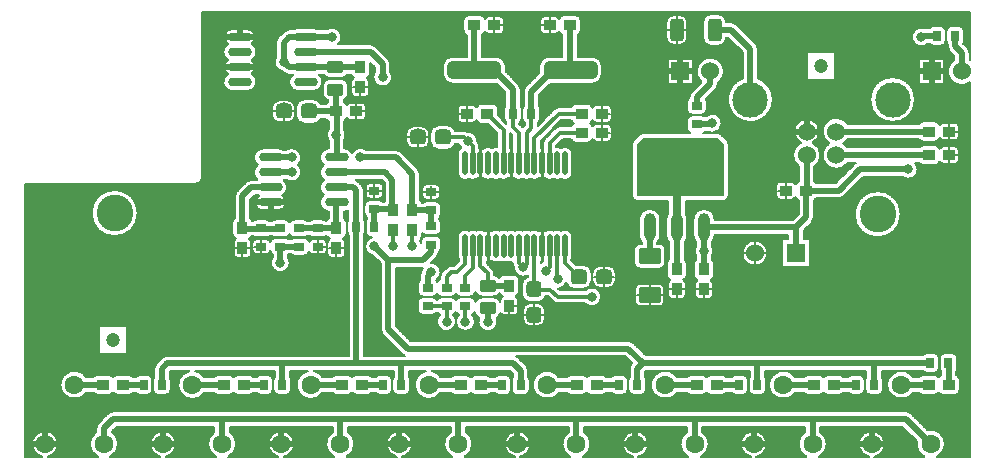
<source format=gtl>
G04 Layer_Physical_Order=1*
G04 Layer_Color=255*
%FSLAX24Y24*%
%MOIN*%
G70*
G01*
G75*
%ADD10C,0.0079*%
G04:AMPARAMS|DCode=11|XSize=41mil|YSize=36mil|CornerRadius=1.8mil|HoleSize=0mil|Usage=FLASHONLY|Rotation=0.000|XOffset=0mil|YOffset=0mil|HoleType=Round|Shape=RoundedRectangle|*
%AMROUNDEDRECTD11*
21,1,0.0410,0.0324,0,0,0.0*
21,1,0.0374,0.0360,0,0,0.0*
1,1,0.0036,0.0187,-0.0162*
1,1,0.0036,-0.0187,-0.0162*
1,1,0.0036,-0.0187,0.0162*
1,1,0.0036,0.0187,0.0162*
%
%ADD11ROUNDEDRECTD11*%
G04:AMPARAMS|DCode=12|XSize=28mil|YSize=35.8mil|CornerRadius=2.8mil|HoleSize=0mil|Usage=FLASHONLY|Rotation=0.000|XOffset=0mil|YOffset=0mil|HoleType=Round|Shape=RoundedRectangle|*
%AMROUNDEDRECTD12*
21,1,0.0280,0.0302,0,0,0.0*
21,1,0.0224,0.0358,0,0,0.0*
1,1,0.0056,0.0112,-0.0151*
1,1,0.0056,-0.0112,-0.0151*
1,1,0.0056,-0.0112,0.0151*
1,1,0.0056,0.0112,0.0151*
%
%ADD12ROUNDEDRECTD12*%
G04:AMPARAMS|DCode=13|XSize=41mil|YSize=36mil|CornerRadius=1.8mil|HoleSize=0mil|Usage=FLASHONLY|Rotation=90.000|XOffset=0mil|YOffset=0mil|HoleType=Round|Shape=RoundedRectangle|*
%AMROUNDEDRECTD13*
21,1,0.0410,0.0324,0,0,90.0*
21,1,0.0374,0.0360,0,0,90.0*
1,1,0.0036,0.0162,0.0187*
1,1,0.0036,0.0162,-0.0187*
1,1,0.0036,-0.0162,-0.0187*
1,1,0.0036,-0.0162,0.0187*
%
%ADD13ROUNDEDRECTD13*%
G04:AMPARAMS|DCode=14|XSize=28mil|YSize=35.8mil|CornerRadius=2.8mil|HoleSize=0mil|Usage=FLASHONLY|Rotation=270.000|XOffset=0mil|YOffset=0mil|HoleType=Round|Shape=RoundedRectangle|*
%AMROUNDEDRECTD14*
21,1,0.0280,0.0302,0,0,270.0*
21,1,0.0224,0.0358,0,0,270.0*
1,1,0.0056,-0.0151,-0.0112*
1,1,0.0056,-0.0151,0.0112*
1,1,0.0056,0.0151,0.0112*
1,1,0.0056,0.0151,-0.0112*
%
%ADD14ROUNDEDRECTD14*%
%ADD15O,0.0800X0.0295*%
G04:AMPARAMS|DCode=16|XSize=54mil|YSize=50mil|CornerRadius=12.5mil|HoleSize=0mil|Usage=FLASHONLY|Rotation=0.000|XOffset=0mil|YOffset=0mil|HoleType=Round|Shape=RoundedRectangle|*
%AMROUNDEDRECTD16*
21,1,0.0540,0.0250,0,0,0.0*
21,1,0.0290,0.0500,0,0,0.0*
1,1,0.0250,0.0145,-0.0125*
1,1,0.0250,-0.0145,-0.0125*
1,1,0.0250,-0.0145,0.0125*
1,1,0.0250,0.0145,0.0125*
%
%ADD16ROUNDEDRECTD16*%
G04:AMPARAMS|DCode=17|XSize=55.1mil|YSize=41.3mil|CornerRadius=10.3mil|HoleSize=0mil|Usage=FLASHONLY|Rotation=180.000|XOffset=0mil|YOffset=0mil|HoleType=Round|Shape=RoundedRectangle|*
%AMROUNDEDRECTD17*
21,1,0.0551,0.0207,0,0,180.0*
21,1,0.0344,0.0413,0,0,180.0*
1,1,0.0207,-0.0172,0.0103*
1,1,0.0207,0.0172,0.0103*
1,1,0.0207,0.0172,-0.0103*
1,1,0.0207,-0.0172,-0.0103*
%
%ADD17ROUNDEDRECTD17*%
G04:AMPARAMS|DCode=18|XSize=54mil|YSize=50mil|CornerRadius=12.5mil|HoleSize=0mil|Usage=FLASHONLY|Rotation=90.000|XOffset=0mil|YOffset=0mil|HoleType=Round|Shape=RoundedRectangle|*
%AMROUNDEDRECTD18*
21,1,0.0540,0.0250,0,0,90.0*
21,1,0.0290,0.0500,0,0,90.0*
1,1,0.0250,0.0125,0.0145*
1,1,0.0250,0.0125,-0.0145*
1,1,0.0250,-0.0125,-0.0145*
1,1,0.0250,-0.0125,0.0145*
%
%ADD18ROUNDEDRECTD18*%
G04:AMPARAMS|DCode=19|XSize=51.2mil|YSize=72mil|CornerRadius=2.6mil|HoleSize=0mil|Usage=FLASHONLY|Rotation=270.000|XOffset=0mil|YOffset=0mil|HoleType=Round|Shape=RoundedRectangle|*
%AMROUNDEDRECTD19*
21,1,0.0512,0.0669,0,0,270.0*
21,1,0.0461,0.0720,0,0,270.0*
1,1,0.0051,-0.0335,-0.0230*
1,1,0.0051,-0.0335,0.0230*
1,1,0.0051,0.0335,0.0230*
1,1,0.0051,0.0335,-0.0230*
%
%ADD19ROUNDEDRECTD19*%
%ADD20O,0.0394X0.0925*%
G04:AMPARAMS|DCode=21|XSize=128mil|YSize=102.4mil|CornerRadius=25.6mil|HoleSize=0mil|Usage=FLASHONLY|Rotation=0.000|XOffset=0mil|YOffset=0mil|HoleType=Round|Shape=RoundedRectangle|*
%AMROUNDEDRECTD21*
21,1,0.1280,0.0512,0,0,0.0*
21,1,0.0768,0.1024,0,0,0.0*
1,1,0.0512,0.0384,-0.0256*
1,1,0.0512,-0.0384,-0.0256*
1,1,0.0512,-0.0384,0.0256*
1,1,0.0512,0.0384,0.0256*
%
%ADD21ROUNDEDRECTD21*%
%ADD22O,0.0177X0.0787*%
G04:AMPARAMS|DCode=23|XSize=59.1mil|YSize=177.2mil|CornerRadius=14.8mil|HoleSize=0mil|Usage=FLASHONLY|Rotation=90.000|XOffset=0mil|YOffset=0mil|HoleType=Round|Shape=RoundedRectangle|*
%AMROUNDEDRECTD23*
21,1,0.0591,0.1476,0,0,90.0*
21,1,0.0295,0.1772,0,0,90.0*
1,1,0.0295,0.0738,0.0148*
1,1,0.0295,0.0738,-0.0148*
1,1,0.0295,-0.0738,-0.0148*
1,1,0.0295,-0.0738,0.0148*
%
%ADD23ROUNDEDRECTD23*%
G04:AMPARAMS|DCode=24|XSize=47.2mil|YSize=74.8mil|CornerRadius=11.8mil|HoleSize=0mil|Usage=FLASHONLY|Rotation=0.000|XOffset=0mil|YOffset=0mil|HoleType=Round|Shape=RoundedRectangle|*
%AMROUNDEDRECTD24*
21,1,0.0472,0.0512,0,0,0.0*
21,1,0.0236,0.0748,0,0,0.0*
1,1,0.0236,0.0118,-0.0256*
1,1,0.0236,-0.0118,-0.0256*
1,1,0.0236,-0.0118,0.0256*
1,1,0.0236,0.0118,0.0256*
%
%ADD24ROUNDEDRECTD24*%
%ADD25C,0.0472*%
%ADD26C,0.0197*%
%ADD27C,0.0098*%
%ADD28C,0.0118*%
%ADD29C,0.0276*%
%ADD30C,0.1181*%
%ADD31C,0.0600*%
%ADD32C,0.0630*%
%ADD33R,0.0600X0.0600*%
%ADD34C,0.1220*%
%ADD35C,0.0236*%
%ADD36C,0.0315*%
D10*
X54185Y30112D02*
G03*
X53999Y30297I-185J0D01*
G01*
X53776D02*
G03*
X53590Y30112I0J-185D01*
G01*
X54156Y29710D02*
G03*
X54185Y29809I-156J100D01*
G01*
X54366Y29394D02*
G03*
X54291Y29575I-256J0D01*
G01*
X54366Y29394D02*
G03*
X54291Y29575I-256J0D01*
G01*
X53632Y29616D02*
G03*
X53707Y29435I256J0D01*
G01*
X53632Y29616D02*
G03*
X53707Y29435I256J0D01*
G01*
X53590Y29809D02*
G03*
X53632Y29693I185J0D01*
G01*
X53575Y30112D02*
G03*
X53389Y30297I-185J0D01*
G01*
X53166D02*
G03*
X53013Y30217I0J-185D01*
G01*
X52866D02*
G03*
X52985Y29705I-110J-295D01*
G01*
X53389Y29624D02*
G03*
X53575Y29809I0J185D01*
G01*
X53013Y29705D02*
G03*
X53166Y29624I153J105D01*
G01*
X53854Y29165D02*
G03*
X54370Y28410I246J-386D01*
G01*
X54004Y26934D02*
G03*
X53868Y27070I-136J0D01*
G01*
X53495D02*
G03*
X53367Y26982I0J-136D01*
G01*
D02*
G03*
X53198Y27109I-169J-48D01*
G01*
X52825D02*
G03*
X52676Y27028I0J-175D01*
G01*
X47315Y29516D02*
G03*
X47240Y29697I-256J0D01*
G01*
X47315Y29516D02*
G03*
X47240Y29697I-256J0D01*
G01*
X47807Y27839D02*
G03*
X47315Y28541I-748J0D01*
G01*
X52547Y27839D02*
G03*
X52547Y27839I-748J0D01*
G01*
X50300Y27028D02*
G03*
X49688Y26378I-379J-256D01*
G01*
X46803Y28541D02*
G03*
X47807Y27839I256J-703D01*
G01*
X49355Y26772D02*
G03*
X48746Y26400I-418J0D01*
G01*
X53868Y26474D02*
G03*
X54004Y26610I0J136D01*
G01*
X53367Y26562D02*
G03*
X53495Y26474I127J48D01*
G01*
X53198Y26434D02*
G03*
X53367Y26562I0J175D01*
G01*
X54004Y26146D02*
G03*
X53868Y26282I-136J0D01*
G01*
X53367Y26194D02*
G03*
X53198Y26322I-169J-48D01*
G01*
X53495Y26282D02*
G03*
X53367Y26194I0J-136D01*
G01*
X52676Y26516D02*
G03*
X52825Y26434I148J94D01*
G01*
Y26322D02*
G03*
X52676Y26240I0J-175D01*
G01*
X50154Y26378D02*
G03*
X50300Y26516I-233J394D01*
G01*
Y26240D02*
G03*
X50154Y26378I-379J-256D01*
G01*
X53868Y25686D02*
G03*
X54004Y25822I0J136D01*
G01*
X53367Y25774D02*
G03*
X53495Y25686I127J48D01*
G01*
X53198Y25647D02*
G03*
X53367Y25774I0J175D01*
G01*
X52676Y25728D02*
G03*
X52825Y25647I148J94D01*
G01*
X52638Y25512D02*
G03*
X52552Y25728I-315J0D01*
G01*
X52139Y25256D02*
G03*
X52638Y25512I184J256D01*
G01*
X50572Y25728D02*
G03*
X50528Y25693I136J-217D01*
G01*
X50572Y25728D02*
G03*
X50527Y25693I136J-217D01*
G01*
X50000Y24547D02*
G03*
X50181Y24622I0J256D01*
G01*
X52067Y24016D02*
G03*
X52067Y24016I-768J0D01*
G01*
D02*
G03*
X52067Y24016I-768J0D01*
G01*
X50000Y24547D02*
G03*
X50181Y24622I0J256D01*
G01*
X49688Y26378D02*
G03*
X50300Y25728I233J-394D01*
G01*
X49128Y26400D02*
G03*
X49355Y26772I-191J372D01*
G01*
X49394Y25984D02*
G03*
X49128Y26400I-457J0D01*
G01*
X49193Y25605D02*
G03*
X49394Y25984I-256J379D01*
G01*
X48746Y26400D02*
G03*
X48681Y25605I191J-416D01*
G01*
X49253Y25059D02*
G03*
X49193Y25117I-148J-94D01*
G01*
X48681Y25133D02*
G03*
X48562Y25013I50J-168D01*
G01*
D02*
G03*
X48435Y25101I-127J-48D01*
G01*
X48061D02*
G03*
X47925Y24965I0J-136D01*
G01*
Y24641D02*
G03*
X48061Y24505I136J0D01*
G01*
X49174Y24480D02*
G03*
X49253Y24547I-69J161D01*
G01*
X49099Y23737D02*
G03*
X49174Y23918I-181J181D01*
G01*
X48562Y24593D02*
G03*
X48662Y24480I169J48D01*
G01*
X49098Y23736D02*
G03*
X49174Y23918I-181J181D01*
G01*
X48435Y24505D02*
G03*
X48562Y24593I0J136D01*
G01*
X46260Y30413D02*
G03*
X45984Y30689I-276J0D01*
G01*
X45748D02*
G03*
X45473Y30413I0J-276D01*
G01*
X46599Y30338D02*
G03*
X46417Y30413I-181J-181D01*
G01*
X46598Y30338D02*
G03*
X46417Y30413I-181J-181D01*
G01*
X45984Y29626D02*
G03*
X46260Y29902I0J276D01*
G01*
X45473D02*
G03*
X45748Y29626I276J0D01*
G01*
X44961Y30413D02*
G03*
X44724Y30650I-236J0D01*
G01*
X44488D02*
G03*
X44252Y30413I0J-236D01*
G01*
X44724Y29665D02*
G03*
X44961Y29902I0J236D01*
G01*
X44252D02*
G03*
X44488Y29665I236J0D01*
G01*
X46182Y28780D02*
G03*
X45430Y28430I-457J0D01*
G01*
X45980Y28400D02*
G03*
X46182Y28780I-256J379D01*
G01*
X45905Y28181D02*
G03*
X45980Y28362I-181J181D01*
G01*
X45905Y28181D02*
G03*
X45980Y28362I-181J181D01*
G01*
X45612Y27740D02*
G03*
X45575Y27851I-185J0D01*
G01*
X45095Y28095D02*
G03*
X45020Y27913I181J-181D01*
G01*
X45095Y28094D02*
G03*
X45020Y27913I181J-181D01*
G01*
Y27893D02*
G03*
X44939Y27740I105J-153D01*
G01*
X41406Y30477D02*
G03*
X41231Y30652I-175J0D01*
G01*
X41300Y29992D02*
G03*
X41406Y30153I-69J161D01*
G01*
X42106Y28967D02*
G03*
X41801Y29272I-305J0D01*
G01*
X40857Y30652D02*
G03*
X40688Y30525I0J-175D01*
G01*
D02*
G03*
X40561Y30613I-127J-48D01*
G01*
X40187D02*
G03*
X40051Y30477I0J-136D01*
G01*
X40688Y30105D02*
G03*
X40788Y29992I169J48D01*
G01*
X40561Y30017D02*
G03*
X40688Y30105I0J136D01*
G01*
X40051Y30153D02*
G03*
X40187Y30017I136J0D01*
G01*
X40325Y29272D02*
G03*
X40020Y28967I0J-305D01*
G01*
X41801Y28366D02*
G03*
X42106Y28671I0J305D01*
G01*
X41920Y27659D02*
G03*
X41792Y27571I0J-136D01*
G01*
X42430Y27523D02*
G03*
X42294Y27659I-136J0D01*
G01*
X41792Y27571D02*
G03*
X41624Y27699I-169J-48D01*
G01*
X41250D02*
G03*
X41083Y27579I0J-175D01*
G01*
X39573Y28281D02*
G03*
X39498Y28100I181J-181D01*
G01*
X39573Y28281D02*
G03*
X39498Y28100I181J-181D01*
G01*
Y27630D02*
G03*
X39457Y27513I144J-117D01*
G01*
X39441D02*
G03*
X39400Y27630I-185J0D01*
G01*
X45787Y26732D02*
G03*
X46102Y27047I0J315D01*
G01*
X45654Y26762D02*
G03*
X45787Y26732I133J285D01*
G01*
X45427Y27331D02*
G03*
X45612Y27516I0J185D01*
G01*
X44939D02*
G03*
X45124Y27331I185J0D01*
G01*
X46102Y27047D02*
G03*
X45569Y27274I-315J0D01*
G01*
X45492Y26732D02*
G03*
X45543Y26762I-65J174D01*
G01*
Y27274D02*
G03*
X45427Y27315I-117J-144D01*
G01*
X45124D02*
G03*
X44939Y27130I0J-185D01*
G01*
Y26906D02*
G03*
X45060Y26732I185J0D01*
G01*
X46084Y26675D02*
G03*
X45945Y26732I-139J-139D01*
G01*
X46339Y26339D02*
G03*
X46281Y26478I-197J0D01*
G01*
X46339Y26339D02*
G03*
X46281Y26478I-197J0D01*
G01*
X46084Y26675D02*
G03*
X45945Y26732I-139J-139D01*
G01*
X46142Y24449D02*
G03*
X46339Y24646I0J197D01*
G01*
X46142Y24449D02*
G03*
X46339Y24646I0J197D01*
G01*
X43504Y26732D02*
G03*
X43365Y26675I0J-197D01*
G01*
X43504Y26732D02*
G03*
X43365Y26675I0J-197D01*
G01*
X42430Y26894D02*
G03*
X42294Y27030I-136J0D01*
G01*
X43168Y26478D02*
G03*
X43110Y26339I139J-139D01*
G01*
X43168Y26478D02*
G03*
X43110Y26339I139J-139D01*
G01*
Y24646D02*
G03*
X43307Y24449I197J0D01*
G01*
X43110Y24646D02*
G03*
X43307Y24449I197J0D01*
G01*
X45866Y23848D02*
G03*
X45157Y23848I-354J0D01*
G01*
X45768Y23072D02*
G03*
X45866Y23317I-256J245D01*
G01*
X45827Y22795D02*
G03*
X45768Y22979I-315J0D01*
G01*
Y22612D02*
G03*
X45827Y22795I-256J184D01*
G01*
X45256Y22979D02*
G03*
X45256Y22612I256J-184D01*
G01*
X45157Y23317D02*
G03*
X45256Y23072I354J0D01*
G01*
X44961Y23848D02*
G03*
X44902Y24044I-354J0D01*
G01*
X44311D02*
G03*
X44252Y23848I295J-196D01*
G01*
X44055D02*
G03*
X43346Y23848I-354J0D01*
G01*
X44862Y23072D02*
G03*
X44961Y23317I-256J245D01*
G01*
X44252D02*
G03*
X44350Y23072I354J0D01*
G01*
X43957D02*
G03*
X44055Y23317I-256J245D01*
G01*
X43346D02*
G03*
X43445Y23072I354J0D01*
G01*
X44219Y22849D02*
G03*
X44035Y23032I-183J0D01*
G01*
X43366D02*
G03*
X43183Y22849I0J-183D01*
G01*
X42294Y27063D02*
G03*
X42430Y27199I0J136D01*
G01*
X41792Y27151D02*
G03*
X41920Y27063I127J48D01*
G01*
X41710Y27047D02*
G03*
X41792Y27151I-87J153D01*
G01*
X41083Y27146D02*
G03*
X41163Y27047I167J54D01*
G01*
X41920Y27030D02*
G03*
X41792Y26942I0J-136D01*
G01*
D02*
G03*
X41710Y27047I-169J-48D01*
G01*
X42294Y26434D02*
G03*
X42430Y26570I0J136D01*
G01*
X41792Y26522D02*
G03*
X41920Y26434I127J48D01*
G01*
X41163Y27047D02*
G03*
X41083Y26949I87J-153D01*
G01*
X40709D02*
G03*
X40556Y26885I0J-217D01*
G01*
X40709Y26949D02*
G03*
X40555Y26885I0J-217D01*
G01*
X41624Y26395D02*
G03*
X41792Y26522I0J175D01*
G01*
X41083Y26516D02*
G03*
X41250Y26395I167J55D01*
G01*
X40669Y27579D02*
G03*
X40516Y27515I0J-217D01*
G01*
X40669Y27579D02*
G03*
X40516Y27515I0J-217D01*
G01*
X40051Y27513D02*
G03*
X40010Y27630I-185J0D01*
G01*
X39970Y27058D02*
G03*
X40051Y27211I-105J153D01*
G01*
X39457D02*
G03*
X39537Y27058I185J0D01*
G01*
X39360D02*
G03*
X39441Y27211I-105J153D01*
G01*
X40211Y26541D02*
G03*
X40148Y26388I153J-153D01*
G01*
X40748Y25193D02*
G03*
X41122Y25404I128J210D01*
G01*
Y26014D02*
G03*
X40748Y26224I-246J0D01*
G01*
X41122Y23258D02*
G03*
X40748Y23468I-246J0D01*
G01*
Y26224D02*
G03*
X40581Y26257I-128J-210D01*
G01*
X40211Y26541D02*
G03*
X40148Y26388I153J-153D01*
G01*
X40492Y25193D02*
G03*
X40748Y25193I128J210D01*
G01*
X40201Y25219D02*
G03*
X40492Y25193I163J185D01*
G01*
X40148Y26217D02*
G03*
X40069Y26217I-39J-203D01*
G01*
X40015Y25219D02*
G03*
X40201Y25219I93J185D01*
G01*
X39724Y25193D02*
G03*
X40015Y25219I128J210D01*
G01*
X39469Y25193D02*
G03*
X39724Y25193I128J210D01*
G01*
X40748Y23468D02*
G03*
X40492Y23468I-128J-210D01*
G01*
X40492D02*
G03*
X40201Y23442I-128J-210D01*
G01*
D02*
G03*
X40015Y23442I-93J-185D01*
G01*
D02*
G03*
X39724Y23468I-163J-185D01*
G01*
D02*
G03*
X39469Y23468I-128J-210D01*
G01*
X53959Y19206D02*
G03*
X53773Y19392I-185J0D01*
G01*
X53549D02*
G03*
X53364Y19206I0J-185D01*
G01*
X52939Y19392D02*
G03*
X52786Y19311I0J-185D01*
G01*
X53928Y18801D02*
G03*
X53959Y18904I-154J103D01*
G01*
X53349Y19206D02*
G03*
X53163Y19392I-185J0D01*
G01*
X53364Y18904D02*
G03*
X53416Y18776I185J0D01*
G01*
X53163Y18719D02*
G03*
X53349Y18904I0J185D01*
G01*
X52786Y18799D02*
G03*
X52939Y18719I153J105D01*
G01*
X52484Y18583D02*
G03*
X52484Y18071I-397J-256D01*
G01*
X54034Y18489D02*
G03*
X53928Y18650I-175J0D01*
G01*
X53416D02*
G03*
X53337Y18583I69J-161D01*
G01*
D02*
G03*
X53189Y18664I-148J-94D01*
G01*
X52815D02*
G03*
X52667Y18583I0J-175D01*
G01*
X51478Y18478D02*
G03*
X51437Y18595I-185J0D01*
G01*
X50925D02*
G03*
X50884Y18478I144J-117D01*
G01*
X51293Y17990D02*
G03*
X51478Y18176I0J185D01*
G01*
X50884D02*
G03*
X51069Y17990I185J0D01*
G01*
X50868Y18478D02*
G03*
X50683Y18663I-185J0D01*
G01*
X50459D02*
G03*
X50306Y18583I0J-185D01*
G01*
X50168D02*
G03*
X50020Y18664I-148J-94D01*
G01*
X49646D02*
G03*
X49498Y18583I0J-175D01*
G01*
X45849Y22372D02*
G03*
X45768Y22521I-175J0D01*
G01*
X47623Y22717D02*
G03*
X47623Y22717I-418J0D01*
G01*
X45810Y21702D02*
G03*
X45722Y21830I-136J0D01*
G01*
D02*
G03*
X45849Y21998I-48J169D01*
G01*
X45674Y21192D02*
G03*
X45810Y21328I0J136D01*
G01*
X49498Y18583D02*
G03*
X49350Y18664I-148J-94D01*
G01*
X48976D02*
G03*
X48828Y18583I0J-175D01*
G01*
X48547D02*
G03*
X48547Y18071I-397J-256D01*
G01*
X47590Y18478D02*
G03*
X47549Y18595I-185J0D01*
G01*
X46571Y18663D02*
G03*
X46418Y18583I0J-185D01*
G01*
X47037Y18595D02*
G03*
X46996Y18478I144J-117D01*
G01*
Y18176D02*
G03*
X47181Y17990I185J0D01*
G01*
X46980Y18478D02*
G03*
X46795Y18663I-185J0D01*
G01*
X46271Y18583D02*
G03*
X46122Y18664I-148J-94D01*
G01*
X53859Y17989D02*
G03*
X54034Y18165I0J175D01*
G01*
X53337Y18071D02*
G03*
X53485Y17989I148J94D01*
G01*
X53189D02*
G03*
X53337Y18071I0J175D01*
G01*
X52667Y18071D02*
G03*
X52815Y17989I148J94D01*
G01*
X52415Y17376D02*
G03*
X52234Y17451I-181J-181D01*
G01*
X52415Y17376D02*
G03*
X52234Y17451I-181J-181D01*
G01*
X50683Y17990D02*
G03*
X50868Y18176I0J185D01*
G01*
X50306Y18071D02*
G03*
X50459Y17990I153J105D01*
G01*
X50020Y17989D02*
G03*
X50168Y18071I0J175D01*
G01*
X53543Y16358D02*
G03*
X52971Y16820I-472J0D01*
G01*
X52609Y16458D02*
G03*
X52861Y15935I462J-100D01*
G01*
X53281D02*
G03*
X53543Y16358I-210J423D01*
G01*
X51194Y15935D02*
G03*
X51535Y16358I-92J423D01*
G01*
D02*
G03*
X51011Y15935I-433J0D01*
G01*
X49498Y18071D02*
G03*
X49646Y17989I148J94D01*
G01*
X49350D02*
G03*
X49498Y18071I0J175D01*
G01*
X48828Y18071D02*
G03*
X48976Y17989I148J94D01*
G01*
X47405Y17990D02*
G03*
X47590Y18176I0J185D01*
G01*
X46795Y17990D02*
G03*
X46980Y18176I0J185D01*
G01*
X46418Y18071D02*
G03*
X46571Y17990I153J105D01*
G01*
X46122Y17989D02*
G03*
X46271Y18071I0J175D01*
G01*
X48878Y16755D02*
G03*
X48924Y15935I256J-397D01*
G01*
X49606Y16358D02*
G03*
X49390Y16755I-472J0D01*
G01*
X49344Y15935D02*
G03*
X49606Y16358I-210J423D01*
G01*
X47257Y15935D02*
G03*
X47598Y16358I-92J423D01*
G01*
D02*
G03*
X47074Y15935I-433J0D01*
G01*
X45256Y22521D02*
G03*
X45174Y22372I94J-148D01*
G01*
Y21998D02*
G03*
X45302Y21830I175J0D01*
G01*
X44944Y22372D02*
G03*
X44862Y22521I-175J0D01*
G01*
X44816Y21830D02*
G03*
X44944Y21998I-48J169D01*
G01*
X44350Y22521D02*
G03*
X44269Y22372I94J-148D01*
G01*
Y21998D02*
G03*
X44396Y21830I175J0D01*
G01*
X45302D02*
G03*
X45214Y21702I48J-127D01*
G01*
X44904D02*
G03*
X44816Y21830I-136J0D01*
G01*
X44396D02*
G03*
X44308Y21702I48J-127D01*
G01*
X44035Y22205D02*
G03*
X44219Y22388I0J183D01*
G01*
X43183D02*
G03*
X43366Y22205I183J0D01*
G01*
X42567Y22054D02*
G03*
X42324Y22297I-243J0D01*
G01*
X44179Y21549D02*
G03*
X44035Y21693I-144J0D01*
G01*
X43366D02*
G03*
X43222Y21549I0J-144D01*
G01*
X42324Y21561D02*
G03*
X42567Y21804I0J243D01*
G01*
X45214Y21328D02*
G03*
X45350Y21192I136J0D01*
G01*
X44768D02*
G03*
X44904Y21328I0J136D01*
G01*
X44308D02*
G03*
X44444Y21192I136J0D01*
G01*
X44035Y20944D02*
G03*
X44179Y21088I0J144D01*
G01*
X43222D02*
G03*
X43366Y20944I144J0D01*
G01*
X43173Y19718D02*
G03*
X42992Y19793I-181J-181D01*
G01*
X43173Y19718D02*
G03*
X42992Y19793I-181J-181D01*
G01*
X42034Y22297D02*
G03*
X41790Y22054I0J-243D01*
G01*
X41766D02*
G03*
X41484Y22337I-282J0D01*
G01*
X41790Y21804D02*
G03*
X42034Y21561I243J0D01*
G01*
X41484Y21522D02*
G03*
X41766Y21804I0J282D01*
G01*
X42087Y21260D02*
G03*
X41543Y21476I-315J0D01*
G01*
X41093Y22531D02*
G03*
X41122Y22648I-217J117D01*
G01*
X40921Y21730D02*
G03*
X41194Y21522I273J74D01*
G01*
X40148Y22428D02*
G03*
X40069Y22393I89J-302D01*
G01*
X40659Y21537D02*
G03*
X40921Y21730I-29J314D01*
G01*
X40069Y22445D02*
G03*
X40148Y22445I39J203D01*
G01*
X39636Y21925D02*
G03*
X39435Y21654I82J-270D01*
G01*
X39968Y21082D02*
G03*
X40237Y21280I0J282D01*
G01*
X39435Y21364D02*
G03*
X39718Y21082I282J0D01*
G01*
X41543Y21043D02*
G03*
X42087Y21260I229J217D01*
G01*
X40477Y21107D02*
G03*
X40630Y21043I153J153D01*
G01*
X40476Y21107D02*
G03*
X40630Y21043I153J153D01*
G01*
X40211Y20814D02*
G03*
X39968Y21057I-243J0D01*
G01*
Y20281D02*
G03*
X40211Y20524I0J243D01*
G01*
X39718Y21057D02*
G03*
X39474Y20814I0J-243D01*
G01*
Y20524D02*
G03*
X39718Y20281I243J0D01*
G01*
X45748Y18664D02*
G03*
X45600Y18583I0J-175D01*
G01*
D02*
G03*
X45452Y18664I-148J-94D01*
G01*
X45078D02*
G03*
X44930Y18583I0J-175D01*
G01*
X44610D02*
G03*
X44610Y18071I-397J-256D01*
G01*
X45600Y18071D02*
G03*
X45748Y17989I148J94D01*
G01*
X45452D02*
G03*
X45600Y18071I0J175D01*
G01*
X44930Y18071D02*
G03*
X45078Y17989I148J94D01*
G01*
X43585Y18478D02*
G03*
X43543Y18595I-185J0D01*
G01*
X43106Y19049D02*
G03*
X43031Y18868I181J-181D01*
G01*
X43107Y19049D02*
G03*
X43031Y18868I181J-181D01*
G01*
Y18595D02*
G03*
X42990Y18478I144J-117D01*
G01*
X42975D02*
G03*
X42789Y18663I-185J0D01*
G01*
X43399Y17990D02*
G03*
X43585Y18176I0J185D01*
G01*
X42990D02*
G03*
X43175Y17990I185J0D01*
G01*
X42789D02*
G03*
X42975Y18176I0J185D01*
G01*
X45669Y16358D02*
G03*
X45453Y16755I-472J0D01*
G01*
X45407Y15935D02*
G03*
X45669Y16358I-210J423D01*
G01*
X44941Y16755D02*
G03*
X44987Y15935I256J-397D01*
G01*
X43320D02*
G03*
X43661Y16358I-92J423D01*
G01*
D02*
G03*
X43137Y15935I-433J0D01*
G01*
X42565Y18663D02*
G03*
X42412Y18583I0J-185D01*
G01*
X42274D02*
G03*
X42126Y18664I-148J-94D01*
G01*
X42412Y18071D02*
G03*
X42565Y17990I153J105D01*
G01*
X42126Y17989D02*
G03*
X42274Y18071I0J175D01*
G01*
X41752Y18664D02*
G03*
X41604Y18583I0J-175D01*
G01*
D02*
G03*
X41456Y18664I-148J-94D01*
G01*
X41604Y18071D02*
G03*
X41752Y17989I148J94D01*
G01*
X41456D02*
G03*
X41604Y18071I0J175D01*
G01*
X41082Y18664D02*
G03*
X40934Y18583I0J-175D01*
G01*
X40673D02*
G03*
X40673Y18071I-397J-256D01*
G01*
X39655Y18799D02*
G03*
X39580Y18980I-256J0D01*
G01*
X39655Y18799D02*
G03*
X39580Y18981I-256J0D01*
G01*
X39697Y18468D02*
G03*
X39655Y18585I-185J0D01*
G01*
X39511Y17980D02*
G03*
X39697Y18166I0J185D01*
G01*
X40934Y18071D02*
G03*
X41082Y17989I148J94D01*
G01*
X41732Y16358D02*
G03*
X41516Y16755I-472J0D01*
G01*
X41470Y15935D02*
G03*
X41732Y16358I-210J423D01*
G01*
X41004Y16755D02*
G03*
X41050Y15935I256J-397D01*
G01*
X39383D02*
G03*
X39724Y16358I-92J423D01*
G01*
X38847Y30477D02*
G03*
X38711Y30613I-136J0D01*
G01*
Y30017D02*
G03*
X38847Y30153I0J136D01*
G01*
X38898Y28967D02*
G03*
X38593Y29272I-305J0D01*
G01*
X38210Y30525D02*
G03*
X38041Y30652I-169J-48D01*
G01*
X38210Y30105D02*
G03*
X38337Y30017I127J48D01*
G01*
Y30613D02*
G03*
X38210Y30525I0J-136D01*
G01*
X38110Y29992D02*
G03*
X38210Y30105I-69J161D01*
G01*
X37667Y30652D02*
G03*
X37492Y30477I0J-175D01*
G01*
Y30153D02*
G03*
X37598Y29992I175J0D01*
G01*
X39400Y28179D02*
G03*
X39325Y28360I-256J0D01*
G01*
X39400Y28179D02*
G03*
X39325Y28360I-256J0D01*
G01*
X38888Y27630D02*
G03*
X38847Y27513I144J-117D01*
G01*
X38650Y27524D02*
G03*
X38475Y27700I-175J0D01*
G01*
X38847Y27211D02*
G03*
X38927Y27058I185J0D01*
G01*
X38101Y27700D02*
G03*
X37932Y27572I0J-175D01*
G01*
D02*
G03*
X37805Y27660I-127J-48D01*
G01*
X37431D02*
G03*
X37295Y27524I0J-136D01*
G01*
X37932Y27152D02*
G03*
X38101Y27025I169J48D01*
G01*
X37805Y27064D02*
G03*
X37932Y27152I0J136D01*
G01*
X38022Y26289D02*
G03*
X37958Y26443I-217J0D01*
G01*
X37295Y27200D02*
G03*
X37431Y27064I136J0D01*
G01*
X37953Y26457D02*
G03*
X37612Y26771I-315J0D01*
G01*
Y26771D02*
G03*
X37520Y26791I-92J-196D01*
G01*
X37612Y26771D02*
G03*
X37520Y26791I-92J-196D01*
G01*
X37116Y29272D02*
G03*
X36811Y28967I0J-305D01*
G01*
Y28671D02*
G03*
X37116Y28366I305J0D01*
G01*
X35059Y29016D02*
G03*
X34984Y29197I-256J0D01*
G01*
X35059Y29016D02*
G03*
X34984Y29197I-256J0D01*
G01*
X34579Y29602D02*
G03*
X34398Y29677I-181J-181D01*
G01*
X34579Y29602D02*
G03*
X34398Y29677I-181J-181D01*
G01*
X34547Y28766D02*
G03*
X35118Y28583I256J-184D01*
G01*
D02*
G03*
X35059Y28766I-315J0D01*
G01*
X34265Y28562D02*
G03*
X34393Y28731I-48J169D01*
G01*
X34353Y28435D02*
G03*
X34265Y28562I-136J0D01*
G01*
X37223Y26791D02*
G03*
X36956Y26982I-267J-92D01*
G01*
X36666D02*
G03*
X36384Y26700I0J-282D01*
G01*
X36359D02*
G03*
X36116Y26943I-243J0D01*
G01*
X36384Y26450D02*
G03*
X36666Y26167I282J0D01*
G01*
X36116Y26207D02*
G03*
X36359Y26450I0J243D01*
G01*
X34217Y27925D02*
G03*
X34353Y28061I0J136D01*
G01*
X34241Y27603D02*
G03*
X34105Y27739I-136J0D01*
G01*
Y27143D02*
G03*
X34241Y27279I0J136D01*
G01*
X35826Y26943D02*
G03*
X35583Y26700I0J-243D01*
G01*
Y26450D02*
G03*
X35826Y26207I243J0D01*
G01*
X39124Y26217D02*
G03*
X39045Y26217I-39J-203D01*
G01*
X39178Y25219D02*
G03*
X39469Y25193I163J185D01*
G01*
X38992Y25219D02*
G03*
X39178Y25219I93J185D01*
G01*
X38701Y25193D02*
G03*
X38992Y25219I128J210D01*
G01*
X38445Y25193D02*
G03*
X38701Y25193I128J210D01*
G01*
X38612Y26257D02*
G03*
X38445Y26224I-39J-243D01*
G01*
X38445D02*
G03*
X38154Y26198I-128J-210D01*
G01*
D02*
G03*
X38022Y26217I-93J-185D01*
G01*
Y26289D02*
G03*
X37958Y26442I-217J0D01*
G01*
X37339Y26358D02*
G03*
X37424Y26226I299J98D01*
G01*
X38154Y25219D02*
G03*
X38445Y25193I163J185D01*
G01*
X37968Y25219D02*
G03*
X38154Y25219I93J185D01*
G01*
X37677Y25193D02*
G03*
X37968Y25219I128J210D01*
G01*
X37424Y26226D02*
G03*
X37303Y26014I125J-212D01*
G01*
X36956Y26167D02*
G03*
X37223Y26358I0J282D01*
G01*
X37303Y25404D02*
G03*
X37677Y25193I246J0D01*
G01*
X36715Y24866D02*
G03*
X36569Y25012I-146J0D01*
G01*
Y24496D02*
G03*
X36715Y24642I0J146D01*
G01*
X36754Y24256D02*
G03*
X36569Y24441I-185J0D01*
G01*
X36673Y23879D02*
G03*
X36754Y24032I-105J153D01*
G01*
Y23724D02*
G03*
X36673Y23877I-185J0D01*
G01*
X39469Y23468D02*
G03*
X39213Y23468I-128J-210D01*
G01*
D02*
G03*
X38957Y23468I-128J-210D01*
G01*
X38957D02*
G03*
X38701Y23468I-128J-210D01*
G01*
X38410Y22463D02*
G03*
X38701Y22437I163J185D01*
G01*
Y23468D02*
G03*
X38410Y23442I-128J-210D01*
G01*
X38957Y22437D02*
G03*
X39124Y22405I128J210D01*
G01*
X38410Y23442D02*
G03*
X38224Y23442I-93J-185D01*
G01*
D02*
G03*
X37933Y23468I-163J-185D01*
G01*
X37933D02*
G03*
X37677Y23468I-128J-210D01*
G01*
X38278Y22445D02*
G03*
X38410Y22463I39J203D01*
G01*
X37677Y23468D02*
G03*
X37303Y23258I-128J-210D01*
G01*
X39124Y22392D02*
G03*
X39173Y22254I217J0D01*
G01*
X39124Y22392D02*
G03*
X39173Y22254I217J0D01*
G01*
X38701Y22437D02*
G03*
X38957Y22437I128J210D01*
G01*
X38524Y22047D02*
G03*
X38460Y22200I-217J0D01*
G01*
X38524Y22047D02*
G03*
X38460Y22201I-217J0D01*
G01*
X36569Y23315D02*
G03*
X36754Y23500I0J185D01*
G01*
Y23114D02*
G03*
X36569Y23299I-185J0D01*
G01*
X36672Y22736D02*
G03*
X36754Y22890I-103J154D01*
G01*
X37303Y22648D02*
G03*
X37333Y22531I246J0D01*
G01*
X37087Y22303D02*
G03*
X36934Y22240I0J-217D01*
G01*
X37087Y22303D02*
G03*
X36933Y22239I0J-217D01*
G01*
X36598Y22585D02*
G03*
X36672Y22736I-181J181D01*
G01*
X36598Y22585D02*
G03*
X36672Y22736I-181J181D01*
G01*
X36266Y25012D02*
G03*
X36120Y24866I0J-146D01*
G01*
X36043Y25354D02*
G03*
X35968Y25536I-256J0D01*
G01*
X36043Y25354D02*
G03*
X35968Y25535I-256J0D01*
G01*
X35417Y26086D02*
G03*
X35236Y26161I-181J-181D01*
G01*
X35417Y26086D02*
G03*
X35236Y26161I-181J-181D01*
G01*
X34825Y24905D02*
G03*
X34679Y25051I-146J0D01*
G01*
X34239Y26161D02*
G03*
X33780Y26058I-184J-256D01*
G01*
X34006Y25086D02*
G03*
X33902Y25150I-181J-181D01*
G01*
X34376Y25051D02*
G03*
X34230Y24905I0J-146D01*
G01*
X34173Y24813D02*
G03*
X34098Y24994I-256J0D01*
G01*
X34173Y24813D02*
G03*
X34098Y24994I-256J0D01*
G01*
X34230Y24681D02*
G03*
X34376Y24535I146J0D01*
G01*
X36120Y24642D02*
G03*
X36266Y24496I146J0D01*
G01*
Y24441D02*
G03*
X36149Y24400I0J-185D01*
G01*
X36125Y23380D02*
G03*
X36266Y23315I141J120D01*
G01*
X34679Y24535D02*
G03*
X34825Y24681I0J146D01*
G01*
X36115Y24400D02*
G03*
X36043Y24489I-165J-59D01*
G01*
X34872Y24466D02*
G03*
X34850Y24439I123J-125D01*
G01*
X34795D02*
G03*
X34679Y24480I-117J-144D01*
G01*
X36266Y23299D02*
G03*
X36081Y23114I0J-185D01*
G01*
X36732Y22087D02*
G03*
X36415Y22402I-315J0D01*
G01*
X36134Y22224D02*
G03*
X36106Y22137I283J-138D01*
G01*
X36081Y23068D02*
G03*
X36037Y23145I-293J-115D01*
G01*
Y23145D02*
G03*
X36125Y23297I-88J152D01*
G01*
X36106Y22137D02*
G03*
X36043Y21969I193J-168D01*
G01*
X36106Y22137D02*
G03*
X36043Y21969I193J-168D01*
G01*
X34272Y23851D02*
G03*
X34230Y23734I144J-117D01*
G01*
X34376Y24480D02*
G03*
X34191Y24295I0J-185D01*
G01*
Y24071D02*
G03*
X34272Y23918I185J0D01*
G01*
X34215Y23734D02*
G03*
X34173Y23851I-185J0D01*
G01*
X34230Y23431D02*
G03*
X34416Y23246I185J0D01*
G01*
X34173Y23315D02*
G03*
X34215Y23431I-144J117D01*
G01*
X34442Y23246D02*
G03*
X34476Y22632I85J-303D01*
G01*
X33732Y28661D02*
G03*
X33845Y28562I161J69D01*
G01*
X33425Y29921D02*
G03*
X32927Y30177I-315J0D01*
G01*
X33401Y28553D02*
G03*
X33612Y28661I0J261D01*
G01*
X33309Y29677D02*
G03*
X33425Y29921I-199J244D01*
G01*
X32842Y28665D02*
G03*
X33056Y28553I214J149D01*
G01*
X33845Y28562D02*
G03*
X33757Y28435I48J-127D01*
G01*
Y28061D02*
G03*
X33893Y27925I136J0D01*
G01*
X33661Y28273D02*
G03*
X33401Y28533I-261J0D01*
G01*
X33504Y27826D02*
G03*
X33661Y28066I-103J240D01*
G01*
X33056Y28533D02*
G03*
X32795Y28273I0J-261D01*
G01*
X32658Y30177D02*
G03*
X32492Y30226I-166J-256D01*
G01*
X31987D02*
G03*
X31821Y30177I0J-305D01*
G01*
X31693D02*
G03*
X31512Y30102I0J-256D01*
G01*
X32797Y28421D02*
G03*
X32675Y28665I-305J0D01*
G01*
X32492Y28116D02*
G03*
X32797Y28421I0J305D01*
G01*
X31804Y28665D02*
G03*
X31987Y28116I183J-244D01*
G01*
X33731Y27739D02*
G03*
X33603Y27651I0J-136D01*
G01*
Y27231D02*
G03*
X33731Y27143I127J48D01*
G01*
X32795Y28066D02*
G03*
X32992Y27813I261J0D01*
G01*
Y27764D02*
G03*
X32913Y27697I69J-161D01*
G01*
X33603Y27651D02*
G03*
X33504Y27764I-169J-48D01*
G01*
X33519Y27125D02*
G03*
X33603Y27231I-84J154D01*
G01*
X33780Y26058D02*
G03*
X33519Y26211I-264J-153D01*
G01*
X32913Y27185D02*
G03*
X33007Y27112I148J94D01*
G01*
X33563Y26663D02*
G03*
X33519Y26824I-315J0D01*
G01*
Y26503D02*
G03*
X33563Y26663I-271J161D01*
G01*
X33007Y26866D02*
G03*
X33007Y26461I241J-203D01*
G01*
Y26211D02*
G03*
X32836Y25656I4J-305D01*
G01*
X32731Y27697D02*
G03*
X32481Y27848I-250J-131D01*
G01*
Y27033D02*
G03*
X32731Y27185I0J282D01*
G01*
X32191Y27848D02*
G03*
X31909Y27566I0J-282D01*
G01*
Y27316D02*
G03*
X32191Y27033I282J0D01*
G01*
X31884Y27566D02*
G03*
X31641Y27809I-243J0D01*
G01*
Y27073D02*
G03*
X31884Y27316I0J243D01*
G01*
X32087Y25906D02*
G03*
X31588Y26161I-315J0D01*
G01*
X31693Y30177D02*
G03*
X31512Y30102I0J-256D01*
G01*
X31315Y29906D02*
G03*
X31240Y29724I181J-181D01*
G01*
X31315Y29905D02*
G03*
X31240Y29724I181J-181D01*
G01*
X30557Y29921D02*
G03*
X30292Y30187I-266J0D01*
G01*
X30597Y29421D02*
G03*
X30429Y29694I-305J0D01*
G01*
D02*
G03*
X30557Y29921I-137J228D01*
G01*
X31240Y29237D02*
G03*
X31453Y28776I276J-152D01*
G01*
X31488Y28740D02*
G03*
X31669Y28665I181J181D01*
G01*
X31488Y28741D02*
G03*
X31669Y28665I181J181D01*
G01*
X30429Y29149D02*
G03*
X30597Y29421I-137J272D01*
G01*
X30557Y28921D02*
G03*
X30429Y29149I-266J0D01*
G01*
Y28694D02*
G03*
X30557Y28921I-137J228D01*
G01*
X29787Y30187D02*
G03*
X29650Y29694I0J-266D01*
G01*
D02*
G03*
X29650Y29149I137J-272D01*
G01*
D02*
G03*
X29650Y28694I137J-228D01*
G01*
X31351Y27809D02*
G03*
X31108Y27566I0J-243D01*
G01*
Y27316D02*
G03*
X31351Y27073I243J0D01*
G01*
X31482Y26161D02*
G03*
X31315Y26211I-166J-256D01*
G01*
X30597Y28421D02*
G03*
X30429Y28694I-305J0D01*
G01*
X30292Y28116D02*
G03*
X30597Y28421I0J305D01*
G01*
X29650Y28694D02*
G03*
X29787Y28116I137J-272D01*
G01*
X30811Y26211D02*
G03*
X30636Y25656I0J-305D01*
G01*
X32836D02*
G03*
X32836Y25156I175J-250D01*
G01*
X34006Y25086D02*
G03*
X33902Y25150I-181J-181D01*
G01*
X32836Y25156D02*
G03*
X32836Y24656I175J-250D01*
G01*
D02*
G03*
X33002Y24101I175J-250D01*
G01*
X33515Y24100D02*
G03*
X33661Y24138I0J305D01*
G01*
Y23850D02*
G03*
X33620Y23734I144J-117D01*
G01*
X33595Y23740D02*
G03*
X33514Y23889I-175J0D01*
G01*
X33002D02*
G03*
X32931Y23799I94J-148D01*
G01*
X32906D02*
G03*
X32789Y23840I-117J-144D01*
G01*
X31968Y25659D02*
G03*
X32087Y25906I-197J246D01*
G01*
Y25413D02*
G03*
X31968Y25659I-315J0D01*
G01*
X31600Y25150D02*
G03*
X32087Y25413I172J264D01*
G01*
X31620Y24906D02*
G03*
X31498Y25150I-305J0D01*
G01*
X31453Y24633D02*
G03*
X31620Y24906I-137J272D01*
G01*
X31581Y24406D02*
G03*
X31453Y24633I-266J0D01*
G01*
X32487Y23840D02*
G03*
X32370Y23799I0J-185D01*
G01*
X32286D02*
G03*
X32169Y23840I-117J-144D01*
G01*
X31867D02*
G03*
X31703Y23742I0J-185D01*
G01*
D02*
G03*
X31539Y23840I-164J-87D01*
G01*
X31315Y24140D02*
G03*
X31581Y24406I0J266D01*
G01*
X31237Y23840D02*
G03*
X31109Y23790I0J-185D01*
G01*
X33620Y23431D02*
G03*
X33662Y23315I185J0D01*
G01*
X33468Y23198D02*
G03*
X33595Y23367I-48J169D01*
G01*
X32939Y23287D02*
G03*
X33048Y23198I157J79D01*
G01*
X33556Y23070D02*
G03*
X33468Y23198I-136J0D01*
G01*
X33048D02*
G03*
X32960Y23070I48J-127D01*
G01*
X32789Y23246D02*
G03*
X32906Y23287I0J185D01*
G01*
X32935Y23045D02*
G03*
X32789Y23191I-146J0D01*
G01*
X33420Y22560D02*
G03*
X33556Y22697I0J136D01*
G01*
X32960D02*
G03*
X33096Y22560I136J0D01*
G01*
X32789Y22675D02*
G03*
X32935Y22821I0J146D01*
G01*
X32370Y23287D02*
G03*
X32487Y23246I117J144D01*
G01*
X32169D02*
G03*
X32286Y23287I0J185D01*
G01*
X31703Y23344D02*
G03*
X31867Y23246I164J87D01*
G01*
X31539Y23246D02*
G03*
X31703Y23344I0J185D01*
G01*
X31132Y23278D02*
G03*
X31237Y23246I104J153D01*
G01*
X32487Y23191D02*
G03*
X32348Y23092I0J-146D01*
G01*
X31867Y23230D02*
G03*
X31750Y23189I0J-185D01*
G01*
X32348Y23092D02*
G03*
X32169Y23230I-179J-47D01*
G01*
X32348Y22774D02*
G03*
X32487Y22675I138J47D01*
G01*
X32169Y22636D02*
G03*
X32348Y22774I0J185D01*
G01*
X31750Y22677D02*
G03*
X31867Y22636I116J144D01*
G01*
X31656Y23189D02*
G03*
X31539Y23230I-117J-144D01*
G01*
X31237D02*
G03*
X31053Y23070I0J-185D01*
G01*
X31703Y22402D02*
G03*
X31644Y22585I-315J0D01*
G01*
X31132D02*
G03*
X31703Y22402I256J-184D01*
G01*
X31053Y22796D02*
G03*
X31132Y22668I184J25D01*
G01*
X30636Y25656D02*
G03*
X30628Y25161I175J-250D01*
G01*
X30427D02*
G03*
X30246Y25086I0J-256D01*
G01*
X30427Y25161D02*
G03*
X30246Y25086I0J-256D01*
G01*
X30644Y24650D02*
G03*
X30673Y24633I166J256D01*
G01*
D02*
G03*
X30811Y24140I137J-228D01*
G01*
X29947Y24787D02*
G03*
X29872Y24606I181J-181D01*
G01*
X29947Y24787D02*
G03*
X29872Y24606I181J-181D01*
G01*
X28583Y25039D02*
G03*
X28780Y25236I0J197D01*
G01*
X28583Y25039D02*
G03*
X28780Y25236I0J197D01*
G01*
X30909Y23246D02*
G03*
X31013Y23278I0J185D01*
G01*
X31036Y23790D02*
G03*
X30909Y23840I-127J-135D01*
G01*
X30607D02*
G03*
X30479Y23790I0J-185D01*
G01*
X30503Y23278D02*
G03*
X30607Y23246I104J153D01*
G01*
X31053Y23070D02*
G03*
X30909Y23191I-144J-25D01*
G01*
X30607D02*
G03*
X30461Y23045I0J-146D01*
G01*
X30909Y22675D02*
G03*
X31053Y22796I0J146D01*
G01*
X30461Y22821D02*
G03*
X30607Y22675I146J0D01*
G01*
X30458Y23790D02*
G03*
X30384Y23889I-168J-49D01*
G01*
X29872D02*
G03*
X29791Y23740I94J-148D01*
G01*
X30338Y23198D02*
G03*
X30441Y23278I-48J169D01*
G01*
X29791Y23367D02*
G03*
X29918Y23198I175J0D01*
G01*
X26634Y24055D02*
G03*
X26634Y24055I-768J0D01*
G01*
D02*
G03*
X26634Y24055I-768J0D01*
G01*
X30426Y23070D02*
G03*
X30338Y23198I-136J0D01*
G01*
X29918D02*
G03*
X29830Y23070I48J-127D01*
G01*
X30290Y22560D02*
G03*
X30426Y22697I0J136D01*
G01*
X29830D02*
G03*
X29966Y22560I136J0D01*
G01*
X39173Y22254D02*
G03*
X39636Y21966I315J-10D01*
G01*
X39226Y21279D02*
G03*
X39353Y21447I-48J169D01*
G01*
X38854Y21997D02*
G03*
X38692Y21890I0J-175D01*
G01*
X39353Y21821D02*
G03*
X39178Y21997I-175J0D01*
G01*
X39314Y21151D02*
G03*
X39226Y21279I-136J0D01*
G01*
X38806D02*
G03*
X38718Y21151I48J-127D01*
G01*
X38693Y21378D02*
G03*
X38806Y21279I161J69D01*
G01*
X38691Y21890D02*
G03*
X38524Y21994I-212J-153D01*
G01*
X38479Y21270D02*
G03*
X38691Y21378I0J261D01*
G01*
X37894Y21430D02*
G03*
X38135Y21270I241J101D01*
G01*
X39178Y20641D02*
G03*
X39314Y20777I0J136D01*
G01*
X38718Y21095D02*
G03*
X38479Y21250I-238J-106D01*
G01*
X38135D02*
G03*
X37894Y21090I0J-261D01*
G01*
X38732Y20717D02*
G03*
X38854Y20641I122J60D01*
G01*
X37710Y21268D02*
G03*
X37894Y21430I0J185D01*
G01*
X37244Y21366D02*
G03*
X37408Y21268I164J87D01*
G01*
X36776Y22082D02*
G03*
X36713Y21929I153J-153D01*
G01*
X36776Y22083D02*
G03*
X36713Y21929I153J-153D01*
G01*
X37080Y21268D02*
G03*
X37244Y21366I0J185D01*
G01*
X36575Y21814D02*
G03*
X36732Y22087I-158J273D01*
G01*
X36713Y21850D02*
G03*
X36614Y21764I65J-174D01*
G01*
Y21366D02*
G03*
X36778Y21268I164J87D01*
G01*
X36614Y21764D02*
G03*
X36575Y21814I-164J-87D01*
G01*
X36450Y21268D02*
G03*
X36614Y21366I0J185D01*
G01*
X37894Y21090D02*
G03*
X37710Y21252I-184J-23D01*
G01*
X37776Y20670D02*
G03*
X37875Y20758I-65J174D01*
G01*
X37408Y21252D02*
G03*
X37244Y21154I0J-185D01*
G01*
Y20756D02*
G03*
X37343Y20670I164J87D01*
G01*
X37244Y21154D02*
G03*
X37080Y21252I-164J-87D01*
G01*
X36778D02*
G03*
X36625Y21171I0J-185D01*
G01*
X36603D02*
G03*
X36450Y21252I-153J-105D01*
G01*
X37146Y20670D02*
G03*
X37244Y20756I-65J174D01*
G01*
X36625Y20738D02*
G03*
X36713Y20670I153J105D01*
G01*
X36450Y20658D02*
G03*
X36603Y20738I0J185D01*
G01*
X38622Y20433D02*
G03*
X38599Y20551I-315J0D01*
G01*
D02*
G03*
X38732Y20717I-120J232D01*
G01*
X37875Y20758D02*
G03*
X38015Y20551I260J24D01*
G01*
D02*
G03*
X38622Y20433I292J-118D01*
G01*
X39335Y19226D02*
G03*
X39252Y19282I-181J-181D01*
G01*
X39334Y19226D02*
G03*
X39252Y19282I-181J-181D01*
G01*
X37874Y20433D02*
G03*
X37776Y20662I-315J0D01*
G01*
X37244Y20433D02*
G03*
X37874Y20433I315J1D01*
G01*
X37343Y20662D02*
G03*
X37244Y20434I217J-229D01*
G01*
X37244D02*
G03*
X37146Y20662I-315J-1D01*
G01*
X36713D02*
G03*
X37244Y20433I217J-229D01*
G01*
X36736Y18583D02*
G03*
X36435Y18789I-397J-256D01*
G01*
X35963Y21453D02*
G03*
X36148Y21268I185J0D01*
G01*
X36043Y21830D02*
G03*
X35963Y21677I105J-153D01*
G01*
X36148Y21252D02*
G03*
X35963Y21067I0J-185D01*
G01*
Y20843D02*
G03*
X36148Y20658I185J0D01*
G01*
X34734Y20177D02*
G03*
X34809Y19996I256J0D01*
G01*
X34734Y20177D02*
G03*
X34809Y19996I256J0D01*
G01*
X35449Y19356D02*
G03*
X35531Y19301I181J181D01*
G01*
X35449Y19357D02*
G03*
X35531Y19301I181J181D01*
G01*
X36243Y18789D02*
G03*
X36736Y18071I96J-463D01*
G01*
X39144Y18585D02*
G03*
X39102Y18468I144J-117D01*
G01*
Y18166D02*
G03*
X39288Y17980I185J0D01*
G01*
X39087Y18468D02*
G03*
X38901Y18654I-185J0D01*
G01*
Y17980D02*
G03*
X39087Y18166I0J185D01*
G01*
X38678Y18654D02*
G03*
X38525Y18573I0J-185D01*
G01*
X38406D02*
G03*
X38258Y18654I-148J-94D01*
G01*
X38525Y18061D02*
G03*
X38678Y17980I153J105D01*
G01*
X38258Y17980D02*
G03*
X38406Y18061I0J175D01*
G01*
X37884Y18654D02*
G03*
X37736Y18573I0J-175D01*
G01*
D02*
G03*
X37588Y18654I-148J-94D01*
G01*
X37214D02*
G03*
X37073Y18583I0J-175D01*
G01*
X37736Y18061D02*
G03*
X37884Y17980I148J94D01*
G01*
X37588D02*
G03*
X37736Y18061I0J175D01*
G01*
X37060Y18071D02*
G03*
X37214Y17980I154J84D01*
G01*
X39724Y16358D02*
G03*
X39200Y15935I-433J0D01*
G01*
X37795Y16358D02*
G03*
X37579Y16755I-472J0D01*
G01*
X37067D02*
G03*
X37113Y15935I256J-397D01*
G01*
X37533D02*
G03*
X37795Y16358I-210J423D01*
G01*
X35720Y18478D02*
G03*
X35679Y18595I-185J0D01*
G01*
X35126Y18176D02*
G03*
X35311Y17990I185J0D01*
G01*
X35167Y18595D02*
G03*
X35126Y18478I144J-117D01*
G01*
X35110D02*
G03*
X34925Y18663I-185J0D01*
G01*
X35535Y17990D02*
G03*
X35720Y18176I0J185D01*
G01*
X34925Y17990D02*
G03*
X35110Y18176I0J185D01*
G01*
X34701Y18663D02*
G03*
X34548Y18583I0J-185D01*
G01*
X34301Y17989D02*
G03*
X34450Y18071I0J175D01*
G01*
Y18583D02*
G03*
X34301Y18664I-148J-94D01*
G01*
X33928D02*
G03*
X33780Y18583I0J-175D01*
G01*
D02*
G03*
X33631Y18664I-148J-94D01*
G01*
X33258D02*
G03*
X33109Y18583I0J-175D01*
G01*
X34548Y18071D02*
G03*
X34701Y17990I153J105D01*
G01*
X33780Y18071D02*
G03*
X33928Y17989I148J94D01*
G01*
X33631D02*
G03*
X33780Y18071I0J175D01*
G01*
X33109Y18071D02*
G03*
X33258Y17989I148J94D01*
G01*
X35787Y16358D02*
G03*
X35263Y15935I-433J0D01*
G01*
X35446D02*
G03*
X35787Y16358I-92J423D01*
G01*
X33858D02*
G03*
X33642Y16755I-472J0D01*
G01*
X33596Y15935D02*
G03*
X33858Y16358I-210J423D01*
G01*
X33130Y16755D02*
G03*
X33176Y15935I256J-397D01*
G01*
X32306Y18789D02*
G03*
X32799Y18071I96J-463D01*
G01*
Y18583D02*
G03*
X32498Y18789I-397J-256D01*
G01*
X31754Y18478D02*
G03*
X31712Y18595I-185J0D01*
G01*
X31201D02*
G03*
X31159Y18478I144J-117D01*
G01*
X31144D02*
G03*
X30958Y18663I-185J0D01*
G01*
X31568Y17990D02*
G03*
X31754Y18176I0J185D01*
G01*
X31159D02*
G03*
X31345Y17990I185J0D01*
G01*
X30958D02*
G03*
X31144Y18176I0J185D01*
G01*
X28852Y18583D02*
G03*
X28551Y18789I-397J-256D01*
G01*
X29981Y18664D02*
G03*
X29833Y18583I0J-175D01*
G01*
D02*
G03*
X29685Y18664I-148J-94D01*
G01*
X30582Y18071D02*
G03*
X30735Y17990I153J105D01*
G01*
Y18663D02*
G03*
X30582Y18583I0J-185D01*
G01*
X30503D02*
G03*
X30355Y18664I-148J-94D01*
G01*
Y17989D02*
G03*
X30503Y18071I0J175D01*
G01*
X29311Y18664D02*
G03*
X29163Y18583I0J-175D01*
G01*
Y18071D02*
G03*
X29311Y17989I148J94D01*
G01*
X27628Y19301D02*
G03*
X27447Y19226I0J-256D01*
G01*
X27628Y19301D02*
G03*
X27447Y19226I0J-256D01*
G01*
X27260Y19039D02*
G03*
X27185Y18858I181J-181D01*
G01*
X27260Y19039D02*
G03*
X27185Y18858I181J-181D01*
G01*
X28359Y18789D02*
G03*
X28852Y18071I96J-463D01*
G01*
X27185Y18595D02*
G03*
X27144Y18478I144J-117D01*
G01*
X27128D02*
G03*
X26943Y18663I-185J0D01*
G01*
X26719D02*
G03*
X26566Y18583I0J-185D01*
G01*
X26487D02*
G03*
X26339Y18664I-148J-94D01*
G01*
X25965D02*
G03*
X25817Y18583I0J-175D01*
G01*
X27738Y18478D02*
G03*
X27697Y18595I-185J0D01*
G01*
X27553Y17990D02*
G03*
X27738Y18176I0J185D01*
G01*
X27144D02*
G03*
X27329Y17990I185J0D01*
G01*
X26943D02*
G03*
X27128Y18176I0J185D01*
G01*
X26339Y17989D02*
G03*
X26487Y18071I0J175D01*
G01*
X26566D02*
G03*
X26719Y17990I153J105D01*
G01*
X25817Y18583D02*
G03*
X25669Y18664I-148J-94D01*
G01*
X25295D02*
G03*
X25147Y18583I0J-175D01*
G01*
X25147Y18071D02*
G03*
X25295Y17989I148J94D01*
G01*
X24925Y18583D02*
G03*
X24925Y18071I-397J-256D01*
G01*
X29833Y18071D02*
G03*
X29981Y17989I148J94D01*
G01*
X29685D02*
G03*
X29833Y18071I0J175D01*
G01*
X31850Y16358D02*
G03*
X31326Y15935I-433J0D01*
G01*
X31509D02*
G03*
X31850Y16358I-92J423D01*
G01*
X29921D02*
G03*
X29705Y16755I-472J0D01*
G01*
X29659Y15935D02*
G03*
X29921Y16358I-210J423D01*
G01*
X29193Y16755D02*
G03*
X29239Y15935I256J-397D01*
G01*
X25817Y18071D02*
G03*
X25965Y17989I148J94D01*
G01*
X25669D02*
G03*
X25817Y18071I0J175D01*
G01*
X25827Y17451D02*
G03*
X25646Y17376I0J-256D01*
G01*
X25827Y17451D02*
G03*
X25646Y17376I0J-256D01*
G01*
X25331Y17061D02*
G03*
X25256Y16880I181J-181D01*
G01*
X25331Y17061D02*
G03*
X25256Y16880I181J-181D01*
G01*
X27913Y16358D02*
G03*
X27389Y15935I-433J0D01*
G01*
X25984Y16358D02*
G03*
X25768Y16755I-472J0D01*
G01*
X25722Y15935D02*
G03*
X25984Y16358I-210J423D01*
G01*
X27572Y15935D02*
G03*
X27913Y16358I-92J423D01*
G01*
X25256Y16755D02*
G03*
X25302Y15935I256J-397D01*
G01*
X23976Y16358D02*
G03*
X23451Y15935I-433J0D01*
G01*
X23635D02*
G03*
X23976Y16358I-92J423D01*
G01*
X54173Y30177D02*
X54370D01*
X54137Y30236D02*
X54370D01*
X54185Y29941D02*
X54370D01*
X54185Y30118D02*
X54370D01*
X54185Y30059D02*
X54370D01*
X54153Y30215D02*
Y30748D01*
X54185Y30000D02*
X54370D01*
Y29149D02*
Y30748D01*
X54331Y29524D02*
Y30748D01*
X54185Y29823D02*
X54370D01*
X54185Y29882D02*
X54370D01*
X54272Y29594D02*
Y30748D01*
X54212Y29653D02*
Y30748D01*
X54185Y29809D02*
Y30112D01*
X53976Y30297D02*
Y30748D01*
X53917Y30297D02*
Y30748D01*
X54027Y30295D02*
X54370D01*
X53776Y30297D02*
X53999D01*
X53858D02*
Y30748D01*
X53799Y30297D02*
Y30748D01*
X53417Y30295D02*
X53749D01*
X54094Y30271D02*
Y30748D01*
X54035Y30294D02*
Y30748D01*
X53740Y30294D02*
Y30748D01*
X53681Y30271D02*
Y30748D01*
X53527Y30236D02*
X53638D01*
X54179Y29764D02*
X54370D01*
X54161Y29705D02*
X54370D01*
X54328Y29527D02*
X54370D01*
X54220Y29646D02*
X54370D01*
X54156Y29710D02*
X54291Y29575D01*
X54279Y29587D02*
X54370D01*
X54366Y29152D02*
Y29394D01*
X53707Y29435D02*
X53854Y29288D01*
X53799Y29124D02*
Y29343D01*
X53740Y29061D02*
Y29402D01*
X53854Y29165D02*
Y29288D01*
X53519Y29173D02*
X53854D01*
X53519Y29055D02*
X53735D01*
X53519Y29114D02*
X53788D01*
X53519Y28996D02*
X53697D01*
X53681Y28962D02*
Y29465D01*
X53519Y28937D02*
X53671D01*
X53519Y28642D02*
X53664D01*
X53519Y28878D02*
X53654D01*
X53519Y28760D02*
X53643D01*
X53519Y28819D02*
X53645D01*
X53519Y28701D02*
X53650D01*
X53445Y30289D02*
Y30748D01*
X53386Y30297D02*
Y30748D01*
X53327Y30297D02*
Y30748D01*
X53166Y30297D02*
X53389D01*
X53209D02*
Y30748D01*
X53149Y30297D02*
Y30748D01*
X53268Y30297D02*
Y30748D01*
X53622Y30215D02*
Y30748D01*
X53563Y30178D02*
Y30748D01*
X53504Y30258D02*
Y30748D01*
X53090Y30281D02*
Y30748D01*
X53031Y30239D02*
Y30748D01*
X52913Y30217D02*
Y30748D01*
X52854Y30220D02*
Y30748D01*
X52866Y30217D02*
X53013D01*
X52762Y30236D02*
X53028D01*
X52736Y30236D02*
Y30748D01*
X52677Y30226D02*
Y30748D01*
X52795Y30234D02*
Y30748D01*
X52618Y30204D02*
Y30748D01*
X52559Y30167D02*
Y30748D01*
X52972Y30217D02*
Y30748D01*
X51850Y28585D02*
Y30748D01*
X51791Y28587D02*
Y30748D01*
X52500Y30105D02*
Y30748D01*
X53590Y29809D02*
Y30112D01*
X53563Y30177D02*
X53602D01*
X53542Y29705D02*
X53623D01*
X53476Y29646D02*
X53632D01*
X53575Y29809D02*
Y30112D01*
X53166Y29624D02*
X53389D01*
X53632Y29616D02*
Y29693D01*
X53504Y29198D02*
Y29663D01*
X53445Y29198D02*
Y29632D01*
X53386Y29198D02*
Y29624D01*
X53268Y29198D02*
Y29624D01*
X53209Y29198D02*
Y29624D01*
X53327Y29198D02*
Y29624D01*
X52908Y29646D02*
X53079D01*
X53149Y29198D02*
Y29625D01*
X53090Y29198D02*
Y29640D01*
X53031Y29198D02*
Y29682D01*
X52972Y29198D02*
Y29692D01*
X52913Y29198D02*
Y29648D01*
X52682Y29198D02*
X53519D01*
X52854D02*
Y29622D01*
X52795Y29198D02*
Y29609D01*
X52736Y29198D02*
Y29607D01*
X53799Y27070D02*
Y28435D01*
X54248Y28346D02*
X54370D01*
X53519Y28405D02*
X53837D01*
X53519Y28583D02*
X53687D01*
X53519Y28361D02*
Y29198D01*
Y28465D02*
X53769D01*
X53858Y27070D02*
Y28391D01*
X53740Y27070D02*
Y28498D01*
X53976Y27017D02*
Y28339D01*
X53917Y27061D02*
Y28360D01*
X53622Y27070D02*
Y29706D01*
X53563Y27070D02*
Y29744D01*
X53681Y27070D02*
Y28597D01*
X52438Y28228D02*
X54370D01*
X52398Y28287D02*
X54370D01*
X52496Y28110D02*
X54370D01*
X52470Y28169D02*
X54370D01*
X53519Y28524D02*
X53721D01*
X52682Y28361D02*
X53519D01*
X52348Y28346D02*
X53953D01*
X53445Y27060D02*
Y28361D01*
X53386Y27015D02*
Y28361D01*
X53504Y27070D02*
Y28361D01*
X52516Y28051D02*
X54370D01*
X53268Y27095D02*
Y28361D01*
X53209Y27109D02*
Y28361D01*
X53327Y27053D02*
Y28361D01*
X53230Y27106D02*
X54370D01*
X52547Y27815D02*
X54370D01*
X53993Y26988D02*
X54370D01*
X53943Y27047D02*
X54370D01*
X53495Y27070D02*
X53868D01*
X52825Y27109D02*
X53198D01*
X53332Y27047D02*
X53420D01*
X54004Y26610D02*
Y26934D01*
Y26870D02*
X54370D01*
X54004Y26929D02*
X54370D01*
X53681Y26772D02*
Y27030D01*
X52543Y27756D02*
X54370D01*
X52534Y27697D02*
X54370D01*
X52520Y27638D02*
X54370D01*
X52501Y27579D02*
X54370D01*
X52541Y27933D02*
X54370D01*
X52531Y27992D02*
X54370D01*
X52546Y27874D02*
X54370D01*
X52359Y27342D02*
X54370D01*
X52301Y27283D02*
X54370D01*
X52226Y27224D02*
X54370D01*
X52125Y27165D02*
X54370D01*
X52476Y27520D02*
X54370D01*
X52445Y27461D02*
X54370D01*
X52406Y27402D02*
X54370D01*
X52682Y28361D02*
Y29198D01*
X52287Y28405D02*
X52682D01*
X52209Y28465D02*
X52682D01*
X52323Y28373D02*
Y30748D01*
X52264Y28425D02*
Y30748D01*
X52382Y28308D02*
Y30748D01*
X52677Y27029D02*
Y29616D01*
X52618Y27028D02*
Y29638D01*
X53031Y27109D02*
Y28361D01*
X52972Y27109D02*
Y28361D01*
X52500Y28100D02*
Y29738D01*
X52441Y28223D02*
Y30748D01*
X52559Y27028D02*
Y29675D01*
X51968Y28567D02*
Y30748D01*
X51909Y28578D02*
Y30748D01*
X52027Y28551D02*
Y30748D01*
X51876Y28583D02*
X52682D01*
X51673Y28576D02*
Y30748D01*
X51614Y28563D02*
Y30748D01*
X51732Y28584D02*
Y30748D01*
X52146Y28502D02*
Y30748D01*
X52087Y28529D02*
Y30748D01*
X52205Y28467D02*
Y30748D01*
X52100Y28524D02*
X52682D01*
X51496Y28522D02*
Y30748D01*
X51437Y28493D02*
Y30748D01*
X51555Y28546D02*
Y30748D01*
X52913Y27109D02*
Y28361D01*
X52854Y27109D02*
Y28361D01*
X53149Y27109D02*
Y28361D01*
X53090Y27109D02*
Y28361D01*
X52795Y27107D02*
Y28361D01*
X52736Y27085D02*
Y28361D01*
X52500Y27028D02*
Y27577D01*
X52441Y27028D02*
Y27454D01*
X52382Y27028D02*
Y27369D01*
X52323Y27028D02*
Y27304D01*
X52264Y27028D02*
Y27252D01*
X52205Y27028D02*
Y27210D01*
X52146Y27028D02*
Y27176D01*
X52087Y27028D02*
Y27148D01*
X52027Y27028D02*
Y27126D01*
X51968Y27028D02*
Y27110D01*
X51952Y27106D02*
X52793D01*
X51909Y27028D02*
Y27099D01*
X51850Y27028D02*
Y27092D01*
X51791Y27028D02*
Y27091D01*
X51614Y27028D02*
Y27114D01*
X51555Y27028D02*
Y27132D01*
X51732Y27028D02*
Y27094D01*
X51673Y27028D02*
Y27101D01*
X51437Y27028D02*
Y27184D01*
X51378Y27028D02*
Y27221D01*
X51496Y27028D02*
Y27155D01*
X47305Y29587D02*
X53633D01*
X47280Y29646D02*
X52604D01*
X47315Y29468D02*
X53679D01*
X47315Y29527D02*
X53648D01*
X47173Y29764D02*
X52483D01*
X47114Y29823D02*
X52457D01*
X47232Y29705D02*
X52527D01*
X51260Y28357D02*
Y30748D01*
X51201Y28287D02*
Y30748D01*
X51378Y28457D02*
Y30748D01*
X51319Y28412D02*
Y30748D01*
X51142Y28195D02*
Y30748D01*
X51083Y28053D02*
Y30748D01*
X48937Y29419D02*
X49882D01*
X46196Y30590D02*
X54370D01*
X46126Y30650D02*
X54370D01*
X46254Y30472D02*
X54370D01*
X46233Y30531D02*
X54370D01*
X46581Y30354D02*
X54370D01*
X46423Y30413D02*
X54370D01*
X46641Y30295D02*
X53139D01*
X46760Y30177D02*
X52572D01*
X46701Y30236D02*
X52750D01*
X46878Y30059D02*
X52473D01*
X46819Y30118D02*
X52510D01*
X46996Y29941D02*
X52442D01*
X46937Y30000D02*
X52451D01*
X47055Y29882D02*
X52443D01*
X49882Y29350D02*
X53792D01*
X49882Y29409D02*
X53733D01*
X49882Y29232D02*
X53854D01*
X49882Y29291D02*
X53851D01*
X49882Y29114D02*
X52682D01*
X49882Y29173D02*
X52682D01*
X49882Y29055D02*
X52682D01*
X49882Y28760D02*
X52682D01*
X49882Y28819D02*
X52682D01*
X49882Y28642D02*
X52682D01*
X49882Y28701D02*
X52682D01*
X49882Y28937D02*
X52682D01*
X49882Y28996D02*
X52682D01*
X49882Y28878D02*
X52682D01*
X49882Y28524D02*
X51499D01*
X49882Y28583D02*
X51722D01*
X47547Y28405D02*
X51311D01*
X47469Y28465D02*
X51390D01*
X48937Y28474D02*
X49882D01*
X47608Y28346D02*
X51250D01*
X47658Y28287D02*
X51201D01*
X47730Y28169D02*
X51128D01*
X47698Y28228D02*
X51161D01*
X47776Y28051D02*
X51082D01*
X47756Y28110D02*
X51102D01*
X47801Y27933D02*
X51057D01*
X47791Y27992D02*
X51067D01*
X47806Y27874D02*
X51052D01*
X49311Y29419D02*
Y30748D01*
X49252Y29419D02*
Y30748D01*
X49429Y29419D02*
Y30748D01*
X49370Y29419D02*
Y30748D01*
X49134Y29419D02*
Y30748D01*
X49075Y29419D02*
Y30748D01*
X49193Y29419D02*
Y30748D01*
X49724Y29419D02*
Y30748D01*
X49665Y29419D02*
Y30748D01*
X49842Y29419D02*
Y30748D01*
X49783Y29419D02*
Y30748D01*
X49547Y29419D02*
Y30748D01*
X49488Y29419D02*
Y30748D01*
X49606Y29419D02*
Y30748D01*
X47067Y29870D02*
Y30748D01*
X47008Y29929D02*
Y30748D01*
X47185Y29752D02*
Y30748D01*
X47126Y29811D02*
Y30748D01*
X46890Y30047D02*
Y30748D01*
X46831Y30106D02*
Y30748D01*
X46949Y29988D02*
Y30748D01*
X47776Y28054D02*
Y30748D01*
X47716Y28196D02*
Y30748D01*
X49016Y29419D02*
Y30748D01*
X48957Y29419D02*
Y30748D01*
X47303Y29593D02*
Y30748D01*
X47244Y29693D02*
Y30748D01*
X47657Y28288D02*
Y30748D01*
X47315Y29350D02*
X48937D01*
X47315Y29409D02*
X48937D01*
X47315Y29232D02*
X48937D01*
X47315Y29291D02*
X48937D01*
X47315Y28583D02*
X48937D01*
X47315Y28541D02*
Y29516D01*
X47360Y28524D02*
X48937D01*
X47598Y28357D02*
Y30748D01*
X47539Y28412D02*
Y30748D01*
X49882Y28474D02*
Y29419D01*
X48937Y28474D02*
Y29419D01*
X47421Y28493D02*
Y30748D01*
X47362Y28522D02*
Y30748D01*
X47480Y28457D02*
Y30748D01*
X47315Y29114D02*
X48937D01*
X47315Y29173D02*
X48937D01*
X47315Y28996D02*
X48937D01*
X47315Y29055D02*
X48937D01*
X46599Y30338D02*
X47240Y29697D01*
X47315Y28878D02*
X48937D01*
X47315Y28937D02*
X48937D01*
X47315Y28760D02*
X48937D01*
X47315Y28819D02*
X48937D01*
X47315Y28642D02*
X48937D01*
X47315Y28701D02*
X48937D01*
X50964Y27028D02*
Y30748D01*
X50905Y27028D02*
Y30748D01*
X51024Y27028D02*
Y30748D01*
X50787Y27028D02*
Y30748D01*
X50728Y27028D02*
Y30748D01*
X50846Y27028D02*
Y30748D01*
X50551Y27028D02*
Y30748D01*
X50492Y27028D02*
Y30748D01*
X50669Y27028D02*
Y30748D01*
X50610Y27028D02*
Y30748D01*
X50374Y27028D02*
Y30748D01*
X50315Y27028D02*
Y30748D01*
X50433Y27028D02*
Y30748D01*
X49961Y27227D02*
Y30748D01*
X49901Y27229D02*
Y30748D01*
X50079Y27201D02*
Y30748D01*
X50020Y27218D02*
Y30748D01*
X49783Y27208D02*
Y28474D01*
X49724Y27185D02*
Y28474D01*
X49842Y27222D02*
Y28474D01*
X50256Y27084D02*
Y30748D01*
X50197Y27137D02*
Y30748D01*
X50138Y27175D02*
Y30748D01*
X49665Y27151D02*
Y28474D01*
X49547Y27035D02*
Y28474D01*
X49488Y26919D02*
Y28474D01*
X49606Y27103D02*
Y28474D01*
X50154Y27165D02*
X51473D01*
X49987Y27224D02*
X51372D01*
X50286Y27047D02*
X52691D01*
X50233Y27106D02*
X51647D01*
X51142Y27028D02*
Y27482D01*
X51083Y27028D02*
Y27624D01*
X51201Y27028D02*
Y27390D01*
X51319Y27028D02*
Y27265D01*
X51260Y27028D02*
Y27320D01*
X50300Y27028D02*
X52676D01*
X49324Y26929D02*
X49492D01*
X49295Y26988D02*
X49518D01*
X49343Y26870D02*
X49474D01*
X47780Y27638D02*
X51079D01*
X47760Y27579D02*
X51098D01*
X47736Y27520D02*
X51123D01*
X47705Y27461D02*
X51154D01*
X47807Y27815D02*
X51052D01*
X47803Y27756D02*
X51056D01*
X47794Y27697D02*
X51065D01*
X47666Y27402D02*
X51192D01*
X47619Y27342D02*
X51239D01*
X47560Y27283D02*
X51298D01*
X47486Y27224D02*
X49855D01*
X49188Y27106D02*
X49609D01*
X49078Y27165D02*
X49688D01*
X49251Y27047D02*
X49556D01*
X48957Y27189D02*
Y28474D01*
X48898Y27188D02*
Y30748D01*
X49134Y27141D02*
Y28474D01*
X49016Y27182D02*
Y28474D01*
X48779Y27159D02*
Y30748D01*
X48720Y27129D02*
Y30748D01*
X48838Y27178D02*
Y30748D01*
X49311Y26959D02*
Y28474D01*
X49252Y27047D02*
Y28474D01*
X49429Y25059D02*
Y28474D01*
X49370Y26132D02*
Y28474D01*
X48661Y27086D02*
Y30748D01*
X48602Y27022D02*
Y30748D01*
X49193Y27102D02*
Y28474D01*
X48425Y25101D02*
Y30748D01*
X48366Y25101D02*
Y30748D01*
X48543Y26912D02*
Y30748D01*
X48484Y26049D02*
Y30748D01*
X48307Y25101D02*
Y30748D01*
X48248Y25101D02*
Y30748D01*
X48071Y25101D02*
Y30748D01*
X48012Y25092D02*
Y30748D01*
X48189Y25101D02*
Y30748D01*
X48130Y25101D02*
Y30748D01*
X47894Y23839D02*
Y30748D01*
X47835Y23839D02*
Y30748D01*
X47953Y25048D02*
Y30748D01*
X49075Y27166D02*
Y28474D01*
X47776Y23839D02*
Y27623D01*
X47385Y27165D02*
X48796D01*
X47716Y23839D02*
Y27482D01*
X47657Y23839D02*
Y27390D01*
X47598Y23839D02*
Y27320D01*
X47539Y23839D02*
Y27265D01*
X47480Y23839D02*
Y27220D01*
X47421Y23839D02*
Y27184D01*
X47362Y23839D02*
Y27155D01*
X47211Y27106D02*
X48686D01*
X46102Y27047D02*
X48623D01*
X46097Y26988D02*
X48579D01*
X46079Y26929D02*
X48550D01*
X47185Y23839D02*
Y27101D01*
X46097Y27106D02*
X46907D01*
X46048Y26870D02*
X48531D01*
X47303Y23839D02*
Y27131D01*
X47244Y23839D02*
Y27114D01*
X47126Y23839D02*
Y27094D01*
X47067Y23839D02*
Y27091D01*
X46949Y23839D02*
Y27099D01*
X46890Y23839D02*
Y27110D01*
X47008Y23839D02*
Y27092D01*
X54004Y26752D02*
X54370D01*
X54004Y26811D02*
X54370D01*
X54004Y26693D02*
X54370D01*
X53967Y26516D02*
X54370D01*
X54004Y26634D02*
X54370D01*
X53681Y26772D02*
X53965D01*
X54000Y26575D02*
X54370D01*
X53976Y26229D02*
Y26527D01*
X53917Y26273D02*
Y26483D01*
X53858Y26282D02*
Y26474D01*
X53740Y26282D02*
Y26474D01*
X53681Y26513D02*
Y26772D01*
X53799Y26282D02*
Y26474D01*
X53347Y26516D02*
X53396D01*
X53495Y26474D02*
X53868D01*
X53284Y26457D02*
X54370D01*
X53268Y26307D02*
Y26448D01*
X53209Y26321D02*
Y26435D01*
X53563Y26282D02*
Y26474D01*
X53504Y26282D02*
Y26474D01*
X53681Y26282D02*
Y26474D01*
X53622Y26282D02*
Y26474D01*
X53386Y26228D02*
Y26528D01*
X53327Y26266D02*
Y26490D01*
X53445Y26273D02*
Y26483D01*
X53982Y26220D02*
X54370D01*
X53896Y26279D02*
X54370D01*
X54004Y26102D02*
X54370D01*
X54004Y26161D02*
X54370D01*
X53681Y25984D02*
Y26243D01*
X54004Y26043D02*
X54370D01*
X54004Y25925D02*
X54370D01*
X54004Y25984D02*
X54370D01*
X54004Y25866D02*
X54370D01*
X53982Y25748D02*
X54370D01*
X54004Y25822D02*
Y26146D01*
X53681Y25984D02*
X53965D01*
X54004Y25807D02*
X54370D01*
X53149Y26322D02*
Y26434D01*
X52825D02*
X53198D01*
X50211Y26339D02*
X54370D01*
X50185Y26398D02*
X54370D01*
X53031Y26322D02*
Y26434D01*
X52972Y26322D02*
Y26434D01*
X53090Y26322D02*
Y26434D01*
X53495Y26282D02*
X53868D01*
X53313Y26279D02*
X53467D01*
X52913Y26322D02*
Y26434D01*
X52854Y26322D02*
Y26434D01*
X52825Y26322D02*
X53198D01*
X52559Y26240D02*
Y26516D01*
X52500Y26240D02*
Y26516D01*
X52618Y26240D02*
Y26516D01*
X52382Y26240D02*
Y26516D01*
X52323Y26240D02*
Y26516D01*
X52441Y26240D02*
Y26516D01*
X52146Y26240D02*
Y26516D01*
X52087Y26240D02*
Y26516D01*
X52264Y26240D02*
Y26516D01*
X52205Y26240D02*
Y26516D01*
X51968Y26240D02*
Y26516D01*
X51909Y26240D02*
Y26516D01*
X52027Y26240D02*
Y26516D01*
X51378Y26240D02*
Y26516D01*
X50728Y26240D02*
Y26516D01*
X51437Y26240D02*
Y26516D01*
X50300D02*
X52676D01*
X50610Y26240D02*
Y26516D01*
X50551Y26240D02*
Y26516D01*
X50669Y26240D02*
Y26516D01*
X51732Y26240D02*
Y26516D01*
X51673Y26240D02*
Y26516D01*
X51850Y26240D02*
Y26516D01*
X51791Y26240D02*
Y26516D01*
X51555Y26240D02*
Y26516D01*
X51496Y26240D02*
Y26516D01*
X51614Y26240D02*
Y26516D01*
X52736Y26298D02*
Y26458D01*
X52677Y26241D02*
Y26515D01*
X52795Y26319D02*
Y26437D01*
X51260Y26240D02*
Y26516D01*
X51201Y26240D02*
Y26516D01*
X51319Y26240D02*
Y26516D01*
X51083Y26240D02*
Y26516D01*
X51024Y26240D02*
Y26516D01*
X52552Y25728D02*
X52676D01*
X51142Y26240D02*
Y26516D01*
X50905Y26240D02*
Y26516D01*
X50846Y26240D02*
Y26516D01*
X50964Y26240D02*
Y26516D01*
X50433Y26240D02*
Y26516D01*
X50300Y26516D02*
X52676D01*
X50271Y26279D02*
X52710D01*
X50253Y26457D02*
X52739D01*
X50256Y26296D02*
Y26460D01*
X50197Y26349D02*
Y26406D01*
X50787Y26240D02*
Y26516D01*
X50492Y26240D02*
Y26516D01*
X50300Y25728D02*
X50572D01*
X50300Y26240D02*
X52676D01*
X50374D02*
Y26516D01*
X50315Y26240D02*
Y26516D01*
X53681Y25726D02*
Y25984D01*
X53895Y25689D02*
X54370D01*
X53495Y25686D02*
X53868D01*
X53312Y25689D02*
X53468D01*
X52632Y25571D02*
X54370D01*
X52615Y25630D02*
X54370D01*
X52638Y25512D02*
X54370D01*
X52632Y25453D02*
X54370D01*
X52618Y25622D02*
Y25728D01*
X52825Y25647D02*
X53198D01*
X52615Y25394D02*
X54370D01*
X52583Y25335D02*
X54370D01*
X52531Y25276D02*
X54370D01*
X52432Y25216D02*
X54370D01*
X52583Y25689D02*
X52711D01*
X50815Y25256D02*
X52139D01*
X50657Y25098D02*
X54370D01*
X50598Y25039D02*
X54370D01*
X50539Y24980D02*
X54370D01*
X50480Y24921D02*
X54370D01*
X50775Y25216D02*
X52213D01*
X50716Y25157D02*
X54370D01*
X52054Y24153D02*
X54370D01*
X52041Y24213D02*
X54370D01*
X52067Y24035D02*
X54370D01*
X52063Y24094D02*
X54370D01*
X51999Y24331D02*
X54370D01*
X51970Y24390D02*
X54370D01*
X52023Y24272D02*
X54370D01*
X52036Y23799D02*
X54370D01*
X52016Y23740D02*
X54370D01*
X51990Y23681D02*
X54370D01*
X51958Y23622D02*
X54370D01*
X52066Y23976D02*
X54370D01*
X52061Y23917D02*
X54370D01*
X52051Y23858D02*
X54370D01*
X51765Y24626D02*
X54370D01*
X51675Y24685D02*
X54370D01*
X51888Y24508D02*
X54370D01*
X51834Y24567D02*
X54370D01*
X50421Y24862D02*
X54370D01*
X50362Y24803D02*
X54370D01*
X51542Y24744D02*
X54370D01*
X51812Y23445D02*
X54370D01*
X51738Y23386D02*
X54370D01*
X51638Y23327D02*
X54370D01*
X51472Y23268D02*
X54370D01*
X51933Y24449D02*
X54370D01*
X51919Y23563D02*
X54370D01*
X51871Y23504D02*
X54370D01*
X50492Y25657D02*
Y25728D01*
X50271Y25689D02*
X50524D01*
X50374Y25539D02*
Y25728D01*
X50315Y25480D02*
Y25728D01*
X50433Y25598D02*
Y25728D01*
X51319Y24783D02*
Y25256D01*
X51083Y24752D02*
Y25256D01*
X51496Y24758D02*
Y25256D01*
X51437Y24771D02*
Y25256D01*
X50964Y24707D02*
Y25256D01*
X50905Y24675D02*
Y25256D01*
X51024Y24732D02*
Y25256D01*
X50256Y25421D02*
Y25672D01*
X50211Y25630D02*
X50465D01*
X50197Y25362D02*
Y25619D01*
X50117Y25571D02*
X50406D01*
X50138Y25303D02*
Y25581D01*
X50079Y25244D02*
Y25555D01*
X50020Y25185D02*
Y25537D01*
X49894Y25059D02*
X50527Y25693D01*
X49842Y25059D02*
Y25534D01*
X49961Y25126D02*
Y25528D01*
X49901Y25067D02*
Y25527D01*
X49724Y25059D02*
Y25571D01*
X49665Y25059D02*
Y25605D01*
X49783Y25059D02*
Y25548D01*
X51555Y24740D02*
Y25256D01*
X51378Y24779D02*
Y25256D01*
X51673Y24686D02*
Y25256D01*
X51614Y24716D02*
Y25256D01*
X51201Y24777D02*
Y25256D01*
X51142Y24767D02*
Y25256D01*
X51260Y24782D02*
Y25256D01*
X51909Y24482D02*
Y25256D01*
X51850Y24550D02*
Y25256D01*
X52027Y24259D02*
Y25256D01*
X51968Y24392D02*
Y25256D01*
X51732Y24650D02*
Y25256D01*
X50846Y24636D02*
Y25256D01*
X51791Y24605D02*
Y25256D01*
X50303Y24744D02*
X51056D01*
X50181Y24622D02*
X50815Y25256D01*
X50244Y24685D02*
X50923D01*
X50185Y24626D02*
X50833D01*
X50787Y24588D02*
Y25229D01*
X50098Y24567D02*
X50765D01*
X50728Y24529D02*
Y25169D01*
X50669Y24454D02*
Y25110D01*
X50610Y24354D02*
Y25051D01*
X50551Y24188D02*
Y24992D01*
X49547Y26248D02*
Y26508D01*
X49332Y26634D02*
X49485D01*
X49606Y26316D02*
Y26440D01*
X49329Y26220D02*
X49529D01*
X49355Y26752D02*
X49464D01*
X49353Y26811D02*
X49465D01*
X49348Y26693D02*
X49471D01*
X49488Y26131D02*
Y26625D01*
X49379Y26102D02*
X49479D01*
X49359Y26161D02*
X49499D01*
X49394Y25984D02*
X49464D01*
X49391Y26043D02*
X49468D01*
X49391Y25925D02*
X49468D01*
X49306Y26575D02*
X49508D01*
X49268Y26516D02*
X49542D01*
X49212Y26457D02*
X49590D01*
X49133Y26398D02*
X49658D01*
X49193Y26364D02*
Y26441D01*
X46330Y26398D02*
X48741D01*
X49226Y26339D02*
X49632D01*
X49286Y26279D02*
X49572D01*
X49311Y26248D02*
Y26585D01*
X49252Y26316D02*
Y26497D01*
X49329Y25748D02*
X49530D01*
X49286Y25689D02*
X49572D01*
X49226Y25630D02*
X49632D01*
X49219Y25098D02*
X49933D01*
X49379Y25866D02*
X49479D01*
X49359Y25807D02*
X49500D01*
X49252Y25061D02*
Y25652D01*
X49606Y25059D02*
Y25653D01*
X49547Y25059D02*
Y25721D01*
X49253Y24547D02*
X50000D01*
X49253Y25059D02*
X49894D01*
X49488D02*
Y25837D01*
X49370Y25059D02*
Y25837D01*
X49311Y25059D02*
Y25721D01*
X49193Y25453D02*
X50288D01*
X49193Y25512D02*
X50347D01*
X49193Y25335D02*
X50170D01*
X49193Y25394D02*
X50229D01*
X49193Y25276D02*
X50110D01*
X49193Y25571D02*
X49725D01*
X49193Y25216D02*
X50051D01*
X49193Y25157D02*
X49992D01*
X49193Y25117D02*
Y25605D01*
X49219Y24508D02*
X50710D01*
X48681Y25133D02*
Y25605D01*
X46339Y25216D02*
X48681D01*
X46339Y25157D02*
X48681D01*
X48661Y26349D02*
Y26457D01*
X48602Y26296D02*
Y26521D01*
X46339Y26279D02*
X48588D01*
X46339Y26339D02*
X48648D01*
X48543Y26217D02*
Y26631D01*
X46339Y26220D02*
X48545D01*
X46339Y26161D02*
X48515D01*
X48543Y25047D02*
Y25751D01*
X46339Y25689D02*
X48588D01*
X48661Y25126D02*
Y25619D01*
X48602Y25085D02*
Y25672D01*
X46339Y26043D02*
X48483D01*
X46339Y26102D02*
X48495D01*
X48484Y25092D02*
Y25919D01*
X46184Y26575D02*
X48568D01*
X46125Y26634D02*
X48542D01*
X46299Y26457D02*
X48662D01*
X46243Y26516D02*
X48606D01*
X45996Y26811D02*
X48521D01*
X45897Y26752D02*
X48519D01*
X46063Y26693D02*
X48526D01*
X46339Y25748D02*
X48545D01*
X46339Y25807D02*
X48515D01*
X46339Y25571D02*
X48681D01*
X46339Y25630D02*
X48648D01*
X46339Y25925D02*
X48483D01*
X46339Y25984D02*
X48480D01*
X46339Y25866D02*
X48495D01*
X46339Y25512D02*
X48681D01*
X48462Y25098D02*
X48617D01*
X48061Y25101D02*
X48435D01*
X46339Y25098D02*
X48033D01*
X48248Y24803D02*
Y25062D01*
X47964Y24803D02*
X48248D01*
X48462Y24508D02*
X48617D01*
X48061Y24505D02*
X48435D01*
X48248Y24544D02*
Y24803D01*
X47925Y24641D02*
Y24965D01*
X46339Y25394D02*
X48681D01*
X46339Y25453D02*
X48681D01*
X46339Y25276D02*
X48681D01*
X46339Y25335D02*
X48681D01*
X46339Y24980D02*
X47926D01*
X46339Y25039D02*
X47947D01*
X46339Y24921D02*
X47925D01*
X46339Y24685D02*
X47925D01*
X46338Y24626D02*
X47926D01*
X46322Y24567D02*
X47947D01*
X46282Y24508D02*
X48034D01*
X46339Y24803D02*
X47925D01*
X46339Y24862D02*
X47925D01*
X46339Y24744D02*
X47925D01*
X49174Y24390D02*
X50629D01*
X49174Y24449D02*
X50665D01*
X49174Y24272D02*
X50575D01*
X49174Y24331D02*
X50599D01*
X49174Y24213D02*
X50557D01*
X49174Y24153D02*
X50544D01*
X49174Y23976D02*
X50533D01*
X49174Y24094D02*
X50536D01*
X49174Y23917D02*
X50538D01*
X49167Y23858D02*
X50548D01*
X49174Y24035D02*
X50532D01*
X49174Y23918D02*
Y24480D01*
X44902Y24272D02*
X48662D01*
X44902Y24331D02*
X48662D01*
X45692Y24153D02*
X48662D01*
X44902Y24213D02*
X48662D01*
X44902Y24449D02*
X48662D01*
X44902Y24390D02*
X48662D01*
Y24024D02*
Y24480D01*
X45813Y24035D02*
X48662D01*
X48477Y23839D02*
X48662Y24024D01*
X48661Y24023D02*
Y24480D01*
X45767Y24094D02*
X48662D01*
X45842Y23976D02*
X48614D01*
X49040Y23091D02*
X54370D01*
X49040Y23150D02*
X54370D01*
X49040Y22972D02*
X54370D01*
X49040Y23031D02*
X54370D01*
X49144Y23799D02*
X50563D01*
X49102Y23740D02*
X50583D01*
X49043Y23681D02*
X50608D01*
X49040Y22677D02*
X54370D01*
X49040Y22736D02*
X54370D01*
X49040Y22559D02*
X54370D01*
X49040Y22618D02*
X54370D01*
X49040Y22854D02*
X54370D01*
X49040Y22913D02*
X54370D01*
X49040Y22795D02*
X54370D01*
X48866Y23504D02*
X50727D01*
X48839Y23445D02*
X50786D01*
X48839Y23327D02*
X50961D01*
X48839Y23386D02*
X50860D01*
X48984Y23622D02*
X50640D01*
X48839Y23477D02*
X49098Y23736D01*
X48925Y23563D02*
X50679D01*
X49016Y23174D02*
Y23654D01*
X48839Y23268D02*
X51127D01*
X48839Y23174D02*
X49040D01*
X48839Y23209D02*
X54370D01*
X48957Y23174D02*
Y23595D01*
X48898Y23174D02*
Y23536D01*
X48839Y23174D02*
Y23477D01*
X48543Y23905D02*
Y24559D01*
X48602Y23964D02*
Y24522D01*
X48484Y23846D02*
Y24514D01*
X48366Y23839D02*
Y24505D01*
X48307Y23839D02*
Y24505D01*
X48425Y23839D02*
Y24505D01*
X48248Y23839D02*
Y24505D01*
X48189Y23839D02*
Y24505D01*
X48327Y23174D02*
Y23327D01*
X48248Y23174D02*
Y23327D01*
X48189Y23174D02*
Y23327D01*
X48130Y23839D02*
Y24505D01*
Y23174D02*
Y23327D01*
X45866Y23858D02*
X48496D01*
X45859Y23917D02*
X48555D01*
X45866Y23327D02*
X48327D01*
X45866Y23839D02*
X48477D01*
X48012D02*
Y24514D01*
X47953Y23839D02*
Y24559D01*
X48071Y23839D02*
Y24505D01*
X47480Y23031D02*
Y23327D01*
X47185Y23134D02*
Y23327D01*
X47598Y22858D02*
Y23327D01*
X47539Y22967D02*
Y23327D01*
X47067Y23111D02*
Y23327D01*
X47008Y23085D02*
Y23327D01*
X47126Y23127D02*
Y23327D01*
X48307Y23174D02*
Y23327D01*
X48125Y23174D02*
X48327D01*
X47480Y23031D02*
X48125D01*
X47392Y23091D02*
X48125D01*
X47362Y23104D02*
Y23327D01*
X47303Y23123D02*
Y23327D01*
X47421Y23074D02*
Y23327D01*
X47622Y22736D02*
X48125D01*
X47615Y22795D02*
X48125D01*
X47621Y22677D02*
X48125D01*
X47611Y22618D02*
X48125D01*
X47574Y22913D02*
X48125D01*
X47535Y22972D02*
X48125D01*
X47599Y22854D02*
X48125D01*
X45866Y23327D02*
X48327D01*
X45863Y23268D02*
X48327D01*
X45849Y23209D02*
X48327D01*
X45824Y23150D02*
X48125D01*
X47244Y23133D02*
Y23327D01*
X46949Y23047D02*
Y23327D01*
X45784Y23091D02*
X47018D01*
X47205Y22717D02*
Y23095D01*
X45768Y23031D02*
X46930D01*
X47205Y22717D02*
X47583D01*
X46826D02*
X47205D01*
X46890Y22991D02*
Y23327D01*
X45772Y22972D02*
X46874D01*
X45804Y22913D02*
X46836D01*
X46240Y30516D02*
Y30748D01*
X46181Y30607D02*
Y30748D01*
X46358Y30413D02*
Y30748D01*
X46299Y30413D02*
Y30748D01*
X46063Y30678D02*
Y30748D01*
X46004Y30688D02*
Y30748D01*
X46122Y30652D02*
Y30748D01*
X46653Y30283D02*
Y30748D01*
X46594Y30342D02*
Y30748D01*
X46772Y30165D02*
Y30748D01*
X46713Y30224D02*
Y30748D01*
X46476Y30406D02*
Y30748D01*
X46417Y30413D02*
Y30748D01*
X46535Y30385D02*
Y30748D01*
X45886Y30689D02*
Y30748D01*
X45827Y30689D02*
Y30748D01*
X45945Y30689D02*
Y30748D01*
X45748Y30689D02*
X45984D01*
X45709Y30686D02*
Y30748D01*
X45650Y30671D02*
Y30748D01*
X45768Y30689D02*
Y30748D01*
X45590Y30639D02*
Y30748D01*
X44730Y30650D02*
X45606D01*
X45531Y30584D02*
Y30748D01*
X44881Y30590D02*
X45537D01*
X44929Y30531D02*
X45499D01*
X46260Y30413D02*
X46417D01*
X46223Y29764D02*
X46449D01*
X46260Y29902D02*
X46311D01*
X46259Y29882D02*
X46331D01*
X46248Y29823D02*
X46390D01*
X46311Y29902D02*
X46803Y29410D01*
X46177Y29705D02*
X46508D01*
X46087Y29646D02*
X46567D01*
X46036Y29114D02*
X46803D01*
X46063Y29087D02*
Y29637D01*
X46004Y29142D02*
Y29627D01*
X45768Y29235D02*
Y29626D01*
X45790Y29232D02*
X46803D01*
X45748Y29626D02*
X45984D01*
X44916Y29764D02*
X45510D01*
X44855Y29705D02*
X45555D01*
X45709Y29237D02*
Y29629D01*
X45886Y29208D02*
Y29626D01*
X45827Y29225D02*
Y29626D01*
X45958Y29173D02*
X46803D01*
X45945Y29180D02*
Y29626D01*
X45590Y29217D02*
Y29676D01*
X45531Y29194D02*
Y29731D01*
X45650Y29231D02*
Y29644D01*
X44961Y30413D02*
X45473D01*
X44953Y30472D02*
X45479D01*
X44961Y30295D02*
X45473D01*
X44961Y30354D02*
X45473D01*
X44882Y30590D02*
Y30748D01*
X44823Y30628D02*
Y30748D01*
X44941Y30508D02*
Y30748D01*
X45413Y29115D02*
Y30748D01*
X45118Y29198D02*
Y30748D01*
X45473Y29902D02*
Y30413D01*
X45472Y29161D02*
Y30748D01*
X45059Y29198D02*
Y30748D01*
X45000Y29198D02*
Y30748D01*
X44961Y29902D02*
Y30413D01*
X44764Y30646D02*
Y30748D01*
X44705Y30650D02*
Y30748D01*
X44646Y30650D02*
Y30748D01*
X44488Y30650D02*
X44724D01*
X44527D02*
Y30748D01*
X44468Y30649D02*
Y30748D01*
X44587Y30650D02*
Y30748D01*
X44409Y30636D02*
Y30748D01*
X44606Y30157D02*
Y30610D01*
X44350Y30605D02*
Y30748D01*
X44291Y30544D02*
Y30748D01*
X44252Y29902D02*
Y30413D01*
X44961Y30000D02*
X45473D01*
X44961Y30059D02*
X45473D01*
X44961Y29941D02*
X45473D01*
X44960Y29882D02*
X45473D01*
X44961Y30177D02*
X45473D01*
X44961Y30236D02*
X45473D01*
X44961Y30118D02*
X45473D01*
X44947Y29823D02*
X45484D01*
X44941Y29198D02*
Y29807D01*
X45143Y29114D02*
X45412D01*
X45143Y29173D02*
X45491D01*
X44882Y29198D02*
Y29725D01*
X44823Y29198D02*
Y29687D01*
X44764Y29198D02*
Y29669D01*
X44606Y30157D02*
X44921D01*
X44705Y29198D02*
Y29665D01*
X44488D02*
X44724D01*
X44606Y29705D02*
Y30157D01*
X44291D02*
X44606D01*
X44587Y29198D02*
Y29665D01*
X44527Y29198D02*
Y29665D01*
X44646Y29198D02*
Y29665D01*
X44306Y29198D02*
X45143D01*
X44409D02*
Y29679D01*
X44350Y29198D02*
Y29710D01*
X44468Y29198D02*
Y29666D01*
X46772Y28529D02*
Y29441D01*
X46713Y28502D02*
Y29500D01*
X46803Y28541D02*
Y29410D01*
X46181Y28760D02*
X46803D01*
X46594Y28425D02*
Y29618D01*
X46181Y28808D02*
Y29708D01*
X46653Y28467D02*
Y29559D01*
X46417Y28223D02*
Y29796D01*
X46358Y28100D02*
Y29855D01*
X46535Y28373D02*
Y29678D01*
X46476Y28308D02*
Y29737D01*
X46299Y26457D02*
Y29902D01*
X46240Y26519D02*
Y29799D01*
X46181Y26578D02*
Y28751D01*
X46127Y28996D02*
X46803D01*
X46090Y29055D02*
X46803D01*
X46175Y28701D02*
X46803D01*
X46154Y28937D02*
X46803D01*
X46171Y28878D02*
X46803D01*
X46122Y29006D02*
Y29663D01*
X46180Y28819D02*
X46803D01*
X46161Y28642D02*
X46803D01*
X46137Y28583D02*
X46803D01*
X46104Y28524D02*
X46758D01*
X46122Y26637D02*
Y28553D01*
X46063Y27200D02*
Y28472D01*
X46056Y28465D02*
X46649D01*
X45988Y28405D02*
X46571D01*
X45980Y28346D02*
X46510D01*
X45969Y28287D02*
X46461D01*
X45980Y28362D02*
Y28400D01*
X45942Y28228D02*
X46421D01*
X46004Y27276D02*
Y28417D01*
X45893Y28169D02*
X46388D01*
X45834Y28110D02*
X46362D01*
X45945Y27320D02*
Y28232D01*
X45886Y27346D02*
Y28162D01*
X45827Y27360D02*
Y28103D01*
X45775Y28051D02*
X46342D01*
X45716Y27992D02*
X46327D01*
X45657Y27933D02*
X46317D01*
X45612Y27756D02*
X46316D01*
X45598Y27874D02*
X46312D01*
X45575Y27851D02*
X45905Y28181D01*
X45596Y27815D02*
X46311D01*
X45768Y27362D02*
Y28044D01*
X45709Y27352D02*
Y27984D01*
X45612Y27638D02*
X46338D01*
X45612Y27697D02*
X46325D01*
X45650Y27330D02*
Y27925D01*
X45612Y27516D02*
Y27740D01*
X45354Y29048D02*
Y30748D01*
X45295Y28938D02*
Y30748D01*
X45143Y28996D02*
X45321D01*
X45143Y29055D02*
X45359D01*
X45143Y28878D02*
X45278D01*
X45143Y28937D02*
X45295D01*
X45143Y28819D02*
X45269D01*
X45236Y28236D02*
Y30748D01*
X45143Y28760D02*
X45267D01*
X45143Y28642D02*
X45288D01*
X45143Y28701D02*
X45274D01*
X45177Y28177D02*
Y30748D01*
X45143Y28361D02*
Y29198D01*
X44306Y28361D02*
Y29198D01*
X44232Y26732D02*
Y30748D01*
X44173Y26732D02*
Y30748D01*
X44291Y26732D02*
Y29771D01*
X43996Y26732D02*
Y30748D01*
X43937Y26732D02*
Y30748D01*
X44114Y26732D02*
Y30748D01*
X44055Y26732D02*
Y30748D01*
X43819Y26732D02*
Y30748D01*
X43760Y26732D02*
Y30748D01*
X43878Y26732D02*
Y30748D01*
X45354Y28354D02*
Y28511D01*
X45143Y28465D02*
X45393D01*
X45413Y28413D02*
Y28444D01*
X45143Y28405D02*
X45406D01*
X45295Y28295D02*
Y28621D01*
X45143Y28583D02*
X45311D01*
X45143Y28524D02*
X45345D01*
X45118Y28118D02*
Y28361D01*
X45095Y28095D02*
X45430Y28430D01*
X45590Y27827D02*
Y27866D01*
X45059Y28050D02*
Y28361D01*
X45000Y27877D02*
Y28361D01*
X44941Y27766D02*
Y28361D01*
X44306D02*
X45143D01*
X44939Y27516D02*
Y27740D01*
X44823Y26732D02*
Y28361D01*
X44764Y26732D02*
Y28361D01*
X44882Y26732D02*
Y28361D01*
X44587Y26732D02*
Y28361D01*
X44527Y26732D02*
Y28361D01*
X44705Y26732D02*
Y28361D01*
X44646Y26732D02*
Y28361D01*
X44409Y26732D02*
Y28361D01*
X44350Y26732D02*
Y28361D01*
X44468Y26732D02*
Y28361D01*
X41693Y29272D02*
Y30748D01*
X41634Y29272D02*
Y30748D01*
X41752Y29272D02*
Y30748D01*
X41406Y30177D02*
X44252D01*
X41516Y29272D02*
Y30748D01*
X41457Y29272D02*
Y30748D01*
X41406Y30153D02*
Y30477D01*
X41988Y29208D02*
Y30748D01*
X41929Y29244D02*
Y30748D01*
X42106Y28974D02*
Y30748D01*
X42047Y29147D02*
Y30748D01*
X41811Y29272D02*
Y30748D01*
X41575Y29272D02*
Y30748D01*
X41870Y29264D02*
Y30748D01*
X41364Y30590D02*
X44332D01*
X41262Y30650D02*
X44483D01*
X41406Y30472D02*
X44259D01*
X41397Y30531D02*
X44284D01*
X41398Y30531D02*
Y30748D01*
X41406Y30413D02*
X44252D01*
X41406Y30295D02*
X44252D01*
X41406Y30354D02*
X44252D01*
X41406Y30236D02*
X44252D01*
X41403Y30118D02*
X44252D01*
X41398Y29272D02*
Y30099D01*
X41379Y30059D02*
X44252D01*
X42026Y29173D02*
X44306D01*
X41951Y29232D02*
X45658D01*
X42105Y28996D02*
X44306D01*
X42068Y29114D02*
X44306D01*
X41339Y29272D02*
Y30015D01*
X42093Y29055D02*
X44306D01*
X42106Y28878D02*
X44306D01*
X42106Y28937D02*
X44306D01*
X42106Y28760D02*
X44306D01*
X42106Y28819D02*
X44306D01*
X42106Y28701D02*
X44306D01*
X42106Y28671D02*
Y28967D01*
X42105Y28642D02*
X44306D01*
X41300Y29764D02*
X44296D01*
X41300Y29823D02*
X44265D01*
X41300Y29646D02*
X45646D01*
X41300Y29705D02*
X44358D01*
X41316Y30000D02*
X44252D01*
X41300Y29941D02*
X44252D01*
X41300Y29882D02*
X44253D01*
X41300Y29409D02*
X46803D01*
X41300Y29468D02*
X46744D01*
X41300Y29291D02*
X46803D01*
X41300Y29350D02*
X46803D01*
X41300Y29527D02*
X46685D01*
X41300Y29587D02*
X46626D01*
X41300Y29272D02*
X41801D01*
X41161Y30652D02*
Y30748D01*
X41102Y30652D02*
Y30748D01*
X41220Y30652D02*
Y30748D01*
X40857Y30652D02*
X41231D01*
X40984D02*
Y30748D01*
X40925Y30652D02*
Y30748D01*
X41043Y30652D02*
Y30748D01*
X41339Y30615D02*
Y30748D01*
X41279Y30645D02*
Y30748D01*
X40866Y30652D02*
Y30748D01*
X40748Y30615D02*
Y30748D01*
X40689Y30528D02*
Y30748D01*
X40807Y30645D02*
Y30748D01*
X40453Y30613D02*
Y30748D01*
X40394Y30613D02*
Y30748D01*
X40571Y30613D02*
Y30748D01*
X40512Y30613D02*
Y30748D01*
X40276Y30613D02*
Y30748D01*
X40216Y30613D02*
Y30748D01*
X40335Y30613D02*
Y30748D01*
X40630Y30594D02*
Y30748D01*
X40157Y30610D02*
Y30748D01*
X40039Y29074D02*
Y30748D01*
X39980Y28689D02*
Y30748D01*
X40098Y30580D02*
Y30748D01*
X40636Y30590D02*
X40723D01*
X40748Y29272D02*
Y30015D01*
X40659Y30059D02*
X40709D01*
X40374Y30315D02*
Y30574D01*
X40689Y29272D02*
Y30102D01*
X40630Y29272D02*
Y30036D01*
X40571Y29272D02*
Y30017D01*
X41300Y29272D02*
Y29992D01*
X40788Y29272D02*
Y29992D01*
X40453Y29272D02*
Y30017D01*
X40394Y29272D02*
Y30017D01*
X40512Y29272D02*
Y30017D01*
X40374Y30056D02*
Y30315D01*
X40187Y30613D02*
X40561D01*
X40187Y30017D02*
X40561D01*
X40090Y30315D02*
X40374D01*
X40051Y30153D02*
Y30477D01*
X40335Y29272D02*
Y30017D01*
X40276Y29268D02*
Y30017D01*
X40216Y29252D02*
Y30017D01*
X40325Y29272D02*
X40788D01*
X40157Y29222D02*
Y30020D01*
X40098Y29171D02*
Y30050D01*
X40020Y28728D02*
Y28967D01*
X43524Y26732D02*
Y30748D01*
X42401Y27606D02*
Y30748D01*
X43701Y26732D02*
Y30748D01*
X43583Y26732D02*
Y30748D01*
X42283Y27659D02*
Y30748D01*
X42224Y27659D02*
Y30748D01*
X42342Y27650D02*
Y30748D01*
X43405Y26706D02*
Y30748D01*
X43346Y26656D02*
Y30748D01*
X43642Y26732D02*
Y30748D01*
X43464Y26728D02*
Y30748D01*
X43228Y26538D02*
Y30748D01*
X43169Y26479D02*
Y30748D01*
X43287Y26597D02*
Y30748D01*
X42093Y28583D02*
X44306D01*
X42068Y28524D02*
X44306D01*
X42026Y28465D02*
X44306D01*
X41951Y28405D02*
X44306D01*
X41516Y27699D02*
Y28366D01*
X41457Y27699D02*
Y28366D01*
X42165Y27659D02*
Y30748D01*
X42106Y27659D02*
Y28664D01*
X42047Y27659D02*
Y28491D01*
X41988Y27659D02*
Y28430D01*
X41929Y27659D02*
Y28394D01*
X41870Y27650D02*
Y28374D01*
X41811Y27605D02*
Y28366D01*
X41634Y27698D02*
Y28366D01*
X41575Y27699D02*
Y28366D01*
X41693Y27684D02*
Y28366D01*
X41649Y27697D02*
X44939D01*
X41339Y27699D02*
Y28366D01*
X41279Y27699D02*
Y28366D01*
X41398Y27699D02*
Y28366D01*
X41920Y27659D02*
X42294D01*
X42367Y27638D02*
X44939D01*
X41752Y27643D02*
Y28366D01*
X41757Y27638D02*
X41846D01*
X40362Y28346D02*
X45347D01*
X40303Y28287D02*
X45288D01*
X40244Y28228D02*
X45229D01*
X40185Y28169D02*
X45170D01*
X40382Y28366D02*
X41801D01*
X40126Y28110D02*
X45110D01*
X40067Y28051D02*
X45060D01*
X40010Y27933D02*
X45020D01*
X40010Y27992D02*
X45032D01*
X40010Y27815D02*
X44955D01*
X40010Y27874D02*
X44997D01*
X41250Y27699D02*
X41624D01*
X40010Y27756D02*
X44940D01*
X41102Y27618D02*
Y28366D01*
X41043Y27579D02*
Y28366D01*
X41220Y27696D02*
Y28366D01*
X41161Y27675D02*
Y28366D01*
X40925Y27579D02*
Y28366D01*
X40866Y27579D02*
Y28366D01*
X40984Y27579D02*
Y28366D01*
X40689Y27579D02*
Y28366D01*
X40630Y27575D02*
Y28366D01*
X40807Y27579D02*
Y28366D01*
X40748Y27579D02*
Y28366D01*
X40512Y27511D02*
Y28366D01*
X40453Y27452D02*
Y28366D01*
X40571Y27555D02*
Y28366D01*
X39803Y28511D02*
Y30748D01*
X39744Y28452D02*
Y30748D01*
X39921Y28630D02*
Y30748D01*
X39862Y28570D02*
Y30748D01*
X39626Y28334D02*
Y30748D01*
X39331Y28354D02*
Y30748D01*
X39685Y28393D02*
Y30748D01*
X39573Y28281D02*
X40020Y28728D01*
X39567Y28275D02*
Y30748D01*
X40394Y27393D02*
Y28366D01*
X40010Y27994D02*
X40382Y28366D01*
X39449Y26930D02*
Y30748D01*
X39390Y28250D02*
Y30748D01*
X39508Y28171D02*
Y30748D01*
X40039Y27578D02*
Y28024D01*
X40010Y27630D02*
Y27994D01*
Y27638D02*
X41117D01*
X40010Y27697D02*
X41224D01*
X39498Y27630D02*
Y28100D01*
X40335Y27334D02*
Y28319D01*
X40276Y27275D02*
Y28260D01*
X40216Y27216D02*
Y28201D01*
X40157Y27157D02*
Y28142D01*
X40098Y27097D02*
Y28083D01*
X39376Y28287D02*
X39579D01*
X39337Y28346D02*
X39638D01*
X39400Y28169D02*
X39507D01*
X39395Y28228D02*
X39532D01*
X39400Y28051D02*
X39498D01*
X39400Y28110D02*
X39498D01*
X39400Y27992D02*
X39498D01*
X39400Y27874D02*
X39498D01*
X39400Y27933D02*
X39498D01*
X39400Y27756D02*
X39498D01*
X39400Y27815D02*
X39498D01*
X39400Y27697D02*
X39498D01*
X39400Y27630D02*
Y28179D01*
Y27638D02*
X39498D01*
X45604Y27461D02*
X46414D01*
X45573Y27402D02*
X46452D01*
X45996Y27283D02*
X46558D01*
X45897Y27342D02*
X46499D01*
X45612Y27520D02*
X46382D01*
X45612Y27579D02*
X46358D01*
X45590Y27293D02*
Y27429D01*
X46079Y27165D02*
X46733D01*
X46048Y27224D02*
X46632D01*
X46063Y26693D02*
Y26895D01*
X46004Y26723D02*
Y26818D01*
X45945Y26732D02*
Y26774D01*
X45531Y27283D02*
Y27363D01*
X45530Y27283D02*
X45579D01*
X45492Y27342D02*
X45678D01*
X45124Y27331D02*
X45427D01*
X45124Y27315D02*
X45427D01*
X45543Y26762D02*
X45654D01*
X45530Y26752D02*
X45678D01*
X46084Y26675D02*
X46281Y26478D01*
X45787Y26732D02*
X45945D01*
X45669D02*
X45787D01*
X46339Y24646D02*
Y26339D01*
X45827Y24011D02*
Y24449D01*
X45709Y24143D02*
Y24449D01*
X45650Y24175D02*
Y24449D01*
X45768Y24094D02*
Y24449D01*
X45492Y26732D02*
X45669D01*
X44902Y24449D02*
X46142D01*
X45590Y24194D02*
Y24449D01*
X45531Y24202D02*
Y24449D01*
X45413Y24189D02*
Y24449D01*
X43504Y26732D02*
X45060D01*
X45472Y24201D02*
Y24449D01*
X45354Y24166D02*
Y24449D01*
X45295Y24129D02*
Y24449D01*
X44902Y24094D02*
X45257D01*
X44902Y24153D02*
X45332D01*
X45236Y24071D02*
Y24449D01*
X44907Y24035D02*
X45211D01*
X44937Y23976D02*
X45181D01*
X45059Y27303D02*
Y27343D01*
X45000Y27267D02*
Y27379D01*
X42430Y27283D02*
X45021D01*
X42430Y27342D02*
X45059D01*
X42430Y27402D02*
X44979D01*
X42430Y27461D02*
X44947D01*
X42430Y27224D02*
X44965D01*
X44941Y26732D02*
Y26880D01*
Y27156D02*
Y27490D01*
X45000Y26732D02*
Y26769D01*
X42430Y26870D02*
X44943D01*
X44939Y26906D02*
Y27130D01*
X42430Y27520D02*
X44939D01*
X42418Y27579D02*
X44939D01*
X42425Y27165D02*
X44942D01*
X42392Y26988D02*
X44939D01*
X42430Y27199D02*
Y27523D01*
X42393Y27106D02*
X44939D01*
X42342Y27021D02*
Y27072D01*
X42430Y26811D02*
X44965D01*
X42425Y26929D02*
X44939D01*
X42430Y26693D02*
X43386D01*
X42430Y26752D02*
X45021D01*
X42401Y26977D02*
Y27116D01*
X42430Y26570D02*
Y26894D01*
X43819Y24183D02*
Y24449D01*
X43760Y24198D02*
Y24449D01*
X43881Y24153D02*
X44311D01*
X43878Y24155D02*
Y24449D01*
X43642Y24198D02*
Y24449D01*
X43583Y24182D02*
Y24449D01*
X43701Y24203D02*
Y24449D01*
X44902Y24044D02*
Y24449D01*
X44311Y24044D02*
Y24449D01*
X44002Y24035D02*
X44305D01*
X43956Y24094D02*
X44311D01*
X43996Y24044D02*
Y24449D01*
X43937Y24113D02*
Y24449D01*
X44291Y24011D02*
Y24449D01*
X43168Y26478D02*
X43365Y26675D01*
X42430Y26634D02*
X43324D01*
X42430Y26575D02*
X43265D01*
X42418Y26516D02*
X43206D01*
X42368Y26457D02*
X43150D01*
X43464Y24112D02*
Y24449D01*
X43405Y24044D02*
Y24449D01*
X43524Y24155D02*
Y24449D01*
X43307D02*
X44311D01*
X43110Y24646D02*
Y26339D01*
X46417Y23839D02*
Y27454D01*
X46358Y23839D02*
Y27577D01*
X46476Y23839D02*
Y27370D01*
X46299Y23839D02*
Y24527D01*
X46240Y23839D02*
Y24475D01*
X46181Y23839D02*
Y24453D01*
X46122Y23839D02*
Y24449D01*
X46772Y23839D02*
Y27148D01*
X46713Y23839D02*
Y27176D01*
X46831Y22903D02*
Y23327D01*
Y23839D02*
Y27126D01*
X46594Y23839D02*
Y27252D01*
X46535Y23839D02*
Y27304D01*
X46653Y23839D02*
Y27210D01*
X46063Y23839D02*
Y24449D01*
X45945Y23839D02*
Y24449D01*
X45886Y23839D02*
Y24449D01*
X45177Y23965D02*
Y24449D01*
X44954Y23917D02*
X45164D01*
X44960Y23858D02*
X45158D01*
X46004Y23839D02*
Y24449D01*
X44961Y23799D02*
X45157D01*
X44961Y23622D02*
X45157D01*
X44961Y23740D02*
X45157D01*
Y23317D02*
Y23848D01*
X44961Y23504D02*
X45157D01*
X44961Y23327D02*
X45157D01*
X45827Y22803D02*
Y23154D01*
X45821Y22854D02*
X46810D01*
X45256Y22979D02*
Y23072D01*
X45236Y22948D02*
Y23094D01*
X45768Y22979D02*
Y23072D01*
X45827Y22795D02*
X46794D01*
X45804Y22677D02*
X46788D01*
X45772Y22618D02*
X46798D01*
X45768Y22559D02*
X46817D01*
X45821Y22736D02*
X46787D01*
X44879Y23091D02*
X45239D01*
X44862Y22972D02*
X45251D01*
X44862Y23031D02*
X45256D01*
X44957Y23268D02*
X45161D01*
X44944Y23209D02*
X45174D01*
X44919Y23150D02*
X45199D01*
X44862Y22677D02*
X45220D01*
X44862Y22913D02*
X45220D01*
X44862Y22559D02*
X45256D01*
X44862Y22618D02*
X45251D01*
X44862Y22795D02*
X45197D01*
X44862Y22854D02*
X45202D01*
X44862Y22736D02*
X45202D01*
X44941Y23965D02*
Y24449D01*
X44961Y23563D02*
X45157D01*
X44961Y23681D02*
X45157D01*
X44055Y23563D02*
X44252D01*
X44055Y23504D02*
X44252D01*
X44961Y23445D02*
X45157D01*
X44961Y23317D02*
Y23848D01*
X44055Y23386D02*
X44252D01*
X44055Y23445D02*
X44252D01*
X44173Y22969D02*
Y24449D01*
X44114Y23014D02*
Y24449D01*
X44252Y23317D02*
Y23848D01*
X44048Y23917D02*
X44259D01*
X44031Y23976D02*
X44276D01*
X44055Y23740D02*
X44252D01*
X44055Y23858D02*
X44252D01*
X44055Y23856D02*
Y24449D01*
X44055Y23799D02*
X44252D01*
X44055Y23317D02*
Y23848D01*
X43346Y23317D02*
Y23848D01*
X44055Y23622D02*
X44252D01*
X44055Y23681D02*
X44252D01*
X43287Y23014D02*
Y24450D01*
X43228Y22969D02*
Y24465D01*
X43346Y23031D02*
Y24449D01*
X44961Y23386D02*
X45157D01*
X44170Y22972D02*
X44350D01*
X44055Y23327D02*
X44252D01*
X44055Y23031D02*
Y23309D01*
X44052Y23268D02*
X44255D01*
X44219Y22677D02*
X44350D01*
X44219Y22736D02*
X44350D01*
X44219Y22559D02*
X44350D01*
X44219Y22618D02*
X44350D01*
X44218Y22854D02*
X44350D01*
X44207Y22913D02*
X44350D01*
X44219Y22795D02*
X44350D01*
X44038Y23209D02*
X44269D01*
X44013Y23150D02*
X44294D01*
X43973Y23091D02*
X44334D01*
X43996Y23032D02*
Y23121D01*
X43366Y23032D02*
X43445D01*
X43957D02*
X44035D01*
X43957D02*
Y23072D01*
X44048Y23031D02*
X44350D01*
X43445Y23032D02*
Y23072D01*
X43405Y23032D02*
Y23121D01*
X42107Y27361D02*
X42390D01*
X42107D02*
Y27620D01*
X41920Y27063D02*
X42294D01*
X42107Y27103D02*
Y27361D01*
X41772Y27106D02*
X41820D01*
X42047Y27030D02*
Y27063D01*
X41988Y27030D02*
Y27063D01*
X42283Y27030D02*
Y27063D01*
X42224Y27030D02*
Y27063D01*
X41870Y27021D02*
Y27073D01*
X41811Y26976D02*
Y27118D01*
X41929Y27030D02*
Y27063D01*
X41752Y27014D02*
Y27080D01*
X41102Y26989D02*
Y27104D01*
X40759Y27146D02*
X41083D01*
X40669Y27579D02*
X41083D01*
X40720Y27106D02*
X41101D01*
X40925Y26949D02*
Y27146D01*
X40866Y26949D02*
Y27146D01*
X41043Y26949D02*
Y27146D01*
X40984Y26949D02*
Y27146D01*
X40807Y26949D02*
Y27146D01*
X40069Y26456D02*
X40759Y27146D01*
X40748Y26949D02*
Y27135D01*
X42165Y27030D02*
Y27063D01*
X42106Y27030D02*
Y27063D01*
X41920Y27030D02*
X42294D01*
X41711Y27047D02*
X44939D01*
X41772Y26988D02*
X41821D01*
X42107Y26732D02*
X42390D01*
X42107D02*
Y26991D01*
X41920Y26434D02*
X42294D01*
X42107Y26474D02*
Y26732D01*
X41757Y26457D02*
X41845D01*
X40661Y27047D02*
X41162D01*
X40709Y26949D02*
X41083D01*
X40601Y26988D02*
X41101D01*
X40798Y26516D02*
X41083D01*
X41654Y26398D02*
X43119D01*
X41250Y26395D02*
X41624D01*
X40798Y26516D02*
X41083D01*
X40739Y26457D02*
X41116D01*
X40680Y26398D02*
X41219D01*
X40051Y27520D02*
X40521D01*
X40039Y27579D02*
X40664D01*
X40051Y27402D02*
X40402D01*
X40051Y27461D02*
X40461D01*
X40051Y27342D02*
X40343D01*
X40051Y27224D02*
X40225D01*
X40051Y27283D02*
X40284D01*
X40689Y26948D02*
Y27076D01*
X40045Y27165D02*
X40166D01*
X40051Y27211D02*
Y27513D01*
X40039Y27038D02*
Y27146D01*
X40019Y27106D02*
X40107D01*
X39409D02*
X39489D01*
X39457Y27211D02*
Y27513D01*
X39429Y27579D02*
X39468D01*
X39441Y27211D02*
Y27513D01*
X39970Y26969D02*
X40516Y27515D01*
X39508Y26950D02*
Y27083D01*
X39980Y26979D02*
Y27065D01*
X39970Y26969D02*
Y27058D01*
X39390Y26989D02*
Y27083D01*
X39360Y27019D02*
Y27058D01*
X40630Y26934D02*
Y27017D01*
X40571Y26899D02*
Y26957D01*
X40542Y26929D02*
X40618D01*
X40483Y26870D02*
X40540D01*
X40512Y26842D02*
Y26898D01*
X40453Y26783D02*
Y26839D01*
X40424Y26811D02*
X40481D01*
X40394Y26723D02*
Y26780D01*
X40365Y26752D02*
X40422D01*
X40335Y26664D02*
Y26721D01*
X40306Y26693D02*
X40363D01*
X40276Y26605D02*
Y26662D01*
X40247Y26634D02*
X40304D01*
X40216Y26546D02*
Y26603D01*
X39970Y27047D02*
X40048D01*
X39537Y26979D02*
Y27058D01*
X39391Y26988D02*
X39537D01*
X39360Y27047D02*
X39537D01*
X39469Y26911D02*
X39537Y26979D01*
X39360Y27019D02*
X39469Y26911D01*
X39450Y26929D02*
X39487D01*
X40211Y26541D02*
X40555Y26885D01*
X40188Y26575D02*
X40245D01*
X40129Y26516D02*
X40189D01*
X40157Y26452D02*
Y26544D01*
X40070Y26457D02*
X40159D01*
X40069Y26398D02*
X40148D01*
X41122Y25807D02*
X43110D01*
X41122Y25866D02*
X43110D01*
X41122Y25689D02*
X43110D01*
X41122Y25748D02*
X43110D01*
X41122Y25984D02*
X43110D01*
X41120Y26043D02*
X43110D01*
X41122Y25925D02*
X43110D01*
X41122Y25571D02*
X43110D01*
X41122Y25630D02*
X43110D01*
X41122Y25453D02*
X43110D01*
X41122Y25512D02*
X43110D01*
X41122Y25404D02*
Y26014D01*
X41122Y25394D02*
X43110D01*
X41112Y25335D02*
X43110D01*
X40984Y26235D02*
Y26516D01*
X40925Y26255D02*
Y26516D01*
X40621Y26339D02*
X43110D01*
X40581Y26279D02*
X43110D01*
X40807Y26250D02*
Y26516D01*
X40581Y26298D02*
X40798Y26516D01*
X40866Y26260D02*
Y26516D01*
X41073Y26161D02*
X43110D01*
X41010Y26220D02*
X43110D01*
X41106Y26102D02*
X43110D01*
X41102Y26110D02*
Y26475D01*
X41043Y26194D02*
Y26516D01*
X41122Y23150D02*
X43388D01*
X41122Y23209D02*
X43363D01*
X41122Y23031D02*
X43353D01*
X41122Y23091D02*
X43428D01*
X41122Y23268D02*
X43350D01*
X41112Y23327D02*
X43346D01*
X41122Y22972D02*
X43231D01*
X41122Y22854D02*
X43183D01*
X41122Y22913D02*
X43195D01*
X41122Y22736D02*
X43183D01*
X41122Y22795D02*
X43183D01*
X41122Y22677D02*
X43183D01*
X41122Y22648D02*
Y23258D01*
X41120Y22618D02*
X43183D01*
X41086Y25276D02*
X43110D01*
X41036Y25216D02*
X43110D01*
X40925Y23499D02*
Y25162D01*
X40881Y23504D02*
X43346D01*
X40866Y23504D02*
Y25158D01*
X40807Y23494D02*
Y25167D01*
X40625Y23504D02*
X40871D01*
X41036Y23445D02*
X43346D01*
X41106Y22559D02*
X43183D01*
X41086Y23386D02*
X43346D01*
X41102Y23354D02*
Y25307D01*
X41043Y23438D02*
Y25223D01*
X40984Y23479D02*
Y25183D01*
X40748Y26224D02*
Y26465D01*
X40689Y26250D02*
Y26406D01*
X40630Y26260D02*
Y26347D01*
X40581Y26257D02*
Y26298D01*
X40113Y26220D02*
X40148D01*
X40748Y23468D02*
Y25193D01*
X40512Y23479D02*
Y25183D01*
X40216Y23455D02*
Y25207D01*
X40148Y26217D02*
Y26388D01*
X40157Y23459D02*
Y25203D01*
X40069Y26279D02*
X40148D01*
X40069Y26339D02*
X40148D01*
X40098Y26220D02*
Y26485D01*
X40069Y26217D02*
Y26456D01*
Y26220D02*
X40104D01*
X40098Y23464D02*
Y25197D01*
X40039Y23453D02*
Y25209D01*
X39980Y23468D02*
Y25193D01*
X40571Y23499D02*
Y25162D01*
X40394Y23502D02*
Y25159D01*
X40630Y23504D02*
Y25158D01*
X40369Y23504D02*
X40615D01*
X40335Y23502D02*
Y25159D01*
X39921Y23494D02*
Y25167D01*
X39862Y23504D02*
Y25158D01*
X40689Y23494D02*
Y25167D01*
X40453Y23487D02*
Y25174D01*
X40276Y23487D02*
Y25174D01*
X39857Y23504D02*
X40359D01*
X39626Y23502D02*
Y25159D01*
X39601Y23504D02*
X39848D01*
X39345D02*
X39592D01*
X39567Y23502D02*
Y25159D01*
X39390Y23499D02*
Y25162D01*
X39331Y23504D02*
Y25158D01*
X39803Y23499D02*
Y25162D01*
X39744Y23479D02*
Y25183D01*
X39508Y23487D02*
Y25174D01*
X39449Y23479D02*
Y25183D01*
X39685Y23487D02*
Y25174D01*
X53740Y19392D02*
Y25686D01*
X53681Y19392D02*
Y25686D01*
X53858Y19371D02*
Y25686D01*
X53799Y19390D02*
Y25686D01*
X53563Y19392D02*
Y25686D01*
X53504Y19386D02*
Y25686D01*
X53622Y19392D02*
Y25686D01*
X53917Y19323D02*
Y25695D01*
X53445Y19359D02*
Y25696D01*
X53386Y19293D02*
Y25741D01*
X53327Y19294D02*
Y25703D01*
X53268Y19359D02*
Y25661D01*
X53209Y19386D02*
Y25647D01*
X53149Y19392D02*
Y25647D01*
X53090Y19392D02*
Y25647D01*
X53031Y19392D02*
Y25647D01*
X52913Y19390D02*
Y25647D01*
X52854Y19371D02*
Y25647D01*
X52972Y19392D02*
Y25647D01*
X52736Y19311D02*
Y25671D01*
X52677Y19311D02*
Y25727D01*
X52795Y19323D02*
Y25649D01*
X52618Y19311D02*
Y25402D01*
X52559Y19311D02*
Y25303D01*
X52500Y19311D02*
Y25251D01*
X53959Y19134D02*
X54370D01*
X53959Y19193D02*
X54370D01*
X53959Y19016D02*
X54370D01*
X53959Y19075D02*
X54370D01*
X53926Y19311D02*
X54370D01*
X53860Y19370D02*
X54370D01*
X53953Y19252D02*
X54370D01*
X53959Y18957D02*
X54370D01*
X53958Y18898D02*
X54370D01*
X53947Y18839D02*
X54370D01*
X53928Y18779D02*
X54370D01*
X53959Y18904D02*
Y19206D01*
X53928Y18720D02*
X54370D01*
X53549Y19392D02*
X53773D01*
X53250Y19370D02*
X53462D01*
X53364Y18904D02*
Y19206D01*
X53316Y19311D02*
X53396D01*
X52939Y19392D02*
X53163D01*
X53349Y18904D02*
Y19206D01*
X53337Y18839D02*
X53376D01*
X53301Y18779D02*
X53412D01*
X53190Y18720D02*
X53416D01*
X52222Y18779D02*
X52802D01*
X51437Y18799D02*
X52786D01*
X52348Y18720D02*
X52913D01*
X52027Y19311D02*
Y23773D01*
X50551Y19311D02*
Y23843D01*
X51968Y19311D02*
Y23639D01*
X50610Y19311D02*
Y23677D01*
X50492Y19311D02*
Y24933D01*
X50433Y19311D02*
Y24874D01*
X50374Y19311D02*
Y24815D01*
X52441Y19311D02*
Y25220D01*
X52264Y19311D02*
Y25202D01*
X52382Y19311D02*
Y25202D01*
X52323Y19311D02*
Y25197D01*
X52146Y19311D02*
Y25251D01*
X52087Y19311D02*
Y25256D01*
X52205Y19311D02*
Y25220D01*
X49783Y19311D02*
Y24547D01*
X49724Y19311D02*
Y24547D01*
X49901Y19311D02*
Y24547D01*
X49842Y19311D02*
Y24547D01*
X49606Y19311D02*
Y24547D01*
X49547Y19311D02*
Y24547D01*
X49665Y19311D02*
Y24547D01*
X50315Y19311D02*
Y24756D01*
X50256Y19311D02*
Y24697D01*
X50197Y19311D02*
Y24638D01*
X50138Y19311D02*
Y24587D01*
X50079Y19311D02*
Y24560D01*
X50020Y19311D02*
Y24548D01*
X49961Y19311D02*
Y24547D01*
X51909Y19311D02*
Y23550D01*
X51850Y19311D02*
Y23481D01*
X51791Y19311D02*
Y23426D01*
X51732Y19311D02*
Y23382D01*
X51673Y19311D02*
Y23345D01*
X51496Y19311D02*
Y23274D01*
X51437Y19311D02*
Y23260D01*
X51909Y18765D02*
Y18799D01*
X51850Y18736D02*
Y18799D01*
X52323Y18736D02*
Y18799D01*
X52264Y18765D02*
Y18799D01*
X51614Y19311D02*
Y23316D01*
X51555Y19311D02*
Y23292D01*
X51437Y18720D02*
X51825D01*
X50905Y19311D02*
Y23357D01*
X50846Y19311D02*
Y23396D01*
X51024Y19311D02*
Y23299D01*
X50964Y19311D02*
Y23325D01*
X50728Y19311D02*
Y23503D01*
X50669Y19311D02*
Y23577D01*
X50787Y19311D02*
Y23444D01*
X51378Y19311D02*
Y23252D01*
X51260Y19311D02*
Y23249D01*
X51437Y18779D02*
X51952D01*
X51319Y19311D02*
Y23248D01*
X51142Y19311D02*
Y23264D01*
X51083Y19311D02*
Y23279D01*
X51201Y19311D02*
Y23254D01*
X53976Y18619D02*
Y25739D01*
X53386Y18634D02*
Y18817D01*
X53928Y18650D02*
Y18801D01*
X53416Y18650D02*
Y18776D01*
X53327Y18597D02*
Y18817D01*
X53268Y18645D02*
Y18751D01*
X54370Y15935D02*
Y28410D01*
X54331Y15935D02*
Y28384D01*
X54272Y15935D02*
Y28355D01*
X54212Y15935D02*
Y28336D01*
X54153Y15935D02*
Y28325D01*
X54035Y15935D02*
Y28327D01*
X54094Y15935D02*
Y28322D01*
X52736Y18646D02*
Y18799D01*
X52854Y18664D02*
Y18739D01*
X52795Y18663D02*
Y18787D01*
X52382Y18696D02*
Y18799D01*
X51791Y18695D02*
Y18799D01*
X52441Y18639D02*
Y18799D01*
X52559Y18583D02*
Y18799D01*
X52500Y18583D02*
Y18799D01*
X52677Y18598D02*
Y18799D01*
X52618Y18583D02*
Y18799D01*
X51732Y18639D02*
Y18799D01*
X51673Y18555D02*
Y18799D01*
X53928Y18661D02*
X54370D01*
X54025Y18543D02*
X54370D01*
X53992Y18602D02*
X54370D01*
X53220Y18661D02*
X53416D01*
X53209Y18663D02*
Y18724D01*
X54034Y18425D02*
X54370D01*
X54034Y18484D02*
X54370D01*
X54034Y18307D02*
X54370D01*
X54034Y18366D02*
X54370D01*
X54034Y18248D02*
X54370D01*
X54034Y18165D02*
Y18489D01*
Y18189D02*
X54370D01*
X53149Y18664D02*
Y18719D01*
X53090Y18664D02*
Y18719D01*
X52939D02*
X53163D01*
X52815Y18664D02*
X53189D01*
X52972D02*
Y18719D01*
X52913Y18664D02*
Y18720D01*
X53031Y18664D02*
Y18719D01*
X52470Y18602D02*
X52681D01*
X52420Y18661D02*
X52783D01*
X51437Y18602D02*
X51703D01*
X51437Y18661D02*
X51753D01*
X52484Y18583D02*
X52667D01*
X50728Y18658D02*
Y18799D01*
X50669Y18663D02*
Y18799D01*
X50925Y18595D02*
Y18799D01*
X50787Y18631D02*
Y18799D01*
X50551Y18663D02*
Y18799D01*
X50492Y18663D02*
Y18799D01*
X50610Y18663D02*
Y18799D01*
X51496Y17451D02*
Y18799D01*
X51437Y18595D02*
Y18799D01*
X51614Y17451D02*
Y18799D01*
X51555Y17451D02*
Y18799D01*
X50905Y18565D02*
Y18799D01*
X50846Y18565D02*
Y18799D01*
X51437Y18595D02*
Y18799D01*
X49901Y18664D02*
Y18799D01*
X49842Y18664D02*
Y18799D01*
X50020Y18664D02*
Y18799D01*
X49961Y18664D02*
Y18799D01*
X49724Y18664D02*
Y18799D01*
X49665Y18664D02*
Y18799D01*
X49783Y18664D02*
Y18799D01*
X50315Y18594D02*
Y18799D01*
X50197Y18583D02*
Y18799D01*
X50433Y18662D02*
Y18799D01*
X50374Y18643D02*
Y18799D01*
X50079Y18654D02*
Y18799D01*
X49606Y18660D02*
Y18799D01*
X50138Y18619D02*
Y18799D01*
X51478Y18484D02*
X51641D01*
X51466Y18543D02*
X51667D01*
X51478Y18366D02*
X51616D01*
X51478Y18425D02*
X51625D01*
X51478Y18307D02*
X51615D01*
X51478Y18248D02*
X51621D01*
X51478Y18176D02*
Y18478D01*
Y18189D02*
X51635D01*
X50884Y18176D02*
Y18478D01*
X50868Y18176D02*
Y18478D01*
X50710Y18661D02*
X50925D01*
X50459Y18663D02*
X50683D01*
X50820Y18602D02*
X50925D01*
X50051Y18661D02*
X50432D01*
X49646Y18664D02*
X50020D01*
X49547Y18634D02*
Y18799D01*
X50154Y18602D02*
X50322D01*
X50856Y18543D02*
X50896D01*
X50168Y18583D02*
X50306D01*
X50256D02*
Y18799D01*
X49040Y22441D02*
X54370D01*
X49040Y22500D02*
X54370D01*
X49040Y22323D02*
X54370D01*
X49040Y22382D02*
X54370D01*
X49370Y19311D02*
Y24547D01*
X49040Y22259D02*
Y23174D01*
Y22264D02*
X54370D01*
X49488Y19311D02*
Y24547D01*
X49429Y19311D02*
Y24547D01*
X49311Y19311D02*
Y24547D01*
X49252Y19311D02*
Y24546D01*
X49193Y19311D02*
Y24490D01*
X49134Y19311D02*
Y23781D01*
X49075Y19311D02*
Y23713D01*
X45849Y22028D02*
X54370D01*
X45849Y22087D02*
X54370D01*
X45847Y21968D02*
X54370D01*
X45825Y21909D02*
X54370D01*
X48125Y22259D02*
X49040D01*
X45849Y22205D02*
X54370D01*
X45849Y22146D02*
X54370D01*
X45810Y21614D02*
X54370D01*
X45810Y21673D02*
X54370D01*
X45810Y21496D02*
X54370D01*
X45810Y21555D02*
X54370D01*
X45777Y21791D02*
X54370D01*
X45768Y21850D02*
X54370D01*
X45807Y21732D02*
X54370D01*
X45791Y21260D02*
X54370D01*
X45721Y21201D02*
X54370D01*
X44179Y21142D02*
X54370D01*
X44179Y21083D02*
X54370D01*
X45810Y21378D02*
X54370D01*
X45810Y21437D02*
X54370D01*
X45809Y21319D02*
X54370D01*
X44164Y21024D02*
X54370D01*
X44109Y20965D02*
X54370D01*
X43344Y19547D02*
X54370D01*
X43285Y19606D02*
X54370D01*
X43462Y19429D02*
X54370D01*
X43403Y19488D02*
X54370D01*
X43521Y19370D02*
X52852D01*
X40211Y20669D02*
X54370D01*
X40211Y20728D02*
X54370D01*
X40211Y20551D02*
X54370D01*
X40211Y20610D02*
X54370D01*
X40209Y20846D02*
X54370D01*
X40193Y20905D02*
X54370D01*
X40211Y20787D02*
X54370D01*
X43063Y19783D02*
X54370D01*
X40091Y20315D02*
X54370D01*
X43226Y19665D02*
X54370D01*
X43167Y19724D02*
X54370D01*
X40208Y20492D02*
X54370D01*
X40193Y20433D02*
X54370D01*
X40159Y20374D02*
X54370D01*
X48125Y22259D02*
Y23174D01*
X47592Y22559D02*
X48125D01*
X47562Y22500D02*
X48125D01*
X47519Y22441D02*
X48125D01*
X47953Y19311D02*
Y23327D01*
X47894Y19311D02*
Y23327D01*
X48071Y19311D02*
Y23327D01*
X47776Y19311D02*
Y23327D01*
X47716Y19311D02*
Y23327D01*
X48012Y19311D02*
Y23327D01*
X47835Y19311D02*
Y23327D01*
X47657Y19311D02*
Y23327D01*
X47598Y19311D02*
Y22576D01*
X47539Y19311D02*
Y22466D01*
X47205Y22338D02*
Y22717D01*
X45835Y22441D02*
X46890D01*
X47455Y22382D02*
X48125D01*
X45849D02*
X46954D01*
X45827Y22458D02*
Y22788D01*
X45794Y22500D02*
X46847D01*
X46535Y19311D02*
Y23327D01*
X47480Y19311D02*
Y22402D01*
X46949Y19311D02*
Y22386D01*
X46358Y19311D02*
Y23327D01*
X46299Y19311D02*
Y23327D01*
X46417Y19311D02*
Y23327D01*
X48248Y19311D02*
Y22259D01*
X48189Y19311D02*
Y22259D01*
X48366Y19311D02*
Y22259D01*
X48307Y19311D02*
Y22259D01*
X47421Y19311D02*
Y22359D01*
X47362Y19311D02*
Y22329D01*
X48130Y19311D02*
Y22259D01*
X48838Y19311D02*
Y22259D01*
X48602Y19311D02*
Y22259D01*
X49016Y19311D02*
Y22259D01*
X48957Y19311D02*
Y22259D01*
X48484Y19311D02*
Y22259D01*
X48425Y19311D02*
Y22259D01*
X48543Y19311D02*
Y22259D01*
X45849Y22323D02*
X47064D01*
X45849Y21998D02*
Y22372D01*
X47345Y22323D02*
X48125D01*
X45849Y22264D02*
X48125D01*
X45810Y21328D02*
Y21702D01*
X47303Y19311D02*
Y22310D01*
X47126Y19311D02*
Y22306D01*
X47244Y19311D02*
Y22300D01*
X47185Y19311D02*
Y22299D01*
X47067Y19311D02*
Y22322D01*
X47008Y19311D02*
Y22348D01*
X49193Y18664D02*
Y18799D01*
X49134Y18664D02*
Y18799D01*
X49311Y18664D02*
Y18799D01*
X49252Y18664D02*
Y18799D01*
X49016Y18664D02*
Y18799D01*
X48898Y19311D02*
Y22259D01*
X49075Y18664D02*
Y18799D01*
X49370Y18663D02*
Y18799D01*
X48957Y18663D02*
Y18799D01*
X49488Y18597D02*
Y18799D01*
X49429Y18645D02*
Y18799D01*
X48838Y18598D02*
Y18799D01*
X48779Y18583D02*
Y18799D01*
X48898Y18646D02*
Y18799D01*
X48779Y19311D02*
Y22259D01*
X48720Y19311D02*
Y22259D01*
X47549Y18799D02*
X50925D01*
X43580Y19311D02*
X52786D01*
X48661D02*
Y22259D01*
X47894Y18724D02*
Y18799D01*
X47835Y18679D02*
Y18799D01*
X48602Y18583D02*
Y18799D01*
X48543Y18588D02*
Y18799D01*
X48720Y18583D02*
Y18799D01*
X48661Y18583D02*
Y18799D01*
X47716Y18515D02*
Y18799D01*
X47657Y17451D02*
Y18799D01*
X47776Y18615D02*
Y18799D01*
X48411Y18720D02*
X50925D01*
X48285Y18779D02*
X50925D01*
X48976Y18664D02*
X49350D01*
X48483Y18661D02*
X48945D01*
X48366Y18747D02*
Y18799D01*
X47953Y18756D02*
Y18799D01*
X48425Y18711D02*
Y18799D01*
X49381Y18661D02*
X49615D01*
X48533Y18602D02*
X48842D01*
X48484Y18660D02*
Y18799D01*
X48547Y18583D02*
X48828D01*
X47549Y18720D02*
X47888D01*
X47549Y18779D02*
X48015D01*
X47549Y18602D02*
X47766D01*
X47549Y18661D02*
X47816D01*
X47579Y18543D02*
X47730D01*
X47590Y18484D02*
X47704D01*
X47590Y18366D02*
X47679D01*
X47590Y18425D02*
X47688D01*
X47590Y18189D02*
X47698D01*
X47590Y18248D02*
X47684D01*
X47598Y17451D02*
Y18799D01*
X47590Y18176D02*
Y18478D01*
Y18307D02*
X47678D01*
X46772Y19311D02*
Y23327D01*
X46713Y19311D02*
Y23327D01*
X46890Y19311D02*
Y22442D01*
X46831Y19311D02*
Y22530D01*
X46653Y19311D02*
Y23327D01*
X46594Y19311D02*
Y23327D01*
X46653Y18663D02*
Y18799D01*
X47008Y18543D02*
Y18799D01*
X46890Y18637D02*
Y18799D01*
X47549Y18595D02*
Y18799D01*
X47037Y18595D02*
Y18799D01*
X46772Y18663D02*
Y18799D01*
X46713Y18663D02*
Y18799D01*
X46831Y18660D02*
Y18799D01*
X46122Y19311D02*
Y23327D01*
X46063Y19311D02*
Y23327D01*
X46476Y19311D02*
Y23327D01*
X46181Y19311D02*
Y23327D01*
X46004Y19311D02*
Y23327D01*
X45945Y19311D02*
Y23327D01*
X45827Y19311D02*
Y21912D01*
X46240Y19311D02*
Y23327D01*
X43580Y18799D02*
X47037D01*
X46122Y18664D02*
Y18799D01*
X46063Y18664D02*
Y18799D01*
X45886Y18664D02*
Y18799D01*
Y19311D02*
Y23327D01*
X45827Y18664D02*
Y18799D01*
X46594Y18663D02*
Y18799D01*
X46571Y18663D02*
X46795D01*
X46933Y18602D02*
X47037D01*
X46822Y18661D02*
X47037D01*
X46535Y18660D02*
Y18799D01*
X46476Y18637D02*
Y18799D01*
X46969Y18543D02*
X47008D01*
X46996Y18176D02*
Y18478D01*
X46949Y18582D02*
Y18799D01*
X46980Y18176D02*
Y18478D01*
X46181Y18654D02*
Y18799D01*
X44348Y18779D02*
X47037D01*
X46154Y18661D02*
X46544D01*
X44474Y18720D02*
X47037D01*
X46004Y18664D02*
Y18799D01*
X45945Y18664D02*
Y18799D01*
X45748Y18664D02*
X46122D01*
X46417Y18583D02*
Y18799D01*
X46358Y18583D02*
Y18799D01*
X46271Y18583D02*
X46418D01*
X46256Y18602D02*
X46434D01*
X46299Y18583D02*
Y18799D01*
X46240Y18619D02*
Y18799D01*
X54030Y18130D02*
X54370D01*
X54007Y18071D02*
X54370D01*
X53944Y18012D02*
X54370D01*
X53274D02*
X53399D01*
X53485Y17989D02*
X53859D01*
X53268Y16788D02*
Y18008D01*
X53209Y16810D02*
Y17991D01*
X53149Y16824D02*
Y17989D01*
X53031Y16829D02*
Y17989D01*
X52972Y16820D02*
Y17989D01*
X53090Y16830D02*
Y17989D01*
X52484Y18071D02*
X52667D01*
X52815Y17989D02*
X53189D01*
X52439Y18012D02*
X52729D01*
X52500Y17291D02*
Y18071D01*
X52484D02*
X52667D01*
X52441Y17350D02*
Y18014D01*
X52795Y16996D02*
Y17990D01*
X52736Y17055D02*
Y18008D01*
X52913Y16878D02*
Y17989D01*
X52854Y16937D02*
Y17989D01*
X52618Y17173D02*
Y18071D01*
X52559Y17232D02*
Y18071D01*
X52677Y17114D02*
Y18056D01*
X52606Y17185D02*
X54370D01*
X52547Y17244D02*
X54370D01*
X52724Y17067D02*
X54370D01*
X52665Y17126D02*
X54370D01*
X52429Y17362D02*
X54370D01*
X52382Y17404D02*
Y17958D01*
X52488Y17303D02*
X54370D01*
X52842Y16949D02*
X54370D01*
X52783Y17008D02*
X54370D01*
X53077Y16831D02*
X54370D01*
X52901Y16890D02*
X54370D01*
X52960Y16831D02*
X53065D01*
X52415Y17376D02*
X52971Y16820D01*
X53300Y16772D02*
X54370D01*
X52375Y17953D02*
X54370D01*
X52275Y17894D02*
X54370D01*
X52205Y17451D02*
Y17869D01*
X52146Y17451D02*
Y17858D01*
X51968Y17451D02*
Y17869D01*
X51909Y17451D02*
Y17889D01*
X52087Y17451D02*
Y17854D01*
X52323Y17435D02*
Y17918D01*
X52354Y17421D02*
X54370D01*
X52264Y17449D02*
Y17889D01*
X52027Y17451D02*
Y17858D01*
X51232Y16772D02*
X52296D01*
X51473Y18130D02*
X51657D01*
X51446Y18071D02*
X51690D01*
X51732Y17451D02*
Y18014D01*
X51380Y18012D02*
X51735D01*
X51437Y17451D02*
Y18059D01*
X50836Y18071D02*
X50916D01*
X50770Y18012D02*
X50982D01*
X51673Y17451D02*
Y18098D01*
X50964Y17451D02*
Y18023D01*
X51378Y17451D02*
Y18011D01*
X51024Y17451D02*
Y17996D01*
X50905Y17451D02*
Y18089D01*
X50846Y17451D02*
Y18088D01*
X50787Y17451D02*
Y18022D01*
X50315Y17451D02*
Y18059D01*
X50106Y18012D02*
X50372D01*
X50168Y18071D02*
X50306D01*
X50168Y18071D02*
X50306D01*
X50256Y17451D02*
Y18071D01*
X50197Y17451D02*
Y18071D01*
X50728Y17451D02*
Y17996D01*
X50374Y17451D02*
Y18011D01*
X50138Y17451D02*
Y18035D01*
X50079Y17451D02*
Y17999D01*
X49606Y17451D02*
Y17994D01*
X51319Y17451D02*
Y17992D01*
X51069Y17990D02*
X51293D01*
X51850Y17451D02*
Y17918D01*
X51791Y17451D02*
Y17958D01*
X51201Y17451D02*
Y17990D01*
X51142Y17451D02*
Y17990D01*
X51260Y17451D02*
Y17990D01*
X51142Y16790D02*
Y16939D01*
X51083Y16791D02*
Y16939D01*
X51260Y16762D02*
Y16939D01*
X51201Y16780D02*
Y16939D01*
X51083Y17451D02*
Y17990D01*
X51024Y16784D02*
Y16939D01*
X50964Y16769D02*
Y16939D01*
X50610Y17451D02*
Y17990D01*
X50551Y17451D02*
Y17990D01*
X50669Y17451D02*
Y17990D01*
X50459D02*
X50683D01*
X50492Y17451D02*
Y17990D01*
X50433Y17451D02*
Y17992D01*
X49646Y17989D02*
X50020D01*
X49901Y17451D02*
Y17989D01*
X49842Y17451D02*
Y17989D01*
X50020Y17451D02*
Y17989D01*
X49961Y17451D02*
Y17989D01*
X49724Y17451D02*
Y17989D01*
X49665Y17451D02*
Y17989D01*
X49783Y17451D02*
Y17989D01*
X53480Y16594D02*
X54370D01*
X53440Y16654D02*
X54370D01*
X53528Y16476D02*
X54370D01*
X53509Y16535D02*
X54370D01*
X53504Y16547D02*
Y17989D01*
X53445Y16647D02*
Y17994D01*
X53563Y15935D02*
Y17989D01*
X53976Y15935D02*
Y18035D01*
X53917Y15935D02*
Y17999D01*
X53858Y15935D02*
Y17989D01*
X53799Y15935D02*
Y17989D01*
X53681Y15935D02*
Y17989D01*
X53622Y15935D02*
Y17989D01*
X53740Y15935D02*
Y17989D01*
X53386Y16710D02*
Y18020D01*
X53327Y16755D02*
Y18057D01*
X53383Y16713D02*
X54370D01*
X51519Y16476D02*
X52591D01*
X51465Y16594D02*
X52473D01*
X51419Y16654D02*
X52414D01*
X51498Y16535D02*
X52532D01*
X52128Y16939D02*
X52609Y16458D01*
X52559Y15935D02*
Y16508D01*
X52441Y15935D02*
Y16626D01*
X52382Y15935D02*
Y16685D01*
X52500Y15935D02*
Y16567D01*
X53528Y16240D02*
X54370D01*
X53509Y16181D02*
X54370D01*
X53480Y16122D02*
X54370D01*
X53440Y16063D02*
X54370D01*
X53543Y16358D02*
X54370D01*
X53540Y16417D02*
X54370D01*
X53540Y16299D02*
X54370D01*
X53383Y16004D02*
X54370D01*
X53300Y15945D02*
X54370D01*
X53281Y15935D02*
X54370D01*
X53504D02*
Y16169D01*
X53445Y15935D02*
Y16069D01*
X53386Y15935D02*
Y16006D01*
X51519Y16240D02*
X52613D01*
X51498Y16181D02*
X52633D01*
X51465Y16122D02*
X52662D01*
X51419Y16063D02*
X52702D01*
X51535Y16358D02*
X52598D01*
X51531Y16417D02*
X52602D01*
X51531Y16299D02*
X52602D01*
X52795Y15935D02*
Y15975D01*
X51351Y16004D02*
X52758D01*
X51231Y15945D02*
X52842D01*
X51194Y15935D02*
X52861D01*
X52677D02*
Y16097D01*
X52618Y15935D02*
Y16224D01*
X52736Y15935D02*
Y16025D01*
X51555Y15935D02*
Y16939D01*
X51496Y16539D02*
Y16939D01*
X51673Y15935D02*
Y16939D01*
X51614Y15935D02*
Y16939D01*
X51378Y16692D02*
Y16939D01*
X51319Y16733D02*
Y16939D01*
X51437Y16633D02*
Y16939D01*
X51968Y15935D02*
Y16939D01*
X51909Y15935D02*
Y16939D01*
X52087Y15935D02*
Y16939D01*
X52027Y15935D02*
Y16939D01*
X51791Y15935D02*
Y16939D01*
X51732Y15935D02*
Y16939D01*
X51850Y15935D02*
Y16939D01*
X50787Y16655D02*
Y16939D01*
X50728Y16576D02*
Y16939D01*
X50905Y16744D02*
Y16939D01*
X50846Y16708D02*
Y16939D01*
X50079Y15935D02*
Y16939D01*
X49606Y16368D02*
Y16939D01*
X50669Y15935D02*
Y16939D01*
X49901Y15935D02*
Y16939D01*
X49842Y15935D02*
Y16939D01*
X50020Y15935D02*
Y16939D01*
X49961Y15935D02*
Y16939D01*
X49724Y15935D02*
Y16939D01*
X49665Y15935D02*
Y16939D01*
X49783Y15935D02*
Y16939D01*
X52264Y15935D02*
Y16804D01*
X52146Y15935D02*
Y16922D01*
X52323Y15935D02*
Y16745D01*
X51351Y16713D02*
X52355D01*
X51496Y15935D02*
Y16178D01*
X52205Y15935D02*
Y16863D01*
X51437Y15935D02*
Y16083D01*
X51378Y15935D02*
Y16024D01*
X51319Y15935D02*
Y15983D01*
X50846Y15935D02*
Y16009D01*
X50905Y15935D02*
Y15973D01*
X50787Y15935D02*
Y16061D01*
X50728Y15935D02*
Y16140D01*
X50610Y15935D02*
Y16939D01*
X50551Y15935D02*
Y16939D01*
X49606Y16358D02*
X50669D01*
X50374Y15935D02*
Y16939D01*
X50315Y15935D02*
Y16939D01*
X50492Y15935D02*
Y16939D01*
X50433Y15935D02*
Y16939D01*
X50197Y15935D02*
Y16939D01*
X50138Y15935D02*
Y16939D01*
X50256Y15935D02*
Y16939D01*
X49547Y17451D02*
Y18020D01*
X49436Y18012D02*
X49560D01*
X49429Y17451D02*
Y18008D01*
X48976Y17989D02*
X49350D01*
X49016Y17451D02*
Y17989D01*
X49488Y17451D02*
Y18057D01*
X49370Y17451D02*
Y17991D01*
X49311Y17451D02*
Y17989D01*
X49252Y17451D02*
Y17989D01*
X49134Y17451D02*
Y17989D01*
X49075Y17451D02*
Y17989D01*
X49193Y17451D02*
Y17989D01*
X48838Y17451D02*
Y18056D01*
X48957Y17451D02*
Y17990D01*
X48502Y18012D02*
X48890D01*
X48779Y17451D02*
Y18071D01*
X48547D02*
X48828D01*
X48547Y18071D02*
X48828D01*
X48661Y17451D02*
Y18071D01*
X48602Y17451D02*
Y18071D01*
X48898Y17451D02*
Y18008D01*
X48720Y17451D02*
Y18071D01*
X48543Y17451D02*
Y18065D01*
X48484Y17451D02*
Y17993D01*
X47835Y17451D02*
Y17975D01*
X48438Y17953D02*
X51798D01*
X48338Y17894D02*
X51898D01*
X49390Y16939D02*
X52128D01*
X49124Y17451D02*
X52234D01*
X48425D02*
Y17943D01*
X48366Y17451D02*
Y17907D01*
X48307Y17451D02*
Y17881D01*
X49429Y16727D02*
Y16939D01*
X49390Y16890D02*
X52178D01*
X49390Y16772D02*
X50973D01*
X49390Y16831D02*
X52237D01*
X48878Y16755D02*
Y16939D01*
X48838Y16727D02*
Y16939D01*
X49390Y16755D02*
Y16939D01*
X48248Y17451D02*
Y17865D01*
X48012Y17451D02*
Y17875D01*
X48189Y17451D02*
Y17856D01*
X48071Y17451D02*
Y17861D01*
X47953Y17451D02*
Y17897D01*
X44501Y17953D02*
X47861D01*
X44401Y17894D02*
X47961D01*
X45453Y16890D02*
X48878D01*
X45453Y16939D02*
X48878D01*
X47295Y16772D02*
X48878D01*
X45453Y16831D02*
X48878D01*
X48130Y17451D02*
Y17855D01*
X47894Y17451D02*
Y17930D01*
X47414Y16713D02*
X48821D01*
X47716Y17451D02*
Y18138D01*
X47585Y18130D02*
X47720D01*
X47558Y18071D02*
X47752D01*
X47492Y18012D02*
X47797D01*
X46948Y18071D02*
X47028D01*
X47539Y17451D02*
Y18048D01*
X47776Y17451D02*
Y18038D01*
X47067Y17451D02*
Y18030D01*
X47480Y17451D02*
Y18006D01*
X47126Y17451D02*
Y17999D01*
X47008Y17451D02*
Y18110D01*
X46949Y17451D02*
Y18072D01*
X46890Y17451D02*
Y18016D01*
X46882Y18012D02*
X47094D01*
X46208D02*
X46484D01*
X46271Y18071D02*
X46418D01*
X46270Y18071D02*
X46418D01*
X46417Y17451D02*
Y18071D01*
X46358Y17451D02*
Y18071D01*
X46535Y17451D02*
Y17994D01*
X46476Y17451D02*
Y18016D01*
X46299Y17451D02*
Y18071D01*
X46240Y17451D02*
Y18035D01*
X46181Y17451D02*
Y17999D01*
X47421Y17451D02*
Y17991D01*
X47181Y17990D02*
X47405D01*
X47362Y17451D02*
Y17990D01*
X47303Y17451D02*
Y17990D01*
X47244Y17451D02*
Y17990D01*
X47185Y17451D02*
Y17990D01*
Y16791D02*
Y16939D01*
X47244Y16784D02*
Y16939D01*
X47126Y16790D02*
Y16939D01*
X47362Y16744D02*
Y16939D01*
X47303Y16769D02*
Y16939D01*
X47008Y16762D02*
Y16939D01*
X46949Y16733D02*
Y16939D01*
X47067Y16780D02*
Y16939D01*
X46831Y17451D02*
Y17994D01*
X46571Y17990D02*
X46795D01*
X46772Y17451D02*
Y17990D01*
X46713Y17451D02*
Y17990D01*
X46653Y17451D02*
Y17990D01*
X46594Y17451D02*
Y17990D01*
X45748Y17989D02*
X46122D01*
X46063Y17451D02*
Y17989D01*
X46004Y17451D02*
Y17989D01*
X46122Y17451D02*
Y17989D01*
X45453Y16772D02*
X47036D01*
X45886Y17451D02*
Y17989D01*
X45827Y17451D02*
Y17989D01*
X45945Y17451D02*
Y17989D01*
X49547Y16587D02*
Y16939D01*
X49446Y16713D02*
X50853D01*
X49543Y16594D02*
X50739D01*
X49503Y16654D02*
X50786D01*
X48779Y16671D02*
Y16939D01*
X48720Y16587D02*
Y16939D01*
X49488Y16671D02*
Y16939D01*
X48661Y15935D02*
Y16939D01*
X49572Y16535D02*
X50707D01*
X48543Y15935D02*
Y16939D01*
X48484Y15935D02*
Y16939D01*
X48602Y15935D02*
Y16939D01*
X47528Y16594D02*
X48725D01*
X47482Y16654D02*
X48765D01*
X47582Y16476D02*
X48676D01*
X47561Y16535D02*
X48696D01*
X47953Y15935D02*
Y16939D01*
X47894Y15935D02*
Y16939D01*
X48012Y15935D02*
Y16939D01*
X48307Y15935D02*
Y16939D01*
X48248Y15935D02*
Y16939D01*
X48425Y15935D02*
Y16939D01*
X48366Y15935D02*
Y16939D01*
X48130Y15935D02*
Y16939D01*
X48071Y15935D02*
Y16939D01*
X48189Y15935D02*
Y16939D01*
X49591Y16240D02*
X50686D01*
X49572Y16181D02*
X50707D01*
X49543Y16122D02*
X50739D01*
X49503Y16063D02*
X50786D01*
X49603Y16417D02*
X50673D01*
X49591Y16476D02*
X50686D01*
X49603Y16299D02*
X50673D01*
X49606Y15935D02*
Y16349D01*
X49446Y16004D02*
X50853D01*
X49363Y15945D02*
X50973D01*
X49344Y15935D02*
X51011D01*
X49547D02*
Y16129D01*
X49488Y15935D02*
Y16046D01*
X49429Y15935D02*
Y15989D01*
X47582Y16240D02*
X48676D01*
X47561Y16181D02*
X48696D01*
X47528Y16122D02*
X48725D01*
X47482Y16063D02*
X48765D01*
X47598Y16358D02*
X48661D01*
X47594Y16417D02*
X48665D01*
X47594Y16299D02*
X48665D01*
X48838Y15935D02*
Y15990D01*
X47294Y15945D02*
X48905D01*
X47257Y15935D02*
X48924D01*
X48779D02*
Y16046D01*
X48720Y15935D02*
Y16130D01*
X47414Y16004D02*
X48821D01*
X47480Y16656D02*
Y16939D01*
X47421Y16708D02*
Y16939D01*
X47598Y16367D02*
Y16939D01*
X47539Y16577D02*
Y16939D01*
X46831Y16633D02*
Y16939D01*
X46772Y16538D02*
Y16939D01*
X46890Y16692D02*
Y16939D01*
X47716Y15935D02*
Y16939D01*
X47657Y15935D02*
Y16939D01*
X47835Y15935D02*
Y16939D01*
X47776Y15935D02*
Y16939D01*
X46713Y15935D02*
Y16939D01*
X46653Y15935D02*
Y16939D01*
X46063Y15935D02*
Y16939D01*
X46004Y15935D02*
Y16939D01*
X46181Y15935D02*
Y16939D01*
X46122Y15935D02*
Y16939D01*
X45886Y15935D02*
Y16939D01*
X45827Y15935D02*
Y16939D01*
X45945Y15935D02*
Y16939D01*
X46476Y15935D02*
Y16939D01*
X46417Y15935D02*
Y16939D01*
X46594Y15935D02*
Y16939D01*
X46535Y15935D02*
Y16939D01*
X46299Y15935D02*
Y16939D01*
X46240Y15935D02*
Y16939D01*
X46358Y15935D02*
Y16939D01*
X47598Y15935D02*
Y16349D01*
X47539Y15935D02*
Y16140D01*
X47421Y15935D02*
Y16009D01*
X45669Y16358D02*
X46732D01*
X47362Y15935D02*
Y15972D01*
X47480Y15935D02*
Y16061D01*
X46949Y15935D02*
Y15983D01*
X46831Y15935D02*
Y16084D01*
X46772Y15935D02*
Y16178D01*
X46890Y15935D02*
Y16024D01*
X45566Y16654D02*
X46849D01*
X45509Y16713D02*
X46916D01*
X45635Y16535D02*
X46770D01*
X45606Y16594D02*
X46802D01*
X45666Y16417D02*
X46736D01*
X45654Y16476D02*
X46749D01*
X45666Y16299D02*
X46736D01*
X45566Y16063D02*
X46849D01*
X45509Y16004D02*
X46916D01*
X45426Y15945D02*
X47036D01*
X45407Y15935D02*
X47074D01*
X45654Y16240D02*
X46749D01*
X45635Y16181D02*
X46770D01*
X45606Y16122D02*
X46802D01*
X45768Y22521D02*
Y22612D01*
X45236Y22506D02*
Y22643D01*
X45256Y22521D02*
Y22612D01*
X45177Y22403D02*
Y23201D01*
X44944Y22323D02*
X45174D01*
X44944Y22264D02*
X45174D01*
X44944Y22146D02*
X45174D01*
X44944Y22205D02*
X45174D01*
X44944Y22087D02*
X45174D01*
Y21998D02*
Y22372D01*
X44944Y21998D02*
Y22372D01*
Y22028D02*
X45174D01*
X44882Y22506D02*
Y23094D01*
X44862Y22521D02*
Y23072D01*
X44930Y22441D02*
X45188D01*
X44889Y22500D02*
X45229D01*
X44350Y22521D02*
Y23072D01*
X44350Y22520D02*
Y23072D01*
X44219Y22500D02*
X44324D01*
X44943Y22382D02*
X45175D01*
X44941Y21968D02*
X45177D01*
X44941Y22404D02*
Y23200D01*
X45768Y21801D02*
Y21850D01*
X45236Y21777D02*
Y21865D01*
X44871Y21791D02*
X45247D01*
X44919Y21909D02*
X45199D01*
X44882Y21777D02*
Y21865D01*
X44901Y21732D02*
X45217D01*
X44904Y21614D02*
X45214D01*
X44904Y21673D02*
X45214D01*
X45512Y21515D02*
X45770D01*
X45253D02*
X45512D01*
X44904Y21496D02*
X45214D01*
X44904Y21555D02*
X45214D01*
X44904Y21437D02*
X45214D01*
X44862Y21850D02*
X45256D01*
X44350Y21801D02*
Y21850D01*
X42567Y21850D02*
X44350D01*
X42566Y21791D02*
X44341D01*
X42556Y21732D02*
X44312D01*
X44163Y21614D02*
X44308D01*
X44107Y21673D02*
X44308D01*
X44606Y21515D02*
X44865D01*
X44348D02*
X44606D01*
X44179Y21496D02*
X44308D01*
X44179Y21555D02*
X44308D01*
X44179Y21437D02*
X44308D01*
X44291Y22458D02*
Y23155D01*
X44219Y22441D02*
X44283D01*
X44218Y22382D02*
X44269D01*
X44170Y22264D02*
X44269D01*
X44219Y22388D02*
Y22849D01*
X44206Y22323D02*
X44269D01*
Y21998D02*
Y22372D01*
X44173Y21590D02*
Y22268D01*
X44114Y21669D02*
Y22223D01*
X44055Y21691D02*
Y22206D01*
X43287Y21669D02*
Y22223D01*
X43228Y21589D02*
Y22268D01*
X43346Y21691D02*
Y22206D01*
X42342Y22297D02*
Y26443D01*
X42224Y22297D02*
Y26434D01*
X43183Y22388D02*
Y22849D01*
X42283Y22297D02*
Y26434D01*
X42106Y22297D02*
Y26434D01*
X42047Y22297D02*
Y26434D01*
X42165Y22297D02*
Y26434D01*
X42520Y22198D02*
Y30748D01*
X42447Y22264D02*
X43232D01*
X42461Y22255D02*
Y30748D01*
X42401Y22284D02*
Y26487D01*
X42179Y21929D02*
Y22258D01*
X43937Y21693D02*
Y22205D01*
X43878Y21693D02*
Y22205D01*
X43996Y21693D02*
Y22205D01*
X43366D02*
X44035D01*
X43760Y21693D02*
Y22205D01*
X43701Y21693D02*
Y22205D01*
X43819Y21693D02*
Y22205D01*
X43642Y21693D02*
Y22205D01*
X43583Y21693D02*
Y22205D01*
X43366Y21693D02*
X44035D01*
X43464D02*
Y22205D01*
X43405Y21693D02*
Y22205D01*
X43524Y21693D02*
Y22205D01*
X42549Y22146D02*
X44269D01*
X42514Y22205D02*
X44269D01*
X42567Y21909D02*
X44293D01*
X42567Y21968D02*
X44271D01*
X42567Y22028D02*
X44269D01*
X42565Y22087D02*
X44269D01*
X42179Y21929D02*
X42527D01*
X42528Y21673D02*
X43294D01*
X42475Y21614D02*
X43238D01*
X42064Y21378D02*
X43222D01*
X42567Y21804D02*
Y22054D01*
X42179Y21600D02*
Y21929D01*
X45512Y21232D02*
Y21515D01*
X45768Y19311D02*
Y21230D01*
X44904Y21319D02*
X45214D01*
X45214Y21328D02*
Y21702D01*
X44904Y21328D02*
Y21702D01*
Y21378D02*
X45214D01*
X45177Y19311D02*
Y21968D01*
X45118Y19311D02*
Y24449D01*
X45295Y19311D02*
Y21204D01*
X45236Y19311D02*
Y21254D01*
X45059Y19311D02*
Y24449D01*
X45000Y19311D02*
Y24449D01*
X44941Y19311D02*
Y21967D01*
X44606Y21232D02*
Y21515D01*
X44179Y21319D02*
X44309D01*
X44886Y21260D02*
X45232D01*
X44179D02*
X44327D01*
X44308Y21328D02*
Y21702D01*
X44179Y21378D02*
X44308D01*
X43701Y21319D02*
X44140D01*
X44882Y19311D02*
Y21253D01*
X44350Y19311D02*
Y21230D01*
X44291Y19311D02*
Y21913D01*
X44232Y19311D02*
Y24449D01*
X44179Y21088D02*
Y21549D01*
X45709Y19311D02*
Y21197D01*
X45350Y21192D02*
X45674D01*
X45650Y19311D02*
Y21192D01*
X45590Y19311D02*
Y21192D01*
X45413Y19311D02*
Y21192D01*
X44815Y21201D02*
X45303D01*
X45472Y19311D02*
Y21192D01*
X45531Y19311D02*
Y21192D01*
X44823Y19311D02*
Y21204D01*
X45354Y19311D02*
Y21192D01*
X44764Y19311D02*
Y21192D01*
X44646Y19311D02*
Y21192D01*
X44587Y19311D02*
Y21192D01*
X44705Y19311D02*
Y21192D01*
X44468Y19311D02*
Y21192D01*
X44179Y21201D02*
X44397D01*
X44527Y19311D02*
Y21192D01*
X44444D02*
X44768D01*
X44173Y19311D02*
Y21047D01*
X43366Y20944D02*
X44035D01*
X44409Y19311D02*
Y21197D01*
X44114Y19311D02*
Y20968D01*
X44055Y19311D02*
Y20946D01*
X43996Y19311D02*
Y20944D01*
X43878Y19311D02*
Y20944D01*
X43819Y19311D02*
Y20944D01*
X43937Y19311D02*
Y20944D01*
X43701Y20984D02*
Y21319D01*
Y21653D01*
X43262Y21319D02*
X43701D01*
X42992Y19793D02*
Y30748D01*
X42756Y19793D02*
Y30748D01*
X43222Y21088D02*
Y21549D01*
X43051Y19786D02*
Y30748D01*
X42933Y19793D02*
Y30748D01*
X43169Y19722D02*
Y24505D01*
X43110Y19764D02*
Y30748D01*
X42815Y19793D02*
Y30748D01*
X42697Y19793D02*
Y30748D01*
X42874Y19793D02*
Y30748D01*
X42087Y21260D02*
X43222D01*
X42081Y21319D02*
X43222D01*
X42081Y21201D02*
X43222D01*
X42064Y21142D02*
X43222D01*
X42520Y19793D02*
Y21660D01*
X42461Y19793D02*
Y21603D01*
X42401Y19793D02*
Y21574D01*
X42638Y19793D02*
Y30748D01*
X42579Y19793D02*
Y30748D01*
X42342Y19793D02*
Y21562D01*
X42283Y19793D02*
Y21561D01*
X42165Y19793D02*
Y21561D01*
X42106Y19793D02*
Y21561D01*
X42224Y19793D02*
Y21561D01*
X43346Y19545D02*
Y20946D01*
X43287Y19604D02*
Y20968D01*
X43464Y19427D02*
Y20944D01*
X43405Y19486D02*
Y20944D01*
X43228Y19663D02*
Y21048D01*
X43642Y19311D02*
Y20944D01*
X43583Y19311D02*
Y20944D01*
X43760Y19311D02*
Y20944D01*
X43701Y19311D02*
Y20944D01*
X43524Y19368D02*
Y20944D01*
X43173Y19718D02*
X43580Y19311D01*
X42886Y19282D02*
X43113Y19055D01*
X42697Y18663D02*
Y19282D01*
X42638Y18663D02*
Y19282D01*
X42815Y18662D02*
Y19282D01*
X42756Y18663D02*
Y19282D01*
X42165Y18660D02*
Y19282D01*
X42106Y18664D02*
Y19282D01*
X42579Y18663D02*
Y19282D01*
X42461Y18631D02*
Y19282D01*
X42401Y18583D02*
Y19282D01*
X42874Y18643D02*
Y19282D01*
X42520Y18658D02*
Y19282D01*
X42283Y18583D02*
Y19282D01*
X42224Y18634D02*
Y19282D01*
X42342Y18583D02*
Y19282D01*
X41988Y22293D02*
Y26434D01*
X41929Y22274D02*
Y26434D01*
X42034Y22297D02*
X42324D01*
X41673Y22264D02*
X41910D01*
X41870Y22234D02*
Y26444D01*
X41693Y22244D02*
Y26409D01*
X41723Y22205D02*
X41843D01*
X41811Y22152D02*
Y26489D01*
X41830Y21929D02*
X42179D01*
X41751Y22146D02*
X41808D01*
X41766Y21804D02*
Y22054D01*
X41752Y22143D02*
Y26451D01*
X41790Y21804D02*
Y22054D01*
X41457Y22337D02*
Y26395D01*
X41093Y22500D02*
X43183D01*
X41192Y22382D02*
X43183D01*
X41133Y22441D02*
X43183D01*
X41398Y22337D02*
Y26395D01*
X41339Y22337D02*
Y26395D01*
X41093Y22481D02*
X41237Y22337D01*
X41634Y22293D02*
Y26395D01*
X41575Y22322D02*
Y26395D01*
X41571Y22323D02*
X43195D01*
X41516Y22335D02*
Y26395D01*
X41279Y22337D02*
Y26395D01*
X41237Y22337D02*
X41484D01*
X41734Y21673D02*
X41829D01*
X42034Y21561D02*
X42324D01*
X41870Y21559D02*
Y21624D01*
X41757Y21732D02*
X41801D01*
X41752Y21574D02*
Y21716D01*
X41811Y21572D02*
Y21707D01*
X41980Y21496D02*
X43222D01*
X41881Y21555D02*
X43223D01*
X42032Y21437D02*
X43222D01*
X42032Y21083D02*
X43223D01*
X41988Y21489D02*
Y21565D01*
X41929Y21533D02*
Y21585D01*
X42047Y21412D02*
Y21561D01*
X41693Y21565D02*
Y21614D01*
X41693Y21614D02*
X41882D01*
X41617Y21555D02*
X41662D01*
X41575Y21506D02*
Y21537D01*
X41194Y21522D02*
X41484D01*
X40700Y21496D02*
X41563D01*
X41516Y21476D02*
Y21523D01*
X41457Y21476D02*
Y21522D01*
X40720Y21476D02*
X41543D01*
X41339D02*
Y21522D01*
X41279Y21476D02*
Y21522D01*
X41398Y21476D02*
Y21522D01*
X41161Y22413D02*
Y26419D01*
X41102Y22472D02*
Y22551D01*
X41093Y22481D02*
Y22531D01*
X40098Y22409D02*
Y22441D01*
X40069Y22441D02*
X40148D01*
X41220Y22354D02*
Y26397D01*
X40925Y21476D02*
Y21716D01*
X40890Y21673D02*
X40943D01*
X40069Y22393D02*
Y22445D01*
X39636Y21925D02*
Y21966D01*
X39626Y21922D02*
Y21961D01*
X39567Y21893D02*
Y21939D01*
X39508Y21844D02*
Y21930D01*
X39331Y21907D02*
Y21971D01*
X39351Y21850D02*
X39514D01*
X39449Y21741D02*
Y21932D01*
X39353Y21732D02*
X39446D01*
X39353Y21791D02*
X39470D01*
X39353Y21673D02*
X39436D01*
X39353Y21447D02*
Y21821D01*
X39435Y21364D02*
Y21654D01*
X41043Y21476D02*
Y21565D01*
X40838Y21614D02*
X40985D01*
X41102Y21476D02*
Y21537D01*
X40739Y21555D02*
X41060D01*
X40984Y21476D02*
Y21615D01*
X40866Y21476D02*
Y21642D01*
X40689Y21507D02*
Y21541D01*
X40807Y21476D02*
Y21590D01*
X40748Y21476D02*
Y21558D01*
X41220Y21476D02*
Y21522D01*
X41161Y21476D02*
Y21523D01*
X40659Y21537D02*
X40720Y21476D01*
X40304Y21280D02*
X40476Y21107D01*
X40237Y21280D02*
X40304D01*
X39353Y21437D02*
X39435D01*
X39339Y21378D02*
X39435D01*
X40230Y21260D02*
X40324D01*
X40198Y21201D02*
X40383D01*
X39353Y21555D02*
X39435D01*
X39353Y21614D02*
X39435D01*
X39353Y21496D02*
X39435D01*
X40141Y21142D02*
X40442D01*
X40039Y21047D02*
Y21091D01*
X39989Y21083D02*
X40505D01*
X39718Y21082D02*
X39968D01*
X39718Y21057D02*
X39968D01*
X42047Y19793D02*
Y21107D01*
X41980Y21024D02*
X43238D01*
X41881Y20965D02*
X43293D01*
X41988Y19793D02*
Y21031D01*
X41929Y19793D02*
Y20987D01*
X41634Y19793D02*
Y20977D01*
X41457Y19793D02*
Y21043D01*
X41398Y19793D02*
Y21043D01*
X41575Y19793D02*
Y21014D01*
X41516Y19793D02*
Y21043D01*
X41279Y19793D02*
Y21043D01*
X41220Y19793D02*
Y21043D01*
X41339Y19793D02*
Y21043D01*
X41043Y19793D02*
Y21043D01*
X40984Y19793D02*
Y21043D01*
X40630D02*
X41543D01*
X40091Y21024D02*
X41563D01*
X40925Y19793D02*
Y21043D01*
X40866Y19793D02*
Y21043D01*
X40807Y19793D02*
Y21043D01*
X41161Y19793D02*
Y21043D01*
X41102Y19793D02*
Y21043D01*
X40689Y19793D02*
Y21043D01*
X40630Y19793D02*
Y21043D01*
X40748Y19793D02*
Y21043D01*
X41870Y19793D02*
Y20961D01*
X41811Y19793D02*
Y20947D01*
X42047Y18664D02*
Y19282D01*
X41811Y18664D02*
Y19282D01*
X41752Y19793D02*
Y20945D01*
X41693Y19793D02*
Y20955D01*
X41457Y18664D02*
Y19282D01*
X41752Y18664D02*
Y19282D01*
X41693Y18654D02*
Y19282D01*
X41988Y18664D02*
Y19282D01*
X41870Y18664D02*
Y19282D01*
X41575Y18618D02*
Y19282D01*
X41516Y18654D02*
Y19282D01*
X41634Y18618D02*
Y19282D01*
X41398Y18664D02*
Y19282D01*
X40159Y20965D02*
X41662D01*
X41339Y18664D02*
Y19282D01*
X41279Y18664D02*
Y19282D01*
X41161Y18664D02*
Y19282D01*
X41102Y18664D02*
Y19282D01*
X41220Y18664D02*
Y19282D01*
X40925Y18583D02*
Y19282D01*
X40866Y18583D02*
Y19282D01*
X41043Y18660D02*
Y19282D01*
X40984Y18634D02*
Y19282D01*
X40748Y18583D02*
Y19282D01*
X40630Y18639D02*
Y19282D01*
X40807Y18583D02*
Y19282D01*
X40453Y19793D02*
Y21131D01*
X40211Y20524D02*
Y20814D01*
X40157Y20966D02*
Y21155D01*
X40098Y21019D02*
Y21114D01*
X39843Y20669D02*
Y21018D01*
X40394Y19793D02*
Y21190D01*
X40335Y19793D02*
Y21249D01*
X40571Y19793D02*
Y21052D01*
X40512Y19793D02*
Y21078D01*
X40276Y19793D02*
Y21280D01*
X40216Y19793D02*
Y21231D01*
X40157Y19793D02*
Y20372D01*
X39626Y21039D02*
Y21097D01*
X39843Y20669D02*
X40171D01*
X39514D02*
X39843D01*
X39567Y21005D02*
Y21125D01*
X39508Y20937D02*
Y21175D01*
X39474Y20524D02*
Y20814D01*
X39843Y20321D02*
Y20669D01*
X39567Y19793D02*
Y20333D01*
X39508Y19793D02*
Y20401D01*
X39390Y19793D02*
Y21945D01*
X39331Y19793D02*
Y21361D01*
X39449Y19793D02*
Y21277D01*
X40216Y18795D02*
Y19282D01*
X40098Y19793D02*
Y20319D01*
X40335Y18796D02*
Y19282D01*
X40276Y18799D02*
Y19282D01*
X40039Y19793D02*
Y20292D01*
X39980Y19793D02*
Y20282D01*
X39921Y19793D02*
Y20281D01*
X40394Y18784D02*
Y19282D01*
X40157Y18784D02*
Y19282D01*
X40571Y18696D02*
Y19282D01*
X40453Y18765D02*
Y19282D01*
X40039Y18736D02*
Y19282D01*
X39980Y18696D02*
Y19282D01*
X40098Y18765D02*
Y19282D01*
X39803Y19793D02*
Y20281D01*
X39744Y19793D02*
Y20281D01*
X39862Y19793D02*
Y20281D01*
X39718D02*
X39968D01*
X39685Y19793D02*
Y20283D01*
X39626Y19793D02*
Y20299D01*
X39390Y19171D02*
Y19282D01*
X39744Y17451D02*
Y19282D01*
X39685Y18533D02*
Y19282D01*
X39862Y18555D02*
Y19282D01*
X39803Y17451D02*
Y19282D01*
X39508Y19053D02*
Y19282D01*
X39449Y19112D02*
Y19282D01*
X39567Y18994D02*
Y19282D01*
X45413Y18664D02*
Y18799D01*
X45354Y18664D02*
Y18799D01*
X45768Y18664D02*
Y18799D01*
X45472Y18663D02*
Y18799D01*
X45236Y18664D02*
Y18799D01*
X45177Y18664D02*
Y18799D01*
X45295Y18664D02*
Y18799D01*
X45709Y18660D02*
Y18799D01*
X45650Y18634D02*
Y18799D01*
X45484Y18661D02*
X45717D01*
X45590Y18597D02*
Y18799D01*
X45531Y18645D02*
Y18799D01*
X45059Y18663D02*
Y18799D01*
X45000Y18646D02*
Y18799D01*
X45118Y18664D02*
Y18799D01*
X45078Y18664D02*
X45452D01*
X44587Y18616D02*
Y18799D01*
X44527Y18679D02*
Y18799D01*
X44941Y18598D02*
Y18799D01*
X44823Y18583D02*
Y18799D01*
X44764Y18583D02*
Y18799D01*
X44882Y18583D02*
Y18799D01*
X44705Y18583D02*
Y18799D01*
X44646Y18583D02*
Y18799D01*
X45538Y18012D02*
X45663D01*
X45531Y17451D02*
Y18008D01*
X45472Y17451D02*
Y17991D01*
X45078Y17989D02*
X45452D01*
X45413Y17451D02*
Y17989D01*
X45236Y17451D02*
Y17989D01*
X45177Y17451D02*
Y17989D01*
X45354Y17451D02*
Y17989D01*
X45295Y17451D02*
Y17989D01*
X45059Y17451D02*
Y17990D01*
X44941Y17451D02*
Y18056D01*
X45118Y17451D02*
Y17989D01*
X44596Y18602D02*
X44945D01*
X44546Y18661D02*
X45047D01*
X44565Y18012D02*
X44993D01*
X44610Y18071D02*
X44930D01*
X44610Y18583D02*
X44930D01*
X44610Y18071D02*
X44930D01*
X44764Y17451D02*
Y18071D01*
X44705Y17451D02*
Y18071D01*
X44882Y17451D02*
Y18071D01*
X44823Y17451D02*
Y18071D01*
X44646Y17451D02*
Y18071D01*
X44587Y17451D02*
Y18038D01*
X44527Y17451D02*
Y17975D01*
X44468Y18724D02*
Y18799D01*
X44409Y18756D02*
Y18799D01*
X43996Y18747D02*
Y18799D01*
X43561Y18779D02*
X44078D01*
X43937Y18710D02*
Y18799D01*
X43543Y18762D02*
X43580Y18799D01*
X43543Y18720D02*
X43951D01*
X43878Y18660D02*
Y18799D01*
X43819Y18588D02*
Y18799D01*
X43584Y18484D02*
X43767D01*
X43573Y18543D02*
X43793D01*
X43760Y18461D02*
Y18799D01*
X43583Y18505D02*
Y18799D01*
X43543Y18602D02*
X43829D01*
X43543Y18661D02*
X43879D01*
X43051Y18966D02*
Y19117D01*
X42816Y18661D02*
X43031D01*
X42927Y18602D02*
X43031D01*
X43543Y18595D02*
Y18762D01*
X43031Y18595D02*
Y18868D01*
X42963Y18543D02*
X43002D01*
X42992Y18505D02*
Y19176D01*
X42933Y18595D02*
Y19235D01*
X44468Y17451D02*
Y17930D01*
X44350Y17451D02*
Y17875D01*
X44291Y17451D02*
Y17861D01*
X44232Y17451D02*
Y17855D01*
X43585Y18248D02*
X43747D01*
X43585Y18307D02*
X43741D01*
X43585Y18189D02*
X43761D01*
X44409Y17451D02*
Y17897D01*
X44055Y17451D02*
Y17881D01*
X44173Y17451D02*
Y17856D01*
X44114Y17451D02*
Y17865D01*
X43937Y17451D02*
Y17943D01*
X43878Y17451D02*
Y17993D01*
X43996Y17451D02*
Y17907D01*
X43585Y18425D02*
X43751D01*
X43585Y18176D02*
Y18478D01*
Y18366D02*
X43742D01*
X43579Y18130D02*
X43783D01*
X42990Y18176D02*
Y18478D01*
X42975Y18176D02*
Y18478D01*
X42942Y18071D02*
X43022D01*
X43552D02*
X43815D01*
X43486Y18012D02*
X43860D01*
X43175Y17990D02*
X43399D01*
X42876Y18012D02*
X43089D01*
X45650Y17451D02*
Y18020D01*
X45590Y17451D02*
Y18057D01*
X45768Y17451D02*
Y17989D01*
X45709Y17451D02*
Y17994D01*
X45453Y16755D02*
Y16939D01*
X45000Y17451D02*
Y18008D01*
X44941Y16755D02*
Y16939D01*
X45650Y16494D02*
Y16939D01*
X45590Y16620D02*
Y16939D01*
X45768Y15935D02*
Y16939D01*
X45709Y15935D02*
Y16939D01*
X45472Y16742D02*
Y16939D01*
X44941Y16755D02*
Y16939D01*
X45531Y16692D02*
Y16939D01*
X44764Y16547D02*
Y16939D01*
X44705Y15935D02*
Y16939D01*
X44882Y16710D02*
Y16939D01*
X44823Y16647D02*
Y16939D01*
X44587Y15935D02*
Y16939D01*
X44527Y15935D02*
Y16939D01*
X44646Y15935D02*
Y16939D01*
X44350Y15935D02*
Y16939D01*
X44173Y15935D02*
Y16939D01*
X44468Y15935D02*
Y16939D01*
X44409Y15935D02*
Y16939D01*
X44055Y15935D02*
Y16939D01*
X43996Y15935D02*
Y16939D01*
X44114Y15935D02*
Y16939D01*
X45650Y15935D02*
Y16223D01*
X45590Y15935D02*
Y16097D01*
X43661Y16358D02*
X44724D01*
X43657Y16417D02*
X44728D01*
X45472Y15935D02*
Y15974D01*
X44823Y15935D02*
Y16070D01*
X45531Y15935D02*
Y16025D01*
X44882Y15935D02*
Y16006D01*
X44291Y15935D02*
Y16939D01*
X44232Y15935D02*
Y16939D01*
X44764Y15935D02*
Y16170D01*
X43477Y16713D02*
X44884D01*
X43358Y16772D02*
X44941D01*
X43591Y16594D02*
X44788D01*
X43545Y16654D02*
X44828D01*
X43645Y16476D02*
X44739D01*
X43624Y16535D02*
X44759D01*
X43657Y16299D02*
X44728D01*
X43545Y16063D02*
X44828D01*
X43477Y16004D02*
X44884D01*
X43357Y15945D02*
X44968D01*
X43320Y15935D02*
X44987D01*
X43645Y16240D02*
X44739D01*
X43624Y16181D02*
X44759D01*
X43591Y16122D02*
X44788D01*
X43701Y17451D02*
Y18799D01*
X43642Y17451D02*
Y18799D01*
X43819Y17451D02*
Y18066D01*
X43760Y17451D02*
Y18192D01*
X43583Y17451D02*
Y18149D01*
X43464Y17451D02*
Y18002D01*
X43405Y17451D02*
Y17990D01*
X43642Y16488D02*
Y16939D01*
X43583Y16607D02*
Y16939D01*
X43760Y15935D02*
Y16939D01*
X43701Y15935D02*
Y16939D01*
X43524Y16675D02*
Y16939D01*
Y17451D02*
Y18038D01*
X43405Y16753D02*
Y16939D01*
X43228Y17451D02*
Y17990D01*
X43169Y17451D02*
Y17990D01*
X43346Y17451D02*
Y17990D01*
X43287Y17451D02*
Y17990D01*
X43051Y17451D02*
Y18038D01*
X42992Y17451D02*
Y18148D01*
X43110Y17451D02*
Y18002D01*
X42933Y17451D02*
Y18059D01*
X42874Y17451D02*
Y18011D01*
X43346Y16775D02*
Y16939D01*
X42815Y17451D02*
Y17992D01*
X42697Y17451D02*
Y17990D01*
X42638Y17451D02*
Y17990D01*
X42756Y17451D02*
Y17990D01*
X43819Y15935D02*
Y16939D01*
X43464Y16721D02*
Y16939D01*
X43228Y16791D02*
Y16939D01*
X43169Y16787D02*
Y16939D01*
X43287Y16787D02*
Y16939D01*
X43937Y15935D02*
Y16939D01*
X43878Y15935D02*
Y16939D01*
X43642Y15935D02*
Y16229D01*
X43583Y15935D02*
Y16109D01*
X43524Y15935D02*
Y16041D01*
X43464Y15935D02*
Y15995D01*
X43051Y16753D02*
Y16939D01*
X42992Y16721D02*
Y16939D01*
X43110Y16775D02*
Y16939D01*
X42874Y16607D02*
Y16939D01*
X42815Y16487D02*
Y16939D01*
X42933Y16675D02*
Y16939D01*
X42874Y15935D02*
Y16109D01*
X42992Y15935D02*
Y15995D01*
X42933Y15935D02*
Y16042D01*
X42756Y15935D02*
Y16939D01*
X42697Y15935D02*
Y16939D01*
X42815Y15935D02*
Y16229D01*
X42565Y18663D02*
X42789D01*
X42260Y18602D02*
X42428D01*
X42157Y18661D02*
X42538D01*
X41929Y18664D02*
Y19282D01*
X42274Y18583D02*
X42412D01*
X42274Y18071D02*
X42412D01*
X42401Y17451D02*
Y18071D01*
X42274Y18071D02*
X42412D01*
X42283Y17451D02*
Y18071D01*
X42342Y17451D02*
Y18071D01*
X39486Y19075D02*
X43093D01*
X39427Y19134D02*
X43034D01*
X39601Y18957D02*
X43047D01*
X39545Y19016D02*
X43078D01*
X39636Y18898D02*
X43033D01*
X39368Y19193D02*
X42975D01*
X39652Y18839D02*
X43031D01*
X40537Y18720D02*
X43031D01*
X40411Y18779D02*
X43031D01*
X41752Y18664D02*
X42126D01*
X41082D02*
X41456D01*
X41487Y18661D02*
X41721D01*
X42520Y17451D02*
Y17996D01*
X42212Y18012D02*
X42479D01*
X42579Y17451D02*
Y17990D01*
X42565D02*
X42789D01*
X42461Y17451D02*
Y18023D01*
X42224Y17451D02*
Y18019D01*
X41752Y17989D02*
X42126D01*
X42165Y17451D02*
Y17994D01*
X42106Y17451D02*
Y17989D01*
X42047Y17451D02*
Y17989D01*
X41988Y17451D02*
Y17989D01*
X41870Y17451D02*
Y17989D01*
X41811Y17451D02*
Y17989D01*
X41929Y17451D02*
Y17989D01*
X41542Y18012D02*
X41667D01*
X40564Y17953D02*
X43924D01*
X40464Y17894D02*
X44024D01*
X41634Y17451D02*
Y18036D01*
X41082Y17989D02*
X41456D01*
X41693Y17451D02*
Y18000D01*
X41575Y17451D02*
Y18035D01*
X41752Y17451D02*
Y17989D01*
X41516Y17451D02*
Y18000D01*
X41398Y17451D02*
Y17989D01*
X41339Y17451D02*
Y17989D01*
X41457Y17451D02*
Y17989D01*
X40609Y18661D02*
X41051D01*
X40673Y18583D02*
X40934D01*
X40659Y18602D02*
X40949D01*
X40512Y18736D02*
Y19282D01*
X39921Y18639D02*
Y19282D01*
X40689Y18583D02*
Y19282D01*
X39697Y18425D02*
X39814D01*
X39697Y18189D02*
X39824D01*
X39697Y18248D02*
X39810D01*
X39697Y18366D02*
X39805D01*
X39697Y18166D02*
Y18468D01*
Y18307D02*
X39804D01*
X39655Y18720D02*
X40014D01*
X39655Y18779D02*
X40141D01*
X39626Y18919D02*
Y19282D01*
X39331Y19230D02*
Y19282D01*
X39335Y19226D02*
X39580Y18981D01*
X39655Y18602D02*
X39892D01*
X39655Y18661D02*
X39942D01*
X39696Y18484D02*
X39830D01*
X39681Y18543D02*
X39856D01*
X39655Y18585D02*
Y18799D01*
X41102Y17451D02*
Y17989D01*
X41279Y17451D02*
Y17989D01*
X41161Y17451D02*
Y17989D01*
X40673Y18071D02*
X40934D01*
X40673Y18071D02*
X40934D01*
X41043Y17451D02*
Y17994D01*
X40925Y17451D02*
Y18071D01*
X40866Y17451D02*
Y18071D01*
X41220Y17451D02*
Y17989D01*
X40984Y17451D02*
Y18019D01*
X40748Y17451D02*
Y18071D01*
X40689Y17451D02*
Y18071D01*
X40807Y17451D02*
Y18071D01*
X40630Y17451D02*
Y18014D01*
X40628Y18012D02*
X40997D01*
X40276Y17451D02*
Y17854D01*
X40216Y17451D02*
Y17858D01*
X39693Y18130D02*
X39846D01*
X39671Y18071D02*
X39878D01*
X39615Y18012D02*
X39923D01*
X39921Y17451D02*
Y18014D01*
X39862Y17451D02*
Y18098D01*
X40335Y17451D02*
Y17858D01*
X39980Y17451D02*
Y17958D01*
X39685Y17451D02*
Y18101D01*
X39626Y17451D02*
Y18020D01*
X39567Y17451D02*
Y17989D01*
X42106Y15935D02*
Y16939D01*
X42047Y15935D02*
Y16939D01*
X42224Y15935D02*
Y16939D01*
X42165Y15935D02*
Y16939D01*
X41929Y15935D02*
Y16939D01*
X41870Y15935D02*
Y16939D01*
X41988Y15935D02*
Y16939D01*
X42520Y15935D02*
Y16939D01*
X42461Y15935D02*
Y16939D01*
X42638Y15935D02*
Y16939D01*
X42579Y15935D02*
Y16939D01*
X42342Y15935D02*
Y16939D01*
X42283Y15935D02*
Y16939D01*
X42401Y15935D02*
Y16939D01*
X41516Y16890D02*
X44941D01*
X41516Y16939D02*
X44941D01*
X41516Y16772D02*
X43099D01*
X41516Y16831D02*
X44941D01*
X41516Y16755D02*
Y16939D01*
X41004Y16755D02*
Y16939D01*
X39421Y16772D02*
X41004D01*
X41693Y16547D02*
Y16939D01*
X41634Y16647D02*
Y16939D01*
X41811Y15935D02*
Y16939D01*
X41752Y15935D02*
Y16939D01*
X40984Y16742D02*
Y16939D01*
X40925Y16692D02*
Y16939D01*
X41575Y16710D02*
Y16939D01*
X41669Y16594D02*
X42865D01*
X41629Y16654D02*
X42912D01*
X41717Y16476D02*
X42812D01*
X41698Y16535D02*
X42833D01*
X41732Y16358D02*
X42795D01*
X41729Y16417D02*
X42799D01*
X41729Y16299D02*
X42799D01*
X41717Y16240D02*
X42812D01*
X41698Y16181D02*
X42833D01*
X41669Y16122D02*
X42865D01*
X41629Y16063D02*
X42912D01*
X41693Y15935D02*
Y16169D01*
X41634Y15935D02*
Y16070D01*
X41575Y15935D02*
Y16006D01*
X41572Y16713D02*
X42979D01*
X41572Y16004D02*
X42979D01*
X41488Y15945D02*
X43099D01*
X39608Y16063D02*
X40891D01*
X39540Y16713D02*
X40947D01*
X39540Y16004D02*
X40947D01*
X41470Y15935D02*
X43137D01*
X39383D02*
X41050D01*
X40984D02*
Y15975D01*
X40925Y15935D02*
Y16025D01*
X39420Y15945D02*
X41031D01*
X40748Y15935D02*
Y16939D01*
X40571Y17451D02*
Y17958D01*
X40866Y16619D02*
Y16939D01*
X40807Y16493D02*
Y16939D01*
X40512Y17451D02*
Y17918D01*
X40453Y17451D02*
Y17889D01*
X40394Y17451D02*
Y17869D01*
X40571Y15935D02*
Y16939D01*
X40512Y15935D02*
Y16939D01*
X40689Y15935D02*
Y16939D01*
X40630Y15935D02*
Y16939D01*
X40394Y15935D02*
Y16939D01*
X40335Y15935D02*
Y16939D01*
X40453Y15935D02*
Y16939D01*
X40039Y17451D02*
Y17918D01*
X39508Y17451D02*
Y17980D01*
X40157Y17451D02*
Y17869D01*
X40098Y17451D02*
Y17889D01*
X39390Y17451D02*
Y17980D01*
X39331Y17451D02*
Y17980D01*
X39449Y17451D02*
Y17980D01*
X40157Y15935D02*
Y16939D01*
X39685Y16539D02*
Y16939D01*
X40276Y15935D02*
Y16939D01*
X40216Y15935D02*
Y16939D01*
X39390Y16780D02*
Y16939D01*
X39331Y16790D02*
Y16939D01*
X39626Y16633D02*
Y16939D01*
X39720Y16417D02*
X40791D01*
X39708Y16476D02*
X40802D01*
X39720Y16299D02*
X40791D01*
X39708Y16240D02*
X40802D01*
X40098Y15935D02*
Y16939D01*
X40039Y15935D02*
Y16939D01*
X39724Y16358D02*
X40787D01*
X39980Y15935D02*
Y16939D01*
X39921Y15935D02*
Y16939D01*
X40866Y15935D02*
Y16097D01*
X40807Y15935D02*
Y16224D01*
X39803Y15935D02*
Y16939D01*
X39744Y15935D02*
Y16939D01*
X39862Y15935D02*
Y16939D01*
X39654Y16594D02*
X40851D01*
X39608Y16654D02*
X40891D01*
X39687Y16535D02*
X40822D01*
X39687Y16181D02*
X40822D01*
X39508Y16733D02*
Y16939D01*
X39449Y16762D02*
Y16939D01*
X39567Y16692D02*
Y16939D01*
X39685Y15935D02*
Y16178D01*
X39654Y16122D02*
X40851D01*
X39626Y15935D02*
Y16083D01*
X39567Y15935D02*
Y16024D01*
X39508Y15935D02*
Y15983D01*
X38847Y30413D02*
X40051D01*
X38847Y30472D02*
X40051D01*
X38847Y30236D02*
X40051D01*
X38847Y30354D02*
X40051D01*
X38858Y29117D02*
Y30748D01*
X38847Y30153D02*
Y30477D01*
Y30177D02*
X40051D01*
X39153Y28531D02*
Y30748D01*
X39094Y28590D02*
Y30748D01*
X39272Y28413D02*
Y30748D01*
X39213Y28472D02*
Y30748D01*
X38976Y28708D02*
Y30748D01*
X38917Y28767D02*
Y30748D01*
X39035Y28649D02*
Y30748D01*
X38072Y30650D02*
X40825D01*
X38836Y30531D02*
X40062D01*
X38786Y30590D02*
X40112D01*
X38799Y30581D02*
Y30748D01*
X38740Y30610D02*
Y30748D01*
X38524Y30315D02*
X38808D01*
X38842Y30118D02*
X40055D01*
X38809Y30059D02*
X40088D01*
X38127Y30000D02*
X40771D01*
X38110Y29941D02*
X40788D01*
X38847Y30295D02*
X40051D01*
X38799Y29191D02*
Y30049D01*
X38885Y29055D02*
X40033D01*
X38860Y29114D02*
X40058D01*
X38898Y28937D02*
X40020D01*
X38896Y28996D02*
X40021D01*
X38898Y28878D02*
X40020D01*
X38898Y28787D02*
Y28967D01*
Y28819D02*
X40020D01*
X38984Y28701D02*
X39992D01*
X38925Y28760D02*
X40020D01*
X39102Y28583D02*
X39874D01*
X39043Y28642D02*
X39933D01*
X39220Y28465D02*
X39756D01*
X39161Y28524D02*
X39815D01*
X39279Y28405D02*
X39697D01*
X38110Y29646D02*
X40788D01*
X38110Y29705D02*
X40788D01*
X38110Y29527D02*
X40788D01*
X38110Y29587D02*
X40788D01*
X38110Y29823D02*
X40788D01*
X38110Y29882D02*
X40788D01*
X38110Y29764D02*
X40788D01*
X38110Y29409D02*
X40788D01*
X38110Y29468D02*
X40788D01*
X38110Y29291D02*
X40788D01*
X38110Y29350D02*
X40788D01*
X38743Y29232D02*
X40175D01*
X38817Y29173D02*
X40100D01*
X38386Y30613D02*
Y30748D01*
X38150Y30615D02*
Y30748D01*
X38504Y30613D02*
Y30748D01*
X38445Y30613D02*
Y30748D01*
X38031Y30652D02*
Y30748D01*
X37972Y30652D02*
Y30748D01*
X38090Y30645D02*
Y30748D01*
X38563Y30613D02*
Y30748D01*
X38327Y30613D02*
Y30748D01*
X38681Y30613D02*
Y30748D01*
X38622Y30613D02*
Y30748D01*
X38268Y30594D02*
Y30748D01*
X38209Y30529D02*
Y30748D01*
X37854Y30652D02*
Y30748D01*
X37795Y30652D02*
Y30748D01*
X37913Y30652D02*
Y30748D01*
X37667Y30652D02*
X38041D01*
X37677D02*
Y30748D01*
X37618Y30645D02*
Y30748D01*
X37736Y30652D02*
Y30748D01*
X37441Y29272D02*
Y30748D01*
X37382Y29272D02*
Y30748D01*
X37559Y30615D02*
Y30748D01*
X37500Y30530D02*
Y30748D01*
X37264Y29272D02*
Y30748D01*
X37205Y29272D02*
Y30748D01*
X37323Y29272D02*
Y30748D01*
X38524Y30315D02*
Y30574D01*
X38337Y30613D02*
X38711D01*
X38563Y29272D02*
Y30017D01*
X38337D02*
X38711D01*
X38524Y30056D02*
Y30315D01*
X38504Y29272D02*
Y30017D01*
X38740Y29234D02*
Y30020D01*
X38681Y29259D02*
Y30017D01*
X38622Y29270D02*
Y30017D01*
X38445Y29272D02*
Y30017D01*
X38327Y29272D02*
Y30017D01*
X38268Y29272D02*
Y30036D01*
X38386Y29272D02*
Y30017D01*
X38175Y30590D02*
X38262D01*
X38189Y30059D02*
X38239D01*
X37492Y30153D02*
Y30477D01*
X38209Y29272D02*
Y30101D01*
X38150Y29272D02*
Y30015D01*
X38110Y29272D02*
X38593D01*
X38110D02*
Y29992D01*
X37559Y29272D02*
Y30015D01*
X37500Y29272D02*
Y30100D01*
X37598Y29272D02*
Y29992D01*
X38898Y28787D02*
X39325Y28360D01*
X38888Y27630D02*
Y28073D01*
X38858Y27578D02*
Y28103D01*
X38650Y27520D02*
X38847D01*
X38847Y27211D02*
Y27513D01*
X38799Y27157D02*
Y28162D01*
X38650Y27342D02*
X38847D01*
X38650Y27461D02*
X38847D01*
X38740Y27216D02*
Y28221D01*
X38681Y27275D02*
Y28280D01*
X38650Y27306D02*
Y27524D01*
X38595Y28366D02*
X38888Y28073D01*
X38504Y27697D02*
Y28366D01*
X38506Y27697D02*
X38888D01*
X38101Y27700D02*
X38475D01*
X38386D02*
Y28366D01*
X38327Y27700D02*
Y28366D01*
X38445Y27700D02*
Y28366D01*
X38641Y27579D02*
X38858D01*
X38608Y27638D02*
X38888D01*
X38650Y27306D02*
X38927Y27029D01*
X38650Y27402D02*
X38847D01*
X38622Y27620D02*
Y28339D01*
X38563Y27676D02*
Y28366D01*
X38858Y27098D02*
Y27146D01*
X39045Y26634D02*
X39124D01*
X39045Y26721D02*
X39124Y26643D01*
X38732Y27224D02*
X38847D01*
X38673Y27283D02*
X38847D01*
X38791Y27165D02*
X38852D01*
X39124Y26217D02*
Y26643D01*
X39045Y26575D02*
X39124D01*
X39045Y26457D02*
X39124D01*
X39045Y26516D02*
X39124D01*
X39045Y26217D02*
Y26721D01*
X38612Y26257D02*
Y26732D01*
X39094Y26220D02*
Y26672D01*
X38319Y27025D02*
X38612Y26732D01*
X37846Y26693D02*
X38612D01*
X37930Y26575D02*
X38612D01*
X37898Y26634D02*
X38612D01*
X37216Y26811D02*
X38533D01*
X37181Y26870D02*
X38474D01*
X37748Y26752D02*
X38592D01*
X38563Y26260D02*
Y26781D01*
X38504Y26250D02*
Y26840D01*
X37953Y26457D02*
X38612D01*
X37947Y26516D02*
X38612D01*
X38386Y26250D02*
Y26958D01*
X38327Y26260D02*
Y27017D01*
X38445Y26224D02*
Y26899D01*
X38150Y27700D02*
Y28366D01*
X38090Y27699D02*
Y28366D01*
X38268Y27700D02*
Y28366D01*
X38209Y27700D02*
Y28366D01*
X37736Y27660D02*
Y28366D01*
X37677Y27660D02*
Y28366D01*
X38031Y27685D02*
Y28366D01*
X37972Y27644D02*
Y28366D01*
X37880Y27638D02*
X37967D01*
X37854Y27651D02*
Y28366D01*
X37795Y27660D02*
Y28366D01*
X37913Y27606D02*
Y28366D01*
X37559Y27660D02*
Y28366D01*
X37500Y27660D02*
Y28366D01*
X37618Y27660D02*
Y28366D01*
X37431Y27660D02*
X37805D01*
X37382Y27651D02*
Y28366D01*
X37323Y27607D02*
Y28366D01*
X37441Y27660D02*
Y28366D01*
X37618Y27362D02*
Y27621D01*
Y27104D02*
Y27362D01*
X37334D02*
X37618D01*
X37264Y26791D02*
Y28366D01*
X37205Y26834D02*
Y28366D01*
X37295Y27200D02*
Y27524D01*
X38101Y27025D02*
X38319D01*
X37903Y27106D02*
X37953D01*
X37913Y26609D02*
Y27118D01*
X37854Y26685D02*
Y27074D01*
X37795Y26730D02*
Y27064D01*
X38150Y26201D02*
Y27025D01*
X38090Y26218D02*
Y27025D01*
X38268Y26255D02*
Y27025D01*
X38209Y26235D02*
Y27025D01*
X38031Y26218D02*
Y27039D01*
X37972Y26427D02*
Y27081D01*
X37500Y26791D02*
Y27064D01*
X37431D02*
X37805D01*
X37441Y26791D02*
Y27064D01*
X37223Y26791D02*
X37520D01*
X37323D02*
Y27118D01*
X37382Y26791D02*
Y27073D01*
X37677Y26769D02*
Y27064D01*
X37618Y26771D02*
Y27064D01*
X37736Y26756D02*
Y27064D01*
X37559Y26788D02*
Y27064D01*
X33423Y29882D02*
X37598D01*
X33409Y29823D02*
X37598D01*
X34594Y29587D02*
X37598D01*
X34521Y29646D02*
X37598D01*
X33415Y30000D02*
X37581D01*
X33393Y30059D02*
X37519D01*
X33425Y29941D02*
X37598D01*
X37087Y29270D02*
Y30748D01*
X37027Y29258D02*
Y30748D01*
X37146Y29272D02*
Y30748D01*
X34653Y29527D02*
X37598D01*
X36909Y29191D02*
Y30748D01*
X36850Y29116D02*
Y30748D01*
X36968Y29234D02*
Y30748D01*
X28780Y30709D02*
X54370D01*
X28780Y30748D02*
X54370D01*
X28780Y30590D02*
X37533D01*
X28780Y30650D02*
X37636D01*
X28780Y30472D02*
X37492D01*
X28780Y30531D02*
X37500D01*
X28780Y30413D02*
X37492D01*
X33356Y30118D02*
X37495D01*
X33294Y30177D02*
X37492D01*
X33383Y29764D02*
X37598D01*
X33339Y29705D02*
X37598D01*
X28780Y30295D02*
X37492D01*
X28780Y30354D02*
X37492D01*
X33116Y30236D02*
X37492D01*
X37116Y29272D02*
X37598D01*
X35056Y29055D02*
X36824D01*
X35039Y29114D02*
X36849D01*
X35059Y28878D02*
X36811D01*
X35059Y28996D02*
X36812D01*
X35095Y28701D02*
X36811D01*
X35095Y28465D02*
X36892D01*
X37116Y28366D02*
X38593D01*
X35064Y28405D02*
X36966D01*
X35118Y28583D02*
X36824D01*
X35113Y28642D02*
X36812D01*
X35113Y28524D02*
X36849D01*
X34771Y29409D02*
X37598D01*
X34712Y29468D02*
X37598D01*
X35011Y28346D02*
X38615D01*
X34830Y29350D02*
X37598D01*
X34949Y29232D02*
X36966D01*
X34890Y29291D02*
X37598D01*
X35005Y29173D02*
X36892D01*
X34353Y28110D02*
X38851D01*
X34353Y28051D02*
X38888D01*
X34335Y27992D02*
X38888D01*
X34264Y27933D02*
X38888D01*
X34913Y28287D02*
X38674D01*
X34353Y28228D02*
X38733D01*
X34353Y28169D02*
X38792D01*
X34783Y29397D02*
Y30748D01*
X34724Y29456D02*
Y30748D01*
X34902Y29279D02*
Y30748D01*
X34842Y29338D02*
Y30748D01*
X34606Y29575D02*
Y30748D01*
X34547Y29629D02*
Y30748D01*
X34665Y29516D02*
Y30748D01*
X35079Y28735D02*
Y30748D01*
X35059Y28766D02*
Y29016D01*
X35020Y29152D02*
Y30748D01*
X34961Y29220D02*
Y30748D01*
X34579Y29602D02*
X34984Y29197D01*
X34311Y29677D02*
Y30748D01*
X34252Y29677D02*
Y30748D01*
X34370Y29677D02*
Y30748D01*
X33309Y29677D02*
X34398D01*
X34134D02*
Y30748D01*
X34016Y29677D02*
Y30748D01*
X34193Y29677D02*
Y30748D01*
X34488Y29661D02*
Y30748D01*
X34393Y29064D02*
X34547Y28910D01*
X34429Y29675D02*
Y30748D01*
X34075Y29677D02*
Y30748D01*
X34393Y28731D02*
Y29064D01*
X35059Y28937D02*
X36811D01*
X34547Y28766D02*
Y28910D01*
X35059Y28819D02*
X36811D01*
X34393Y28878D02*
X34547D01*
X34393Y28937D02*
X34520D01*
X34393Y28996D02*
X34461D01*
X34393Y28819D02*
X34547D01*
X36811Y28671D02*
Y28967D01*
X35064Y28760D02*
X36811D01*
X34547Y28766D02*
Y28910D01*
X34393Y28760D02*
X34543D01*
X34390Y28701D02*
X34511D01*
X34368Y28642D02*
X34494D01*
X34311Y28583D02*
X34488D01*
X34350Y28465D02*
X34511D01*
X34320Y28524D02*
X34494D01*
X34311Y28533D02*
Y28583D01*
X34353Y28405D02*
X34543D01*
X34353Y28061D02*
Y28435D01*
Y28287D02*
X34694D01*
X34353Y28346D02*
X34595D01*
X34055Y27964D02*
Y28248D01*
X33796D02*
X34055D01*
X34314D01*
X36850Y26982D02*
Y28521D01*
X36791Y26982D02*
Y30748D01*
X36968Y26982D02*
Y28404D01*
X36909Y26982D02*
Y28447D01*
X36673Y26982D02*
Y30748D01*
X36614Y26977D02*
Y30748D01*
X36732Y26982D02*
Y30748D01*
X37027Y26973D02*
Y28379D01*
X36555Y26960D02*
Y30748D01*
X37146Y26909D02*
Y28366D01*
X37087Y26950D02*
Y28368D01*
X36437Y26865D02*
Y30748D01*
X36378Y25012D02*
Y30748D01*
X36496Y26925D02*
Y30748D01*
X33577Y27874D02*
X38888D01*
X33504Y27815D02*
X38888D01*
X34203Y27697D02*
X38070D01*
X33521Y27756D02*
X38888D01*
X36024Y26943D02*
Y30748D01*
X34236Y27638D02*
X37356D01*
X34241Y27579D02*
X37306D01*
X36201Y26928D02*
Y30748D01*
X36142Y26942D02*
Y30748D01*
X36319Y26834D02*
Y30748D01*
X36260Y26896D02*
Y30748D01*
X35965Y26943D02*
Y30748D01*
X35905Y26943D02*
Y30748D01*
X36083Y26943D02*
Y30748D01*
X36666Y26982D02*
X36956D01*
X37121Y26929D02*
X38415D01*
X36197D02*
X36501D01*
X36332Y26811D02*
X36406D01*
X36290Y26870D02*
X36441D01*
X36353Y26752D02*
X36388D01*
X36384Y26450D02*
Y26700D01*
X36359Y26450D02*
Y26700D01*
X35971Y26575D02*
X36320D01*
X34241Y27283D02*
X37295D01*
X34241Y27342D02*
X37295D01*
X34229Y27224D02*
X37295D01*
X34179Y27165D02*
X37299D01*
X34241Y27461D02*
X37295D01*
X34241Y27520D02*
X37295D01*
X34241Y27402D02*
X37295D01*
X33519Y27047D02*
X38015D01*
X33519Y27106D02*
X37332D01*
X35826Y26943D02*
X36116D01*
X33519Y26988D02*
X38356D01*
X35971Y26575D02*
Y26904D01*
X35622Y26575D02*
X35971D01*
Y26246D02*
Y26575D01*
X35728Y26922D02*
Y30748D01*
X35669Y26886D02*
Y30748D01*
X35846Y26943D02*
Y30748D01*
X35787Y26940D02*
Y30748D01*
X35610Y26812D02*
Y30748D01*
X35138Y26161D02*
Y30748D01*
X35079Y26161D02*
Y28430D01*
X35433Y26071D02*
Y30748D01*
X35374Y26121D02*
Y30748D01*
X35551Y25953D02*
Y30748D01*
X35492Y26012D02*
Y30748D01*
X35256Y26161D02*
Y30748D01*
X35197Y26161D02*
Y30748D01*
X35315Y26149D02*
Y30748D01*
X34488Y26161D02*
Y28969D01*
X34429Y26161D02*
Y29028D01*
X34606Y26161D02*
Y28337D01*
X34547Y26161D02*
Y28399D01*
X34370Y26161D02*
Y28645D01*
X34311Y26161D02*
Y27962D01*
X35020Y26161D02*
Y28354D01*
X34961Y26161D02*
Y28310D01*
X34902Y26161D02*
Y28283D01*
X34842Y26161D02*
Y28270D01*
X34724Y26161D02*
Y28278D01*
X34665Y26161D02*
Y28299D01*
X34783Y26161D02*
Y28268D01*
X34193Y27706D02*
Y27925D01*
X34241Y27279D02*
Y27603D01*
X34075Y27739D02*
Y27925D01*
X34016Y27739D02*
Y27925D01*
X34134Y27736D02*
Y27925D01*
X34252Y26161D02*
Y27929D01*
X35583Y26450D02*
Y26700D01*
X34193Y26189D02*
Y27175D01*
X34134Y26210D02*
Y27146D01*
X34075Y26220D02*
Y27143D01*
X33893Y27925D02*
X34217D01*
X33519Y26929D02*
X35745D01*
X33526Y26811D02*
X35610D01*
X33519Y26870D02*
X35652D01*
X33918Y27441D02*
X34201D01*
X33731Y27739D02*
X34105D01*
X33731Y27143D02*
X34105D01*
X33562Y26693D02*
X35583D01*
X33550Y26752D02*
X35589D01*
X33562Y26634D02*
X35583D01*
X33550Y26575D02*
X35583D01*
X34016Y26218D02*
Y27143D01*
X33526Y26516D02*
X35583D01*
X33519Y26457D02*
X35583D01*
X39045Y26339D02*
X39124D01*
X39045Y26398D02*
X39124D01*
X39045Y26279D02*
X39124D01*
X39089Y26220D02*
X39124D01*
X39045D02*
X39080D01*
X39272Y23494D02*
Y25167D01*
X39153Y23494D02*
Y25209D01*
X39035Y23499D02*
Y25203D01*
X39094Y23504D02*
Y25197D01*
X38016Y26339D02*
X38612D01*
X37993Y26398D02*
X38612D01*
X38022Y26279D02*
X38612D01*
X38563Y23504D02*
Y25158D01*
X38917Y23487D02*
Y25174D01*
X38740Y23487D02*
Y25174D01*
X38858Y23502D02*
Y25159D01*
X38799Y23502D02*
Y25159D01*
X38681Y23479D02*
Y25183D01*
X38504Y23494D02*
Y25167D01*
X38622Y23499D02*
Y25162D01*
X36754Y24213D02*
X44311D01*
X36753Y24272D02*
X44311D01*
X36754Y24094D02*
X43446D01*
X36754Y24153D02*
X43521D01*
X36754Y24035D02*
X43400D01*
X36745Y23976D02*
X43370D01*
X36753Y23740D02*
X43346D01*
X36754Y23622D02*
X43346D01*
X36754Y23681D02*
X43346D01*
X39089Y23504D02*
X39336D01*
X36754Y23563D02*
X43346D01*
X38578Y23504D02*
X38824D01*
X38066D02*
X38568D01*
X38833D02*
X39080D01*
X36715Y24744D02*
X43110D01*
X36715Y24803D02*
X43110D01*
X36715Y24685D02*
X43110D01*
X36714Y24626D02*
X43111D01*
X36704Y24921D02*
X43110D01*
X36659Y24980D02*
X43110D01*
X36715Y24862D02*
X43110D01*
X36738Y24331D02*
X44311D01*
X36697Y24390D02*
X44311D01*
X36714Y23917D02*
X43353D01*
X36696Y23858D02*
X43347D01*
X36694Y24567D02*
X43127D01*
X36626Y24508D02*
X43167D01*
X36738Y23799D02*
X43346D01*
X38066Y26220D02*
X38183D01*
X38022D02*
X38056D01*
X38022Y26217D02*
Y26289D01*
X37382Y26194D02*
Y26273D01*
X37323Y26110D02*
Y26358D01*
X37216Y26339D02*
X37346D01*
X37181Y26279D02*
X37377D01*
X37121Y26220D02*
X37416D01*
X37223Y26358D02*
X37339D01*
X36666Y26167D02*
X36956D01*
X36732Y24343D02*
Y26167D01*
X36673Y24968D02*
Y26167D01*
X37303Y25404D02*
Y26014D01*
X36555Y25012D02*
Y26190D01*
X36496Y25012D02*
Y26224D01*
X36614Y25004D02*
Y26172D01*
X38090Y23502D02*
Y25199D01*
X38031Y23502D02*
Y25199D01*
X37854Y23499D02*
Y25162D01*
X37810Y23504D02*
X38056D01*
X37795Y23504D02*
Y25158D01*
X37559Y23504D02*
Y25158D01*
X37554Y23504D02*
X37800D01*
X38150Y23487D02*
Y25217D01*
X37972Y23487D02*
Y25217D01*
X37913Y23479D02*
Y25183D01*
X37736Y23494D02*
Y25167D01*
X37618Y23494D02*
Y25167D01*
X37441Y23479D02*
Y25183D01*
X37500Y23499D02*
Y25162D01*
X36715Y24642D02*
Y24866D01*
X36673Y24409D02*
Y24540D01*
X36614Y24435D02*
Y24503D01*
X36555Y24441D02*
Y24496D01*
X36496Y24441D02*
Y24496D01*
X36754Y24032D02*
Y24256D01*
Y23504D02*
X37544D01*
X36732Y23811D02*
Y23945D01*
X36754Y23500D02*
Y23724D01*
X39213Y23468D02*
Y25193D01*
X38976Y23479D02*
Y25207D01*
X38445Y23468D02*
Y25193D01*
X38327Y23464D02*
Y25158D01*
X38445Y22216D02*
Y22438D01*
X38386Y22275D02*
Y22453D01*
Y23453D02*
Y25167D01*
X38327Y22334D02*
Y22441D01*
X38268Y23459D02*
Y25162D01*
X38209Y23455D02*
Y25183D01*
X37677Y23468D02*
Y25193D01*
X36745Y23445D02*
X37389D01*
X38278Y22441D02*
X38439D01*
X37382Y23438D02*
Y25223D01*
X38278Y22383D02*
Y22445D01*
X39094Y21997D02*
Y22402D01*
X39153Y21997D02*
Y22283D01*
X39035Y21997D02*
Y22407D01*
X38858Y21997D02*
Y22403D01*
X39272Y21969D02*
Y22015D01*
X39213Y21993D02*
Y22092D01*
X39273Y21968D02*
X39336D01*
X38854Y21997D02*
X39178D01*
X38976D02*
Y22427D01*
X38917Y21997D02*
Y22418D01*
X38799Y21988D02*
Y22403D01*
X38397Y22264D02*
X39166D01*
X38338Y22323D02*
X39135D01*
X38500Y22146D02*
X39189D01*
X38456Y22205D02*
X39176D01*
X38504Y22138D02*
Y22411D01*
X38278Y22383D02*
X38460Y22201D01*
X38279Y22382D02*
X39124D01*
X38563Y21984D02*
Y22402D01*
X38520Y22087D02*
X39215D01*
X38600Y21968D02*
X38758D01*
X38524Y22028D02*
X39260D01*
X38524Y21994D02*
Y22047D01*
X37323Y23354D02*
Y25307D01*
X36754Y23091D02*
X37303D01*
X36754Y22913D02*
X37303D01*
X36754Y22972D02*
X37303D01*
X37264Y22373D02*
Y26358D01*
X37205Y22314D02*
Y26316D01*
X37303Y22648D02*
Y23258D01*
X37146Y22303D02*
Y26240D01*
X37087Y22303D02*
Y26199D01*
X37027Y22295D02*
Y26177D01*
X36968Y22268D02*
Y26168D01*
X36850Y22157D02*
Y26167D01*
X36791Y22097D02*
Y26167D01*
X36909Y22216D02*
Y26167D01*
X36714Y23386D02*
X37339D01*
X36634Y23327D02*
X37313D01*
X36728Y23209D02*
X37303D01*
X36672Y23268D02*
X37303D01*
X36732Y23201D02*
Y23413D01*
X36673Y23267D02*
Y23347D01*
X36750Y23150D02*
X37303D01*
X36754Y23031D02*
X37303D01*
X36750Y22854D02*
X37303D01*
X36754Y22890D02*
Y23114D01*
X36732Y22093D02*
Y22803D01*
X37323Y22432D02*
Y22551D01*
X37333Y22442D02*
Y22531D01*
X37194Y22303D02*
X37333Y22442D01*
X37087Y22303D02*
X37194D01*
X36728Y22795D02*
X37303D01*
X36678Y22264D02*
X36962D01*
X36776Y22083D02*
X36933Y22239D01*
X36709Y22205D02*
X36898D01*
X36732Y22087D02*
X36780D01*
X36727Y22146D02*
X36839D01*
X36732Y22019D02*
Y22080D01*
X36657Y22677D02*
X37303D01*
X36626Y22618D02*
X37305D01*
X36572Y22559D02*
X37320D01*
X36513Y22500D02*
X37333D01*
X36672Y22736D02*
X37303D01*
X36673Y22270D02*
Y22737D01*
X36454Y22441D02*
X37332D01*
X36626Y22323D02*
X37213D01*
X36527Y22382D02*
X37272D01*
X36614Y22333D02*
Y22602D01*
X36555Y22370D02*
Y22542D01*
X36496Y22392D02*
Y22483D01*
X36353Y26398D02*
X36388D01*
X36332Y26339D02*
X36406D01*
X36289Y26279D02*
X36441D01*
X36197Y26220D02*
X36501D01*
X35905Y25598D02*
Y26207D01*
X35846Y25657D02*
Y26207D01*
X35826D02*
X36116D01*
X36437Y25012D02*
Y26285D01*
X36319Y25012D02*
Y26316D01*
X36260Y25012D02*
Y26254D01*
X36201Y24996D02*
Y26222D01*
X36142Y24942D02*
Y26208D01*
X36024Y25453D02*
Y26207D01*
X35965Y25539D02*
Y26207D01*
X35400Y26102D02*
X37320D01*
X35241Y26161D02*
X37352D01*
X35578Y25925D02*
X37303D01*
X35460Y26043D02*
X37305D01*
X34061Y26220D02*
X35745D01*
X33519Y26279D02*
X35653D01*
X35519Y25984D02*
X37303D01*
X35638Y25866D02*
X37303D01*
X35417Y26086D02*
X35968Y25536D01*
X35756Y25748D02*
X37303D01*
X35697Y25807D02*
X37303D01*
X35728Y25775D02*
Y26227D01*
X35669Y25834D02*
Y26264D01*
X35787Y25716D02*
Y26210D01*
X36043Y25157D02*
X43110D01*
X36043Y25216D02*
X37389D01*
X36043Y25039D02*
X43110D01*
X36043Y25098D02*
X43110D01*
X36043Y25276D02*
X37339D01*
X36043Y25335D02*
X37313D01*
X36266Y25012D02*
X36569D01*
X36417Y24754D02*
Y24972D01*
Y24754D02*
X36675D01*
X36159D02*
X36417D01*
X36120Y24642D02*
Y24866D01*
X36043Y24744D02*
X36120D01*
X36043Y24685D02*
X36120D01*
X35874Y25630D02*
X37303D01*
X35815Y25689D02*
X37303D01*
X36040Y25394D02*
X37303D01*
X35933Y25571D02*
X37303D01*
X35989Y25512D02*
X37303D01*
X36024Y25453D02*
X37303D01*
X36043Y24921D02*
X36131D01*
X36043Y24980D02*
X36176D01*
X36043Y24567D02*
X36141D01*
X36043Y24626D02*
X36121D01*
X36043Y24862D02*
X36120D01*
X36043Y24803D02*
X36120D01*
X35610Y25893D02*
Y26338D01*
X34376Y25051D02*
X34679D01*
X34606D02*
Y25150D01*
X34429Y25051D02*
Y25150D01*
X34665Y25051D02*
Y25150D01*
X34764D02*
X34872Y25041D01*
X34724Y25044D02*
Y25150D01*
X34783Y25007D02*
Y25130D01*
X34488Y25051D02*
Y25150D01*
X34370Y25051D02*
Y25150D01*
X34547Y25051D02*
Y25150D01*
X33519Y26339D02*
X35610D01*
X33519Y26398D02*
X35589D01*
X34239Y26161D02*
X35236D01*
X33993Y25098D02*
X34815D01*
X33519Y26220D02*
X34049D01*
X33902Y25150D02*
X34764D01*
X34311Y25036D02*
Y25150D01*
X34252Y24981D02*
Y25150D01*
X34134Y24949D02*
Y25150D01*
X34006Y25086D02*
X34098Y24994D01*
X34016Y25077D02*
Y25150D01*
X34075Y25017D02*
Y25150D01*
X34804Y24980D02*
X34872D01*
X34736Y25039D02*
X34872D01*
X34825Y24862D02*
X34872D01*
X34824Y24921D02*
X34872D01*
X34825Y24803D02*
X34872D01*
X34528Y24793D02*
Y25012D01*
Y24793D02*
X34785D01*
X34825Y24685D02*
X34872D01*
X34825Y24744D02*
X34872D01*
X34814Y24626D02*
X34872D01*
X34769Y24567D02*
X34872D01*
X34825Y24681D02*
Y24905D01*
X34270Y24793D02*
X34528D01*
Y24575D02*
Y24793D01*
X34053Y25039D02*
X34319D01*
X34149Y24921D02*
X34231D01*
X34111Y24980D02*
X34251D01*
X34168Y24862D02*
X34230D01*
Y24681D02*
Y24905D01*
X34173Y24567D02*
X34286D01*
X34173Y24626D02*
X34241D01*
X34173Y24744D02*
X34230D01*
X34173Y24803D02*
X34230D01*
X34173Y24685D02*
X34230D01*
X36437Y24441D02*
Y24496D01*
X36417Y24535D02*
Y24754D01*
X36266Y24441D02*
X36569D01*
X36266Y24496D02*
X36569D01*
X36319Y24441D02*
Y24496D01*
X36378Y24441D02*
Y24496D01*
X36260Y24441D02*
Y24496D01*
X36201Y24429D02*
Y24511D01*
X36142Y24400D02*
Y24566D01*
X36115Y24400D02*
X36149D01*
X36125Y23297D02*
Y23380D01*
X36083Y24455D02*
Y26207D01*
X36043Y24489D02*
Y25354D01*
X36088Y24449D02*
X44311D01*
X36043Y24508D02*
X36208D01*
X34872Y24466D02*
Y25041D01*
X34173Y24508D02*
X34872D01*
X34795Y24439D02*
X34850D01*
X34782Y24449D02*
X34857D01*
X34842Y24439D02*
Y25071D01*
X34783Y24448D02*
Y24579D01*
X36201Y23287D02*
Y23327D01*
X36125Y23327D02*
X36201D01*
X36266Y23299D02*
X36569D01*
X36266Y23315D02*
X36569D01*
X36142Y23251D02*
Y23363D01*
X36122Y23268D02*
X36163D01*
X36045Y23150D02*
X36084D01*
X36415Y22402D02*
X36598Y22585D01*
X36083Y23140D02*
Y23183D01*
X36081Y23068D02*
Y23114D01*
X36083Y22105D02*
Y22224D01*
X35246Y22205D02*
X36125D01*
X35246Y22224D02*
X36132D01*
X34476Y22632D02*
X34734Y22374D01*
X34173Y22264D02*
X34734D01*
X34173Y22205D02*
X34734D01*
X35246Y22146D02*
X36108D01*
X35246Y22087D02*
X36072D01*
X35246Y21968D02*
X36043D01*
X35246Y22028D02*
X36050D01*
X34173Y21968D02*
X34734D01*
X34665Y24480D02*
Y24535D01*
X34376D02*
X34679D01*
X34606Y24480D02*
Y24535D01*
X34376Y24480D02*
X34679D01*
X34488D02*
Y24535D01*
X34429Y24480D02*
Y24535D01*
X34547Y24480D02*
Y24535D01*
X34724Y24475D02*
Y24543D01*
X34311Y24469D02*
Y24551D01*
X34370Y24480D02*
Y24535D01*
X34252Y23821D02*
Y23934D01*
Y24432D02*
Y24605D01*
X34272Y23851D02*
Y23918D01*
X34173Y24449D02*
X34273D01*
X34173Y23976D02*
X34217D01*
X34193Y24321D02*
Y25150D01*
X34173Y24390D02*
X34217D01*
X34191Y24071D02*
Y24295D01*
X34173Y23858D02*
X34272D01*
X34173Y23917D02*
X34272D01*
X34230Y23431D02*
Y23734D01*
X34203Y23799D02*
X34242D01*
X34193Y23821D02*
Y24045D01*
X34173Y23851D02*
Y24813D01*
X34173Y23268D02*
X34329D01*
X34370Y23216D02*
Y23252D01*
X34173Y23209D02*
X34358D01*
X34215Y23431D02*
Y23734D01*
X34182Y23327D02*
X34263D01*
X34311Y23172D02*
Y23278D01*
X34252Y23095D02*
Y23344D01*
X34173Y23150D02*
X34290D01*
X34173Y23031D02*
X34225D01*
X34173Y23091D02*
X34249D01*
X34173Y22972D02*
X34214D01*
X34173Y22677D02*
X34359D01*
X34173Y22736D02*
X34290D01*
X34173Y22559D02*
X34550D01*
X34173Y22618D02*
X34490D01*
X34173Y22854D02*
X34225D01*
X34173Y22913D02*
X34214D01*
X34173Y22795D02*
X34249D01*
X34173Y22146D02*
X34734D01*
X34173Y22323D02*
X34734D01*
X34173Y22028D02*
X34734D01*
X34173Y22087D02*
X34734D01*
X34173Y22441D02*
X34668D01*
X34173Y22500D02*
X34609D01*
X34173Y22382D02*
X34727D01*
X33839Y29677D02*
Y30748D01*
X33779Y29677D02*
Y30748D01*
X33957Y29677D02*
Y30748D01*
X33898Y29677D02*
Y30748D01*
X33661Y29677D02*
Y30748D01*
X33543Y29677D02*
Y30748D01*
X33720Y29677D02*
Y30748D01*
X33661Y28279D02*
Y28661D01*
X33602Y29677D02*
Y30748D01*
X33612Y28661D02*
X33732D01*
X33484Y29677D02*
Y30748D01*
X33425Y29677D02*
Y29915D01*
X33602Y28438D02*
Y28649D01*
X33189Y30226D02*
Y30748D01*
X33130Y30236D02*
Y30748D01*
X33307Y30167D02*
Y30748D01*
X33248Y30205D02*
Y30748D01*
X33012Y30220D02*
Y30748D01*
X32953Y30194D02*
Y30748D01*
X33071Y30234D02*
Y30748D01*
X33425Y29928D02*
Y30748D01*
X33366Y29677D02*
Y29738D01*
Y30105D02*
Y30748D01*
X33779Y28509D02*
Y28597D01*
X33651Y28346D02*
X33757D01*
X33625Y28405D02*
X33757D01*
X33661Y28228D02*
X33757D01*
X33661Y28287D02*
X33757D01*
X33661Y28169D02*
X33757D01*
X33661Y28051D02*
X33757D01*
X33651Y27992D02*
X33776D01*
X33625Y27933D02*
X33846D01*
X33757Y28061D02*
Y28435D01*
X33661Y28066D02*
Y28273D01*
Y28110D02*
X33757D01*
X33596Y28642D02*
X33742D01*
X33521Y28583D02*
X33799D01*
X33472Y28524D02*
X33790D01*
X33056Y28553D02*
X33401D01*
X33056Y28533D02*
X33401D01*
X32751Y28583D02*
X32936D01*
X32779Y28524D02*
X32985D01*
X33543Y28491D02*
Y28596D01*
X33577Y28465D02*
X33760D01*
X33484Y28520D02*
Y28567D01*
X32953Y28512D02*
Y28575D01*
X32421Y30226D02*
Y30748D01*
X32362Y30226D02*
Y30748D01*
X32539Y30223D02*
Y30748D01*
X32480Y30226D02*
Y30748D01*
X32244Y30226D02*
Y30748D01*
X32185Y30226D02*
Y30748D01*
X32303Y30226D02*
Y30748D01*
X32776Y30177D02*
Y30748D01*
X32716Y30177D02*
Y30748D01*
X32894Y30177D02*
Y30748D01*
X32835Y30177D02*
Y30748D01*
X32657Y30177D02*
Y30748D01*
X32598Y30207D02*
Y30748D01*
X32067Y30226D02*
Y30748D01*
X32008Y30226D02*
Y30748D01*
X32126Y30226D02*
Y30748D01*
X31987Y30226D02*
X32492D01*
X31890Y30210D02*
Y30748D01*
X31831Y30183D02*
Y30748D01*
X31949Y30224D02*
Y30748D01*
X31772Y30177D02*
Y30748D01*
X31713Y30177D02*
Y30748D01*
X31594Y30157D02*
Y30748D01*
X31535Y30123D02*
Y30748D01*
X31653Y30174D02*
Y30748D01*
X32703Y28642D02*
X32860D01*
X32658Y30177D02*
X32927D01*
X32894Y28477D02*
Y28610D01*
X32794Y28465D02*
X32879D01*
X32776Y28533D02*
Y28665D01*
X32716Y28628D02*
Y28665D01*
X32675D02*
X32842D01*
X32835Y28410D02*
Y28665D01*
X32796Y28405D02*
X32832D01*
X32728Y28228D02*
X32795D01*
Y28066D02*
Y28273D01*
X32664Y28169D02*
X32795D01*
X32539Y27842D02*
Y28120D01*
X32362Y27848D02*
Y28116D01*
X31987D02*
X32492D01*
X31693Y30177D02*
X31821D01*
X31669Y28665D02*
X31804D01*
X31713Y28555D02*
Y28665D01*
X32421Y27848D02*
Y28116D01*
X32303Y27848D02*
Y28116D01*
X32480Y27848D02*
Y28116D01*
X32191Y27848D02*
X32481D01*
X32185Y27848D02*
Y28116D01*
X32126Y27841D02*
Y28116D01*
X32244Y27848D02*
Y28116D01*
X33839Y27739D02*
Y27936D01*
X33779Y27739D02*
Y27986D01*
X33957Y27739D02*
Y27925D01*
X33898Y27739D02*
Y27925D01*
X33720Y27739D02*
Y28661D01*
X33661Y27720D02*
Y28060D01*
X33543Y27741D02*
Y27848D01*
X33918Y27441D02*
Y27700D01*
Y27182D02*
Y27441D01*
X33602Y27655D02*
Y27901D01*
X33583Y27697D02*
X33632D01*
X33602Y26198D02*
Y27227D01*
X33504Y27764D02*
Y27826D01*
X32992Y27764D02*
Y27813D01*
X32953Y27741D02*
Y27826D01*
X32615Y27815D02*
X32985D01*
X32690Y27756D02*
X32975D01*
X32731Y27697D02*
X32913D01*
X32731Y27185D02*
X32913D01*
X32894Y26187D02*
Y27185D01*
Y27697D02*
Y27862D01*
X32835Y26155D02*
Y27185D01*
X33957Y26205D02*
Y27143D01*
X33568Y27165D02*
X33656D01*
X33898Y26178D02*
Y27143D01*
X33543Y26773D02*
Y27141D01*
Y26209D02*
Y26554D01*
X33519Y26824D02*
Y27125D01*
Y26211D02*
Y26503D01*
X33839Y26134D02*
Y27143D01*
X33749Y26102D02*
X33809D01*
X33682Y26161D02*
X33871D01*
X33720Y26131D02*
Y27143D01*
X33661Y26173D02*
Y27162D01*
X33779Y26058D02*
Y27143D01*
X32670Y27106D02*
X33007D01*
X32568Y27047D02*
X33007D01*
X32953Y26773D02*
Y27141D01*
X32720Y27165D02*
X32927D01*
X33007Y26866D02*
Y27112D01*
Y26211D02*
Y26461D01*
X31777Y26220D02*
X33007D01*
X32953Y26205D02*
Y26554D01*
X31955Y26161D02*
X32844D01*
X32776Y27697D02*
Y28309D01*
X32716Y27722D02*
Y28215D01*
X32657Y27787D02*
Y28165D01*
X32598Y27823D02*
Y28135D01*
X32008Y27781D02*
Y28116D01*
X31949Y27711D02*
Y28119D01*
X32067Y27820D02*
Y28116D01*
X32835Y27697D02*
Y27928D01*
X32776Y26100D02*
Y27185D01*
X31909Y27316D02*
Y27566D01*
X31772Y27771D02*
Y28205D01*
X31713Y27798D02*
Y28288D01*
X31831Y27718D02*
Y28159D01*
X31793Y27756D02*
X31982D01*
X31594Y27809D02*
Y28677D01*
X31535Y27809D02*
Y28703D01*
X31653Y27809D02*
Y28666D01*
X31890Y26198D02*
Y28132D01*
X31846Y27697D02*
X31941D01*
X31873Y27638D02*
X31918D01*
X31866Y27224D02*
X31924D01*
X31884Y27316D02*
Y27566D01*
X32716Y25987D02*
Y27160D01*
X32657Y23840D02*
Y27095D01*
X32086Y25925D02*
X32706D01*
X32077Y25984D02*
X32716D01*
X32598Y23840D02*
Y27059D01*
X32539Y23840D02*
Y27040D01*
X32191Y27033D02*
X32481D01*
X32362Y23799D02*
Y27033D01*
X32303Y23799D02*
Y27033D01*
X32480Y23840D02*
Y27033D01*
X32421Y23829D02*
Y27033D01*
X32185Y23840D02*
Y27034D01*
X32126Y23840D02*
Y27041D01*
X32244Y23825D02*
Y27033D01*
X31949Y26166D02*
Y27171D01*
X31832Y27165D02*
X31952D01*
X31831Y26215D02*
Y27164D01*
X31764Y27106D02*
X32002D01*
X31772Y26220D02*
Y27111D01*
X31713Y26215D02*
Y27084D01*
X31653Y26197D02*
Y27073D01*
X32067Y26015D02*
Y27062D01*
X32055Y26043D02*
X32738D01*
X32018Y26102D02*
X32777D01*
X32008Y26114D02*
Y27101D01*
X31594Y26166D02*
Y27073D01*
X31535Y26161D02*
Y27073D01*
X31476Y30067D02*
Y30748D01*
X31417Y30008D02*
Y30748D01*
X31315Y29906D02*
X31512Y30102D01*
X31358Y29948D02*
Y30748D01*
X30546Y30000D02*
X31410D01*
X30557Y29941D02*
X31351D01*
X31299Y29888D02*
Y30748D01*
X30555Y29882D02*
X31294D01*
X31240Y29237D02*
Y30748D01*
X30590Y29483D02*
Y30748D01*
X31240Y29237D02*
Y29724D01*
X30364Y30177D02*
X31687D01*
X28780Y30236D02*
X33104D01*
X30519Y30059D02*
X31469D01*
X30470Y30118D02*
X31529D01*
X30531Y30036D02*
Y30748D01*
X30539Y29823D02*
X31260D01*
X30506Y29764D02*
X31243D01*
X30446Y29705D02*
X31240D01*
X30531Y29610D02*
Y29807D01*
X30472Y29667D02*
Y29726D01*
X30578Y29527D02*
X31240D01*
X30548Y29587D02*
X31240D01*
X30597Y29409D02*
X31240D01*
X30593Y29468D02*
X31240D01*
X30588Y29350D02*
X31240D01*
X30568Y29291D02*
X31240D01*
X30547Y28996D02*
X31214D01*
X31453Y28776D02*
X31488Y28741D01*
X30557Y28937D02*
X31238D01*
X30554Y28878D02*
X31278D01*
X30537Y28819D02*
X31347D01*
X30531Y29232D02*
X31237D01*
X30499Y29646D02*
X31240D01*
X30521Y29055D02*
X31202D01*
X30469Y29173D02*
X31213D01*
X30472Y29116D02*
Y29175D01*
X30475Y29114D02*
X31202D01*
X30503Y28760D02*
X31469D01*
X30440Y28701D02*
X31539D01*
X30531Y29036D02*
Y29232D01*
X30472Y28667D02*
Y28726D01*
X30177Y30187D02*
Y30748D01*
X30118Y30187D02*
Y30748D01*
X30236Y30187D02*
Y30748D01*
X29787Y30187D02*
X30292D01*
X30000D02*
Y30748D01*
X29823Y30187D02*
Y30748D01*
X30059Y30187D02*
Y30748D01*
X30354Y30180D02*
Y30748D01*
X30295Y30187D02*
Y30748D01*
X30472Y30116D02*
Y30748D01*
X30413Y30158D02*
Y30748D01*
X29941Y30187D02*
Y30748D01*
X29882Y30187D02*
Y30748D01*
X29764Y30186D02*
Y30748D01*
X29705Y30174D02*
Y30748D01*
X29646Y30146D02*
Y30748D01*
X28780Y30177D02*
X29715D01*
X29587Y30096D02*
Y30748D01*
X28780Y30118D02*
X29608D01*
X28780Y30059D02*
X29560D01*
X29527Y29979D02*
Y30748D01*
X28780Y30000D02*
X29533D01*
X28780Y29882D02*
X29524D01*
X28780Y29941D02*
X29522D01*
X29527Y29582D02*
Y29864D01*
X28780Y29764D02*
X29573D01*
X28780Y29823D02*
X29540D01*
X29587Y29651D02*
Y29747D01*
X28780Y29705D02*
X29633D01*
X28780Y29468D02*
X29486D01*
X28780Y29527D02*
X29501D01*
X28780Y29409D02*
X29482D01*
X29587Y29096D02*
Y29191D01*
X29527Y28979D02*
Y29261D01*
X28780Y29350D02*
X29490D01*
X29587Y28651D02*
Y28747D01*
X28780Y29173D02*
X29609D01*
X28780Y29646D02*
X29580D01*
X28780Y29055D02*
X29557D01*
X28780Y29114D02*
X29604D01*
X28780Y29291D02*
X29511D01*
X28780Y29587D02*
X29531D01*
X28780Y29232D02*
X29548D01*
X28780Y28760D02*
X29576D01*
X28780Y28819D02*
X29542D01*
X28780Y28642D02*
X29576D01*
X28780Y28701D02*
X29639D01*
X28780Y28937D02*
X29522D01*
X28780Y28996D02*
X29532D01*
X28780Y28878D02*
X29525D01*
X31476Y27809D02*
Y28752D01*
X30594Y28465D02*
X31685D01*
X31351Y27809D02*
X31641D01*
X30596Y28405D02*
X31682D01*
X31358Y27809D02*
Y28812D01*
X31299Y27803D02*
Y28856D01*
X31417Y27809D02*
Y28785D01*
X31496Y27441D02*
X31845D01*
X31496D02*
Y27770D01*
Y27112D02*
Y27441D01*
X31147D02*
X31496D01*
X31240Y27782D02*
Y28932D01*
X31181Y27740D02*
Y30748D01*
X30551Y28583D02*
X31728D01*
X30503Y28642D02*
X31776D01*
X30528Y28228D02*
X31751D01*
X30464Y28169D02*
X31815D01*
X30588Y28346D02*
X31691D01*
X30579Y28524D02*
X31700D01*
X30566Y28287D02*
X31713D01*
X28780Y27992D02*
X32806D01*
X28780Y28051D02*
X32796D01*
X28780Y27874D02*
X32880D01*
X28780Y27933D02*
X32832D01*
X28780Y27815D02*
X32058D01*
X28780Y28110D02*
X32795D01*
X28780Y27756D02*
X31199D01*
X31351Y27073D02*
X31641D01*
X28780Y26988D02*
X33007D01*
X28780Y27047D02*
X32104D01*
X31240Y26211D02*
Y27100D01*
X28780Y27106D02*
X31228D01*
X31299Y26211D02*
Y27078D01*
X31476Y26165D02*
Y27073D01*
X31417Y26193D02*
Y27073D01*
X31482Y26161D02*
X31588D01*
X31358Y26208D02*
Y27073D01*
X31181Y26211D02*
Y27142D01*
X30811Y26211D02*
X31315D01*
X28780Y26870D02*
X33007D01*
X28780Y26929D02*
X33007D01*
X28780Y26752D02*
X32946D01*
X28780Y26811D02*
X32970D01*
X28780Y26693D02*
X32934D01*
X28780Y27165D02*
X31160D01*
X28780Y26634D02*
X32934D01*
X28780Y26398D02*
X33007D01*
X28780Y26457D02*
X33007D01*
X28780Y26279D02*
X33007D01*
X28780Y26339D02*
X33007D01*
X28780Y26516D02*
X32970D01*
X28780Y26575D02*
X32946D01*
X28780Y26220D02*
X31766D01*
X30945Y26211D02*
Y30748D01*
X30886Y26211D02*
Y30748D01*
X31122Y27647D02*
Y30748D01*
X31063Y26211D02*
Y30748D01*
X30827Y26211D02*
Y30748D01*
X30590Y28483D02*
Y29359D01*
X30531Y28610D02*
Y28807D01*
X30709Y26193D02*
Y30748D01*
X30650Y26165D02*
Y30748D01*
X31004Y26211D02*
Y30748D01*
X30768Y26208D02*
Y30748D01*
X30590Y26117D02*
Y28359D01*
X30531Y26029D02*
Y28232D01*
X30472Y25161D02*
Y28175D01*
X29527Y28582D02*
Y28864D01*
X28780Y28524D02*
X29500D01*
X28780Y28583D02*
X29528D01*
X28780Y28405D02*
X29482D01*
X28780Y28465D02*
X29485D01*
X28780Y28346D02*
X29491D01*
X30413Y25161D02*
Y28141D01*
X28780Y28169D02*
X29615D01*
X28780Y28287D02*
X29513D01*
X28780Y25236D02*
Y30748D01*
Y28228D02*
X29551D01*
X31108Y27316D02*
Y27566D01*
X30354Y25151D02*
Y28123D01*
X31122Y26211D02*
Y27235D01*
X30295Y25125D02*
Y28116D01*
X29787Y28116D02*
X30292D01*
X30236Y25076D02*
Y28116D01*
X30059Y24899D02*
Y28116D01*
X30000Y24840D02*
Y28116D01*
X30177Y25017D02*
Y28116D01*
X30118Y24958D02*
Y28116D01*
X29882Y24676D02*
Y28116D01*
X29823Y23842D02*
Y28116D01*
X29941Y24781D02*
Y28116D01*
X28780Y27638D02*
X31119D01*
X28780Y27697D02*
X31146D01*
X28780Y27520D02*
X31108D01*
X28780Y27579D02*
X31108D01*
X28780Y27402D02*
X31108D01*
X28780Y27461D02*
X31108D01*
X28780Y27342D02*
X31108D01*
X28780Y27224D02*
X31126D01*
X28780Y27283D02*
X31110D01*
X28780Y26102D02*
X30577D01*
X28780Y26161D02*
X30644D01*
X28780Y25984D02*
X30516D01*
X28780Y26043D02*
X30538D01*
X28780Y25925D02*
X30506D01*
X32776Y25600D02*
Y25711D01*
Y25100D02*
Y25211D01*
X32055Y25276D02*
X32735D01*
X32716Y25487D02*
Y25824D01*
X32071Y25807D02*
X32722D01*
X32071Y25512D02*
X32725D01*
X32776Y24600D02*
Y24711D01*
X32716Y24487D02*
Y24824D01*
Y24987D02*
Y25324D01*
Y23840D02*
Y24324D01*
X32000Y25630D02*
X32804D01*
X32000Y25689D02*
X32796D01*
X31955Y25157D02*
X32833D01*
X31552Y25098D02*
X32774D01*
X32044Y25571D02*
X32754D01*
X32044Y25748D02*
X32749D01*
X32017Y25216D02*
X32771D01*
X31574Y24744D02*
X32752D01*
X31526Y24685D02*
X32800D01*
X31527Y24567D02*
X32752D01*
X31464Y24626D02*
X32800D01*
X31603Y24803D02*
X32723D01*
X31590Y25039D02*
X32736D01*
X31561Y24508D02*
X32723D01*
X33661Y23850D02*
Y24138D01*
X33514Y24035D02*
X33661D01*
X33514Y24094D02*
X33661D01*
X33543Y23865D02*
Y24102D01*
X33514Y23889D02*
Y24100D01*
X33550Y23858D02*
X33661D01*
X33661Y23850D02*
Y24138D01*
X33591Y23327D02*
X33653D01*
X33585Y23799D02*
X33632D01*
X33620Y23431D02*
Y23734D01*
X33595Y23367D02*
Y23740D01*
Y23386D02*
X33626D01*
X33002Y23889D02*
Y24101D01*
X32953Y23842D02*
Y24106D01*
X33514Y23917D02*
X33661D01*
X33514Y23976D02*
X33661D01*
X31545Y24272D02*
X32736D01*
X31498Y24213D02*
X32774D01*
X31400Y24153D02*
X32839D01*
X32894Y23808D02*
Y24124D01*
X32835Y23835D02*
Y24156D01*
X32776Y23840D02*
Y24211D01*
X32487Y23840D02*
X32789D01*
X32084Y25866D02*
X32708D01*
X32086Y25394D02*
X32706D01*
X32084Y25453D02*
X32709D01*
X32067Y25523D02*
Y25796D01*
X32008Y25622D02*
Y25697D01*
X32077Y25335D02*
X32714D01*
X32067Y23840D02*
Y25304D01*
X32008Y23840D02*
Y25205D01*
X31949Y23840D02*
Y25153D01*
X31890Y23840D02*
Y25121D01*
X31831Y23837D02*
Y25104D01*
X31772Y23814D02*
Y25098D01*
X31620Y24921D02*
X32706D01*
X31611Y24980D02*
X32715D01*
X31594Y25029D02*
Y25150D01*
X31535Y25117D02*
Y25150D01*
X31498D02*
X31600D01*
X31713Y23758D02*
Y25104D01*
X31653Y23801D02*
Y25121D01*
X31617Y24862D02*
X32709D01*
X31594Y23832D02*
Y24782D01*
X31535Y24555D02*
Y24694D01*
X31581Y24390D02*
X32706D01*
X31578Y24449D02*
X32709D01*
X31867Y23840D02*
X32169D01*
X31570Y24331D02*
X32715D01*
X31535Y23840D02*
Y24256D01*
X31476Y23840D02*
Y24194D01*
X31417Y23840D02*
Y24160D01*
X32286Y23799D02*
X32370D01*
X32286Y23799D02*
X32370D01*
X31655D02*
X31750D01*
X31358Y23840D02*
Y24143D01*
X31237Y23840D02*
X31539D01*
X31240D02*
Y24140D01*
X31299Y23840D02*
Y24140D01*
X31181Y23832D02*
Y24140D01*
X31122Y23801D02*
Y24140D01*
X31026Y23799D02*
X31120D01*
X31063Y23790D02*
Y24140D01*
X31004Y23814D02*
Y24140D01*
X31036Y23790D02*
X31109D01*
X33565Y23268D02*
X33662D01*
X33531Y23150D02*
X33662D01*
X33496Y23209D02*
X33662D01*
X33012Y23177D02*
Y23213D01*
X33543Y23128D02*
Y23242D01*
X33556Y22697D02*
Y23070D01*
X33554Y23091D02*
X33662D01*
X32960Y22697D02*
Y23070D01*
X32935Y22821D02*
Y23045D01*
X32906Y23287D02*
X32939D01*
X32876Y23268D02*
X32951D01*
X32256Y23209D02*
X33020D01*
X32657Y23191D02*
Y23246D01*
X32487D02*
X32789D01*
X32487Y23191D02*
X32789D01*
X32894Y23147D02*
Y23278D01*
X32928Y23091D02*
X32961D01*
X32891Y23150D02*
X32985D01*
X32835Y23184D02*
Y23252D01*
X32776Y23191D02*
Y23246D01*
X32716Y23191D02*
Y23246D01*
X33556Y22972D02*
X33662D01*
X33556Y23031D02*
X33662D01*
X33556Y22795D02*
X33662D01*
X33556Y22913D02*
X33662D01*
X33258Y22884D02*
X33517D01*
X32999D02*
X33258D01*
X33556Y22854D02*
X33662D01*
X33556Y22736D02*
X33662D01*
X33555Y22677D02*
X33662D01*
X33531Y22618D02*
X33662D01*
X33258Y22600D02*
Y22884D01*
X33096Y22560D02*
X33420D01*
X32908Y22736D02*
X32960D01*
X32812Y22677D02*
X32961D01*
X31661Y22559D02*
X33662D01*
X31644Y22618D02*
X32985D01*
X32638Y22933D02*
X32896D01*
X32487Y22675D02*
X32789D01*
X31693Y22323D02*
X33662D01*
X31671Y22264D02*
X33662D01*
X31634Y22205D02*
X33662D01*
X31571Y22146D02*
X33662D01*
X31700Y22441D02*
X33662D01*
X31687Y22500D02*
X33662D01*
X31702Y22382D02*
X33662D01*
X32286Y23287D02*
X32370D01*
X32256Y23268D02*
X32400D01*
X32244Y23215D02*
Y23262D01*
X31772Y23204D02*
Y23272D01*
X31867Y23246D02*
X32169D01*
X32480Y23191D02*
Y23246D01*
X32421Y23176D02*
Y23258D01*
X32598Y23191D02*
Y23246D01*
X32539Y23191D02*
Y23246D01*
X32303Y23173D02*
Y23287D01*
X31713Y23189D02*
Y23328D01*
X32362Y23121D02*
Y23287D01*
X31627Y23268D02*
X31779D01*
X31237Y23246D02*
X31539D01*
X31013Y23278D02*
X31132D01*
X30996Y23268D02*
X31149D01*
X31653Y23191D02*
Y23285D01*
X31122Y23191D02*
Y23278D01*
X31594Y23222D02*
Y23254D01*
X31181Y23222D02*
Y23254D01*
X31063Y23110D02*
Y23278D01*
X31004Y23156D02*
Y23272D01*
X30945Y23187D02*
Y23249D01*
X32638Y22933D02*
Y23152D01*
X32334Y22736D02*
X32368D01*
X32322Y23150D02*
X32385D01*
X31867Y23230D02*
X32169D01*
X32638Y22715D02*
Y22933D01*
X32285Y22677D02*
X32464D01*
X31656Y22677D02*
X31750D01*
X31867Y22636D02*
X32169D01*
X31237Y23230D02*
X31539D01*
X31656Y23189D02*
X31750D01*
X31626Y23209D02*
X31779D01*
X31011Y23150D02*
X31084D01*
X31028Y22736D02*
X31072D01*
X31653Y22571D02*
Y22675D01*
X31644Y22585D02*
Y22668D01*
X31122Y22571D02*
Y22675D01*
X31132Y22585D02*
Y22668D01*
X30590Y25617D02*
Y25694D01*
X30531Y25529D02*
Y25782D01*
X28780Y25571D02*
X30554D01*
X28780Y25630D02*
X30604D01*
X28780Y25512D02*
X30525D01*
X28780Y25807D02*
X30522D01*
X28780Y25453D02*
X30509D01*
X30531Y25161D02*
Y25282D01*
X30590Y25161D02*
Y25194D01*
X30427Y25161D02*
X30628D01*
X29947Y24787D02*
X30246Y25086D01*
X28780Y25689D02*
X30596D01*
X28780Y25748D02*
X30549D01*
X28780Y25276D02*
X30535D01*
X28779Y25216D02*
X30571D01*
X28780Y25394D02*
X30506D01*
X28780Y25866D02*
X30508D01*
X28780Y25335D02*
X30514D01*
X28763Y25157D02*
X30382D01*
X28723Y25098D02*
X30259D01*
X22874Y24980D02*
X30140D01*
X22874Y25039D02*
X30199D01*
X22874Y24862D02*
X30022D01*
X22874Y24921D02*
X30081D01*
X26039Y24803D02*
X29963D01*
X30533Y24650D02*
X30644D01*
X30509Y24626D02*
X30662D01*
X30450Y24567D02*
X30599D01*
X30590Y24554D02*
Y24650D01*
X30384Y24500D02*
X30533Y24650D01*
X30391Y24508D02*
X30565D01*
X30811Y24140D02*
X31315D01*
X30384Y24094D02*
X33002D01*
X30384Y24449D02*
X30548D01*
X30384Y23889D02*
Y24500D01*
Y24153D02*
X30726D01*
X30384Y24331D02*
X30556D01*
X30384Y24390D02*
X30545D01*
X26305Y24685D02*
X29884D01*
X26205Y24744D02*
X29912D01*
X26380Y24626D02*
X29873D01*
X30384Y24035D02*
X33002D01*
X30384Y24213D02*
X30628D01*
X30384Y23917D02*
X33002D01*
X30384Y23976D02*
X33002D01*
X30384Y24272D02*
X30581D01*
X26603D02*
X29872D01*
X26628Y24153D02*
X29872D01*
X26220Y24736D02*
Y25039D01*
X26161Y24764D02*
Y25039D01*
X26043Y24802D02*
Y25039D01*
X25984Y24814D02*
Y25039D01*
X26102Y24786D02*
Y25039D01*
X26516Y24464D02*
Y25039D01*
X26457Y24546D02*
Y25039D01*
X26634Y24064D02*
Y25039D01*
X26575Y24351D02*
Y25039D01*
X26339Y24660D02*
Y25039D01*
X26279Y24702D02*
Y25039D01*
X26398Y24609D02*
Y25039D01*
X25866Y24823D02*
Y25039D01*
X25807Y24821D02*
Y25039D01*
X25925Y24821D02*
Y25039D01*
X22874D02*
X28583D01*
X25689Y24802D02*
Y25039D01*
X25630Y24786D02*
Y25039D01*
X25748Y24814D02*
Y25039D01*
X25394Y24660D02*
Y25039D01*
X25335Y24609D02*
Y25039D01*
X25571Y24764D02*
Y25039D01*
X25453Y24702D02*
Y25039D01*
X25216Y24464D02*
Y25039D01*
X25157Y24350D02*
Y25039D01*
X25276Y24546D02*
Y25039D01*
X26486Y24508D02*
X29872D01*
X26438Y24567D02*
X29872D01*
X26583Y24331D02*
X29872D01*
X26525Y24449D02*
X29872D01*
X25512Y24736D02*
Y25039D01*
X22874Y24567D02*
X25294D01*
X26557Y24390D02*
X29872D01*
X26633Y24094D02*
X29872D01*
X26618Y24213D02*
X29872D01*
X26634Y24035D02*
X29872D01*
X26630Y23976D02*
X29872D01*
Y23889D02*
Y24606D01*
X26621Y23917D02*
X29872D01*
X22874D02*
X25111D01*
X22874Y24744D02*
X25527D01*
X22874Y24803D02*
X25693D01*
X22874Y24626D02*
X25353D01*
X22874Y24685D02*
X25427D01*
X22874Y24449D02*
X25207D01*
X22874Y24508D02*
X25246D01*
X22874Y24390D02*
X25175D01*
X22874Y24272D02*
X25130D01*
X22874Y24331D02*
X25150D01*
X22874Y24153D02*
X25105D01*
X22874Y24213D02*
X25115D01*
X22874Y24035D02*
X25099D01*
X22874Y24094D02*
X25099D01*
X22874Y23976D02*
X25102D01*
X30945Y23837D02*
Y24140D01*
X30886Y23840D02*
Y24140D01*
X30827Y23840D02*
Y24140D01*
X30607Y23840D02*
X30909D01*
X30709D02*
Y24160D01*
X30650Y23840D02*
Y24194D01*
X30768Y23840D02*
Y24143D01*
X30886Y23191D02*
Y23246D01*
X30827Y23191D02*
Y23246D01*
X30709Y23191D02*
Y23246D01*
X30650Y23191D02*
Y23246D01*
X30768Y23191D02*
Y23246D01*
X30590Y23840D02*
Y24257D01*
X30531Y23824D02*
Y24648D01*
X30420Y23858D02*
X32966D01*
X30472Y23790D02*
Y24589D01*
X30455Y23799D02*
X30490D01*
X30441Y23278D02*
X30503D01*
X30590Y23190D02*
Y23247D01*
X30607Y23246D02*
X30909D01*
X30366Y23209D02*
X31150D01*
X30472Y23102D02*
Y23278D01*
X30435Y23268D02*
X30520D01*
X30531Y23170D02*
Y23262D01*
X30607Y23191D02*
X30909D01*
X30758Y22933D02*
Y23152D01*
X30500Y22933D02*
X30758D01*
X30426Y22854D02*
X30461D01*
X30426Y22795D02*
X30463D01*
X30758Y22715D02*
Y22933D01*
X30932Y22677D02*
X31120D01*
X30607Y22675D02*
X30909D01*
X30426Y22736D02*
X30488D01*
X30425Y22677D02*
X30584D01*
X30401Y22618D02*
X31132D01*
X22874Y22559D02*
X31115D01*
X22874Y22441D02*
X31075D01*
X22874Y22500D02*
X31089D01*
X30424Y23091D02*
X30468D01*
X30401Y23150D02*
X30505D01*
X22874Y22382D02*
X31073D01*
X22874Y22087D02*
X33662D01*
X22874Y22146D02*
X31204D01*
X22874Y21968D02*
X33662D01*
X22874Y22028D02*
X33662D01*
X22874Y22264D02*
X31105D01*
X22874Y22323D02*
X31083D01*
X22874Y22205D02*
X31142D01*
X30413Y23865D02*
Y24530D01*
X26608Y23858D02*
X29836D01*
X26590Y23799D02*
X29801D01*
X26566Y23740D02*
X29791D01*
X26537Y23681D02*
X29791D01*
Y23367D02*
Y23740D01*
X26332Y23445D02*
X29791D01*
X26500Y23622D02*
X29791D01*
X26455Y23563D02*
X29791D01*
X26400Y23504D02*
X29791D01*
X22874Y23622D02*
X25232D01*
X22874Y23681D02*
X25196D01*
X22874Y23504D02*
X25332D01*
X22874Y23563D02*
X25277D01*
X22874Y23799D02*
X25142D01*
X22874Y23858D02*
X25124D01*
X22874Y23740D02*
X25166D01*
X26242Y23386D02*
X29791D01*
X26109Y23327D02*
X29795D01*
X22874Y23386D02*
X25490D01*
X22874Y23445D02*
X25400D01*
X22874Y23327D02*
X25624D01*
X30426Y23031D02*
X30461D01*
X30426Y22913D02*
X30461D01*
X30426Y22972D02*
X30461D01*
X30413Y23128D02*
Y23242D01*
X29882Y23177D02*
Y23213D01*
X30461Y22821D02*
Y23045D01*
X30426Y22697D02*
Y23070D01*
X30128Y22884D02*
X30387D01*
X30128Y22600D02*
Y22884D01*
X29869D02*
X30128D01*
X29966Y22560D02*
X30290D01*
X22874Y23150D02*
X29855D01*
X22874Y23209D02*
X29890D01*
X22874Y22913D02*
X29830D01*
X22874Y23091D02*
X29831D01*
X22874Y23031D02*
X29830D01*
X22874Y23268D02*
X29821D01*
X22874Y22972D02*
X29830D01*
Y22697D02*
Y23070D01*
X22874Y22618D02*
X29855D01*
X22874Y22677D02*
X29831D01*
X22874Y22795D02*
X29830D01*
X22874Y22854D02*
X29830D01*
X22874Y22736D02*
X29830D01*
X39329Y21909D02*
X39596D01*
X39297Y21319D02*
X39439D01*
X38740Y21955D02*
Y22418D01*
X39272Y21250D02*
Y21299D01*
X39260Y21260D02*
X39455D01*
X38681Y21155D02*
Y21365D01*
X38740Y21226D02*
Y21314D01*
X38681Y21903D02*
Y22427D01*
X38632Y21319D02*
X38734D01*
X38622Y21956D02*
Y22407D01*
X37880Y21378D02*
X37923D01*
X37838Y21319D02*
X37982D01*
X38622Y21208D02*
Y21312D01*
X38563Y21236D02*
Y21283D01*
X38135Y21270D02*
X38479D01*
X37972Y21193D02*
Y21326D01*
X37913Y21127D02*
Y21393D01*
X38031Y21229D02*
Y21291D01*
X39314Y21083D02*
X39696D01*
X39314Y21142D02*
X39544D01*
X39314Y20965D02*
X39526D01*
X39314Y21024D02*
X39594D01*
X39304Y21201D02*
X39487D01*
X39016Y20964D02*
X39274D01*
X39314Y20905D02*
X39492D01*
X39314Y20787D02*
X39474D01*
X39314Y20846D02*
X39477D01*
X39305Y20728D02*
X39474D01*
X39260Y20669D02*
X39474D01*
X39314Y20777D02*
Y21151D01*
X39016Y20681D02*
Y20964D01*
X38135Y21250D02*
X38479D01*
X38718Y21095D02*
Y21151D01*
X38632Y21201D02*
X38727D01*
X37838D02*
X37982D01*
X37880Y21142D02*
X37923D01*
X38854Y20641D02*
X39178D01*
X38675Y20610D02*
X39474D01*
X38600Y20551D02*
X39474D01*
X38714Y20669D02*
X38771D01*
X37819Y20610D02*
X37939D01*
X37851Y20551D02*
X38014D01*
X37208Y21319D02*
X37280D01*
X36778Y21268D02*
X37080D01*
X36713Y21850D02*
Y21929D01*
X37854Y21183D02*
Y21336D01*
X37264Y21183D02*
Y21336D01*
X37795Y21231D02*
Y21288D01*
X37323Y21231D02*
Y21288D01*
X37205Y21204D02*
Y21315D01*
X37146Y21240D02*
Y21279D01*
X36678Y21909D02*
X36713D01*
X36626Y21850D02*
X36713D01*
X36673Y21830D02*
Y21903D01*
X36614Y21764D02*
Y21841D01*
X36596Y21791D02*
X36632D01*
X36673Y21220D02*
Y21300D01*
X36578Y21319D02*
X36650D01*
X36614Y21171D02*
Y21366D01*
X36555Y21220D02*
Y21300D01*
X37408Y21268D02*
X37710D01*
X37408Y21252D02*
X37710D01*
X37208Y21201D02*
X37280D01*
X37226Y20728D02*
X37262D01*
X37323Y20641D02*
Y20678D01*
X37795Y20641D02*
Y20678D01*
X37776Y20669D02*
X37900D01*
X37205Y20586D02*
Y20705D01*
X37190Y20610D02*
X37299D01*
X37221Y20551D02*
X37267D01*
X36778Y21252D02*
X37080D01*
X36578Y21201D02*
X36650D01*
X36148Y21252D02*
X36450D01*
X36596Y20728D02*
X36632D01*
X37146Y20669D02*
X37343D01*
X36515D02*
X36713D01*
X36673Y20617D02*
Y20690D01*
X36148Y20658D02*
X36450D01*
X39272Y19793D02*
Y20679D01*
X39213Y19793D02*
Y20646D01*
X39094Y19793D02*
Y20641D01*
X38622Y20433D02*
X39492D01*
X39035Y19793D02*
Y20641D01*
X38976Y19793D02*
Y20641D01*
X38622Y20440D02*
Y20564D01*
X38858Y19793D02*
Y20641D01*
X38799Y19793D02*
Y20653D01*
X39153Y19793D02*
Y20641D01*
X38917Y19793D02*
Y20641D01*
X38740Y19793D02*
Y20703D01*
X38681Y19793D02*
Y20617D01*
X38622Y19793D02*
Y20426D01*
X38616Y20492D02*
X39477D01*
X38616Y20374D02*
X39526D01*
X37868Y20492D02*
X37998D01*
X37874Y20433D02*
X37992D01*
X38599Y20315D02*
X39594D01*
X38567Y20256D02*
X54370D01*
X37819D02*
X38047D01*
X37868Y20374D02*
X37998D01*
X37851Y20315D02*
X38015D01*
X38031Y19793D02*
Y20281D01*
X39252Y19282D02*
X42886D01*
X38515Y20197D02*
X54370D01*
X39304Y19252D02*
X42916D01*
X38563Y19793D02*
Y20249D01*
X38504Y19793D02*
Y20187D01*
X38681Y18654D02*
Y18789D01*
X38622Y18645D02*
Y18789D01*
X39048D02*
X39144Y18693D01*
X38740Y18654D02*
Y18789D01*
X38504Y18573D02*
Y18789D01*
X38445Y18573D02*
Y18789D01*
X38563Y18614D02*
Y18789D01*
X38417Y20138D02*
X54370D01*
X38386Y19793D02*
Y20128D01*
X38327Y19793D02*
Y20119D01*
X38268Y19793D02*
Y20121D01*
X37767Y20197D02*
X38099D01*
X37669Y20138D02*
X38198D01*
X38209Y19793D02*
Y20134D01*
X38445Y19793D02*
Y20150D01*
X38150Y19793D02*
Y20160D01*
X38268Y18654D02*
Y18789D01*
X38209Y18654D02*
Y18789D01*
X38150Y18654D02*
Y18789D01*
X38090Y19793D02*
Y20204D01*
X38031Y18654D02*
Y18789D01*
X37854Y20543D02*
Y20726D01*
X37264Y20542D02*
Y20726D01*
X37221Y20315D02*
X37267D01*
X37190Y20256D02*
X37299D01*
X37972Y19793D02*
Y20578D01*
X37913Y19793D02*
Y20645D01*
X37854Y19793D02*
Y20323D01*
X37795Y19793D02*
Y20225D01*
X37264Y19793D02*
Y20324D01*
X37205Y19793D02*
Y20280D01*
X37323Y19793D02*
Y20225D01*
X37146Y19793D02*
Y20204D01*
X37137Y20197D02*
X37351D01*
X36673Y19793D02*
Y20250D01*
X36614Y19793D02*
Y20738D01*
X36732Y19793D02*
Y20187D01*
X36555Y19793D02*
Y20690D01*
X36496Y19793D02*
Y20663D01*
X36437Y19793D02*
Y20658D01*
X36378Y19793D02*
Y20658D01*
X36260Y19793D02*
Y20658D01*
X36201Y19793D02*
Y20658D01*
X36319Y19793D02*
Y20658D01*
X37736Y19793D02*
Y20173D01*
X37677Y19793D02*
Y20141D01*
X37618Y19793D02*
Y20124D01*
X37559Y19793D02*
Y20118D01*
X37087Y19793D02*
Y20160D01*
X37039Y20138D02*
X37450D01*
X37500Y19793D02*
Y20124D01*
X37736Y18573D02*
Y18789D01*
X37677Y18630D02*
Y18789D01*
X37972Y18654D02*
Y18789D01*
X37795Y18630D02*
Y18789D01*
X37441Y19793D02*
Y20141D01*
X37382Y19793D02*
Y20173D01*
X37027Y18583D02*
Y18789D01*
Y19793D02*
Y20134D01*
X36850Y19793D02*
Y20128D01*
X36968Y19793D02*
Y20121D01*
X36909Y19793D02*
Y20119D01*
X36791Y19793D02*
Y20150D01*
X36614Y18711D02*
Y18789D01*
X36555Y18747D02*
Y18789D01*
X36850Y18583D02*
Y18789D01*
X36791Y18583D02*
Y18789D01*
X36968Y18583D02*
Y18789D01*
X36909Y18583D02*
Y18789D01*
X36732Y18588D02*
Y18789D01*
X36673Y18660D02*
Y18789D01*
X36043Y21830D02*
Y21969D01*
X35246Y21850D02*
X36043D01*
X36024Y21814D02*
Y22224D01*
X35965Y21703D02*
Y22224D01*
X35963Y21453D02*
Y21677D01*
X35433Y20096D02*
Y22224D01*
X35374Y20155D02*
Y22224D01*
X36024Y21204D02*
Y21316D01*
X35965Y21093D02*
Y21427D01*
X35256Y20273D02*
Y22224D01*
X35246Y20283D02*
Y22224D01*
X35315Y20214D02*
Y22224D01*
X35246Y21791D02*
X36002D01*
X35246Y21909D02*
X36043D01*
X35246Y21673D02*
X35963D01*
X35246Y21732D02*
X35971D01*
X34173Y21850D02*
X34734D01*
X34173Y21909D02*
X34734D01*
X34173Y21791D02*
X34734D01*
X35246Y21437D02*
X35963D01*
X35246Y21614D02*
X35963D01*
X35246Y21319D02*
X36020D01*
X35246Y21378D02*
X35979D01*
X35246Y21555D02*
X35963D01*
X34173Y21614D02*
X34734D01*
X35246Y21496D02*
X35963D01*
X36148Y21268D02*
X36450D01*
X36083Y21240D02*
Y21280D01*
X35246Y21260D02*
X38772D01*
X35246Y21083D02*
X35963D01*
X35246Y21201D02*
X36020D01*
X35246Y21024D02*
X35963D01*
X35273Y20256D02*
X36669D01*
X35391Y20138D02*
X36820D01*
X35332Y20197D02*
X36721D01*
X35963Y20843D02*
Y21067D01*
X35246Y20965D02*
X35963D01*
X35246Y20905D02*
X35963D01*
X35246Y20787D02*
X35971D01*
X35246Y21142D02*
X35978D01*
X35246Y20669D02*
X36083D01*
X35246Y20728D02*
X36002D01*
X34173Y21201D02*
X34734D01*
X34173Y21260D02*
X34734D01*
X35246Y20846D02*
X35963D01*
X35246Y20551D02*
X36637D01*
X35246Y20610D02*
X36669D01*
X35246Y20315D02*
X36637D01*
X35246Y20374D02*
X36620D01*
X35246Y20433D02*
X36614D01*
X35246Y20492D02*
X36620D01*
X34173Y20138D02*
X34737D01*
X34173Y21673D02*
X34734D01*
X34173Y21732D02*
X34734D01*
X34173Y21437D02*
X34734D01*
X34173Y21555D02*
X34734D01*
X22874Y21614D02*
X33662D01*
X22874Y21673D02*
X33662D01*
X34173Y21496D02*
X34734D01*
Y20177D02*
Y22374D01*
X34173Y21083D02*
X34734D01*
X34173Y20965D02*
X34734D01*
X34173Y21024D02*
X34734D01*
X34173Y21319D02*
X34734D01*
X34173Y21378D02*
X34734D01*
X34173Y21142D02*
X34734D01*
X22874Y21555D02*
X33662D01*
X22874Y21732D02*
X33662D01*
X22874Y21437D02*
X33662D01*
X22874Y21496D02*
X33662D01*
X22874Y21850D02*
X33662D01*
X22874Y21909D02*
X33662D01*
X22874Y21791D02*
X33662D01*
X22874Y21142D02*
X33662D01*
X22874Y21201D02*
X33662D01*
X22874Y21024D02*
X33662D01*
X22874Y21083D02*
X33662D01*
X22874Y21319D02*
X33662D01*
X22874Y21378D02*
X33662D01*
X22874Y21260D02*
X33662D01*
X34173Y20669D02*
X34734D01*
X34173Y20728D02*
X34734D01*
X34173Y20551D02*
X34734D01*
X34173Y20610D02*
X34734D01*
X34173Y20846D02*
X34734D01*
X34173Y20905D02*
X34734D01*
X34173Y20787D02*
X34734D01*
X34173Y20433D02*
X34734D01*
X34173Y20492D02*
X34734D01*
X34173Y20315D02*
X34734D01*
X34173Y20374D02*
X34734D01*
X34173Y20256D02*
X34734D01*
X26280D02*
X33662D01*
X34173Y20197D02*
X34734D01*
X22874Y20728D02*
X33662D01*
X22874Y20787D02*
X33662D01*
X22874Y20610D02*
X33662D01*
X22874Y20669D02*
X33662D01*
X22874Y20905D02*
X33662D01*
X22874Y20965D02*
X33662D01*
X22874Y20846D02*
X33662D01*
X22874Y20315D02*
X33662D01*
X22874Y20374D02*
X33662D01*
X26280Y20138D02*
X33662D01*
X26280Y20197D02*
X33662D01*
X22874Y20492D02*
X33662D01*
X22874Y20551D02*
X33662D01*
X22874Y20433D02*
X33662D01*
X35628Y19902D02*
X54370D01*
X35569Y19961D02*
X54370D01*
X35736Y19793D02*
X42992D01*
X35687Y19842D02*
X54370D01*
X35669Y19860D02*
Y22224D01*
X35610Y19919D02*
Y22224D01*
X35728Y19801D02*
Y22224D01*
X36024Y19793D02*
Y20706D01*
X35965Y19793D02*
Y20817D01*
X36142Y19793D02*
Y20658D01*
X36083Y19793D02*
Y20670D01*
X35846Y19793D02*
Y22224D01*
X35787Y19793D02*
Y22224D01*
X35905Y19793D02*
Y22224D01*
X35551Y19978D02*
Y22224D01*
X35492Y20037D02*
Y22224D01*
X35510Y20020D02*
X54370D01*
X35451Y20079D02*
X54370D01*
X34173Y19961D02*
X34845D01*
X35246Y20283D02*
X35736Y19793D01*
X34809Y19996D02*
X35449Y19357D01*
X34961Y19301D02*
Y19845D01*
X34173Y19842D02*
X34963D01*
X34902Y19301D02*
Y19904D01*
X34842Y19301D02*
Y19963D01*
X34173Y19902D02*
X34904D01*
X35433Y19301D02*
Y19372D01*
X35374Y19301D02*
Y19431D01*
X35256Y19301D02*
Y19550D01*
X35079Y19301D02*
Y19727D01*
X35315Y19301D02*
Y19491D01*
X36142Y18756D02*
Y18789D01*
X35197Y19301D02*
Y19609D01*
X35679Y18789D02*
X36243D01*
X35138Y19301D02*
Y19668D01*
X35020Y19301D02*
Y19786D01*
X35079Y18582D02*
Y18789D01*
X34173Y19547D02*
X35258D01*
X34173Y19606D02*
X35199D01*
X34173Y19429D02*
X35376D01*
X34173Y19488D02*
X35317D01*
X34173Y19724D02*
X35081D01*
X34173Y19783D02*
X35022D01*
X34173Y19665D02*
X35140D01*
X34173Y19311D02*
X35511D01*
X34173Y19370D02*
X35435D01*
X35020Y18637D02*
Y18789D01*
X34173Y19301D02*
X35531D01*
X34902Y18663D02*
Y18789D01*
X34842Y18663D02*
Y18789D01*
X34961Y18660D02*
Y18789D01*
X34724Y19301D02*
Y22384D01*
X34173Y20079D02*
X34754D01*
X34783Y19301D02*
Y20026D01*
X34173Y20020D02*
X34788D01*
X34547Y19301D02*
Y22561D01*
X34488Y19301D02*
Y22620D01*
X34606Y19301D02*
Y22502D01*
X34370Y19301D02*
Y22670D01*
X34311Y19301D02*
Y22714D01*
X34665Y19301D02*
Y22443D01*
X34429Y19301D02*
Y22644D01*
X34193Y19301D02*
Y23344D01*
X34173Y19301D02*
Y23315D01*
X34252Y19301D02*
Y22791D01*
X33307Y19301D02*
Y22560D01*
X26280Y20079D02*
X33662D01*
X26280Y19961D02*
X33662D01*
X26280Y20020D02*
X33662D01*
X33189Y19301D02*
Y22560D01*
X33130Y19301D02*
Y22560D01*
X33248Y19301D02*
Y22560D01*
X33661Y19301D02*
Y23315D01*
X33602Y19301D02*
Y24113D01*
X33662Y19301D02*
Y23315D01*
X33543Y19301D02*
Y22639D01*
X33484Y19301D02*
Y22577D01*
X33425Y19301D02*
Y22561D01*
X33366Y19301D02*
Y22560D01*
X34016Y18664D02*
Y18789D01*
X33957Y18664D02*
Y18789D01*
X34783Y18663D02*
Y18789D01*
X34075Y18664D02*
Y18789D01*
X33543Y18664D02*
Y18789D01*
X33484Y18664D02*
Y18789D01*
X33602Y18664D02*
Y18789D01*
X34606Y18637D02*
Y18789D01*
X33898Y18662D02*
Y18789D01*
X34724Y18663D02*
Y18789D01*
X34665Y18660D02*
Y18789D01*
X33779Y18583D02*
Y18789D01*
X33720Y18640D02*
Y18789D01*
X33839Y18640D02*
Y18789D01*
X26280Y19665D02*
X33662D01*
X26280Y19724D02*
X33662D01*
X26280Y19547D02*
X33662D01*
X26280Y19606D02*
X33662D01*
X26280Y19842D02*
X33662D01*
X26280Y19902D02*
X33662D01*
X26280Y19783D02*
X33662D01*
X26280Y19429D02*
X33662D01*
X26280Y19488D02*
X33662D01*
X32498Y18789D02*
X33907D01*
X26280Y19370D02*
X33662D01*
X27628Y19301D02*
X33662D01*
X22874Y19311D02*
X33662D01*
X33425Y18664D02*
Y18789D01*
X39144Y18585D02*
Y18693D01*
X39035Y18596D02*
Y18789D01*
X39071Y18543D02*
X39118D01*
X39029Y18602D02*
X39144D01*
X38917Y18653D02*
Y18789D01*
X38858Y18654D02*
Y18789D01*
X38976Y18638D02*
Y18789D01*
X39102Y18166D02*
Y18468D01*
X39061Y18071D02*
X39128D01*
X39087Y18166D02*
Y18468D01*
X36474Y18779D02*
X39057D01*
X36435Y18789D02*
X39048D01*
X36672Y18661D02*
X39144D01*
X36600Y18720D02*
X39116D01*
X38090Y18654D02*
Y18789D01*
X37884Y18654D02*
X38258D01*
X38678Y18654D02*
X38901D01*
X38799D02*
Y18789D01*
X38406Y18573D02*
X38525D01*
X38383Y18602D02*
X38550D01*
X38386Y18599D02*
Y18789D01*
X38327Y18640D02*
Y18789D01*
X39035Y17451D02*
Y18038D01*
X39005Y18012D02*
X39184D01*
X39288Y17980D02*
X39511D01*
X39272Y17451D02*
Y17981D01*
X38917Y17451D02*
Y17981D01*
X38678Y17980D02*
X38901D01*
X39213Y17451D02*
Y17996D01*
X38858Y17451D02*
Y17980D01*
X38799Y17451D02*
Y17980D01*
X38740Y17451D02*
Y17980D01*
X38622Y17451D02*
Y17989D01*
X38563Y17451D02*
Y18020D01*
X38681Y17451D02*
Y17980D01*
X38406Y18061D02*
X38525D01*
X38360Y18012D02*
X38574D01*
X36627Y17953D02*
X39987D01*
X36527Y17894D02*
X40087D01*
X38386Y17451D02*
Y18035D01*
X37884Y17980D02*
X38258D01*
X38504Y17451D02*
Y18061D01*
X38445Y17451D02*
Y18061D01*
X38327Y17451D02*
Y17993D01*
X38268Y17451D02*
Y17980D01*
X38150Y17451D02*
Y17980D01*
X38090Y17451D02*
Y17980D01*
X38209Y17451D02*
Y17980D01*
X37913Y18654D02*
Y18789D01*
X37559Y18654D02*
Y18789D01*
X37500Y18654D02*
Y18789D01*
X37214Y18654D02*
X37588D01*
X37382D02*
Y18789D01*
X37264Y18654D02*
Y18789D01*
X37441Y18654D02*
Y18789D01*
X37854Y18652D02*
Y18789D01*
X37713Y18602D02*
X37760D01*
X37323Y18654D02*
Y18789D01*
X37205Y18654D02*
Y18789D01*
X37618Y18652D02*
Y18789D01*
X37146Y18640D02*
Y18789D01*
X37087Y18599D02*
Y18789D01*
X36722Y18602D02*
X37090D01*
X36024Y18679D02*
Y18789D01*
X35965Y18615D02*
Y18789D01*
X36083Y18724D02*
Y18789D01*
X37027Y17451D02*
Y18071D01*
X36736Y18583D02*
X37073D01*
X36968Y17451D02*
Y18071D01*
X36909Y17451D02*
Y18071D01*
X35905Y18515D02*
Y18789D01*
X35787Y17451D02*
Y18789D01*
X35905Y17451D02*
Y18138D01*
X37795Y17451D02*
Y18004D01*
X38031Y17451D02*
Y17980D01*
X37854Y17451D02*
Y17982D01*
X37690Y18012D02*
X37783D01*
X37214Y17980D02*
X37588D01*
X37736Y17451D02*
Y18061D01*
X37677Y17451D02*
Y18004D01*
X37972Y17451D02*
Y17980D01*
X37913Y17451D02*
Y17980D01*
X37618Y17451D02*
Y17982D01*
X37205Y17451D02*
Y17980D01*
X37264Y17451D02*
Y17980D01*
X36736Y18071D02*
X37060D01*
X37087Y17451D02*
Y18035D01*
X36691Y18012D02*
X37113D01*
X36850Y17451D02*
Y18071D01*
X36791Y17451D02*
Y18071D01*
X36736D02*
X37060D01*
X37146Y17451D02*
Y17994D01*
X36732Y17451D02*
Y18066D01*
X36673Y17451D02*
Y17993D01*
X36260Y17451D02*
Y17861D01*
X36142Y17451D02*
Y17897D01*
X36083Y17451D02*
Y17930D01*
X36201Y17451D02*
Y17875D01*
X39272Y16791D02*
Y16939D01*
X39153Y17451D02*
Y18038D01*
X39213Y16784D02*
Y16939D01*
X39153Y16769D02*
Y16939D01*
X39094Y17451D02*
Y18743D01*
X38976Y17451D02*
Y17996D01*
X39094Y16744D02*
Y16939D01*
X38917Y16576D02*
Y16939D01*
X38858Y15935D02*
Y16939D01*
X39035Y16708D02*
Y16939D01*
X38976Y16655D02*
Y16939D01*
X38740Y15935D02*
Y16939D01*
X38681Y15935D02*
Y16939D01*
X38799Y15935D02*
Y16939D01*
X38090Y15935D02*
Y16939D01*
X38031Y15935D02*
Y16939D01*
X38150Y15935D02*
Y16939D01*
X37579D02*
X41004D01*
X37913Y15935D02*
Y16939D01*
X37854Y15935D02*
Y16939D01*
X37972Y15935D02*
Y16939D01*
X38504Y15935D02*
Y16939D01*
X38445Y15935D02*
Y16939D01*
X38622Y15935D02*
Y16939D01*
X38563Y15935D02*
Y16939D01*
X38268Y15935D02*
Y16939D01*
X38209Y15935D02*
Y16939D01*
X38327Y15935D02*
Y16939D01*
X37780Y16476D02*
X38875D01*
X37795Y16358D02*
X38858D01*
X37792Y16417D02*
X38862D01*
X37792Y16299D02*
X38862D01*
X38976Y15935D02*
Y16061D01*
X39094Y15935D02*
Y15973D01*
X39035Y15935D02*
Y16009D01*
X38386Y15935D02*
Y16939D01*
X37780Y16240D02*
X38875D01*
X38917Y15935D02*
Y16140D01*
X37579Y16831D02*
X41004D01*
X37579Y16890D02*
X41004D01*
X37635Y16713D02*
X39042D01*
X37579Y16772D02*
X39162D01*
X37732Y16594D02*
X38928D01*
X37692Y16654D02*
X38975D01*
X37761Y16535D02*
X38896D01*
X37692Y16063D02*
X38975D01*
X37635Y16004D02*
X39042D01*
X37551Y15945D02*
X39162D01*
X37533Y15935D02*
X39200D01*
X37761Y16181D02*
X38896D01*
X37732Y16122D02*
X38928D01*
X37500Y17451D02*
Y17980D01*
X37441Y17451D02*
Y17980D01*
X37579Y16755D02*
Y16939D01*
X37559Y17451D02*
Y17980D01*
X37382Y17451D02*
Y17980D01*
X37323Y17451D02*
Y17980D01*
X37067Y16755D02*
Y16939D01*
X37677Y16671D02*
Y16939D01*
X37618Y16727D02*
Y16939D01*
X37795Y16367D02*
Y16939D01*
X37736Y16587D02*
Y16939D01*
X36968Y16671D02*
Y16939D01*
X36909Y16587D02*
Y16939D01*
X37027Y16727D02*
Y16939D01*
X36614Y17451D02*
Y17943D01*
X36555Y17451D02*
Y17907D01*
X36496Y17451D02*
Y17881D01*
X36437Y17451D02*
Y17865D01*
X36378Y17451D02*
Y17856D01*
X35965Y17451D02*
Y18038D01*
X36319Y17451D02*
Y17855D01*
X36732Y15935D02*
Y16939D01*
X36201Y15935D02*
Y16939D01*
X36850Y15935D02*
Y16939D01*
X36791Y15935D02*
Y16939D01*
X36024Y17451D02*
Y17975D01*
X35846Y17451D02*
Y18789D01*
X36142Y15935D02*
Y16939D01*
X36673Y15935D02*
Y16939D01*
X36614Y15935D02*
Y16939D01*
X36909Y15935D02*
Y16130D01*
X36496Y15935D02*
Y16939D01*
X36437Y15935D02*
Y16939D01*
X36555Y15935D02*
Y16939D01*
X37795Y15935D02*
Y16350D01*
X37736Y15935D02*
Y16129D01*
X37677Y15935D02*
Y16046D01*
X37027Y15935D02*
Y15990D01*
X36968Y15935D02*
Y16046D01*
X37618Y15935D02*
Y15989D01*
X35783Y16417D02*
X36854D01*
X35771Y16476D02*
X36865D01*
X35787Y16358D02*
X36850D01*
X35783Y16299D02*
X36854D01*
X36083Y15935D02*
Y16939D01*
X35787Y16366D02*
Y16939D01*
X36260Y15935D02*
Y16939D01*
X36024Y15935D02*
Y16939D01*
X35965Y15935D02*
Y16939D01*
X36378Y15935D02*
Y16939D01*
X36319Y15935D02*
Y16939D01*
X35905Y15935D02*
Y16939D01*
X35846Y15935D02*
Y16939D01*
X35787Y15935D02*
Y16350D01*
X35679Y18720D02*
X36077D01*
X35679Y18779D02*
X36203D01*
X35679Y18602D02*
X35955D01*
X35679Y18661D02*
X36005D01*
X35708Y18543D02*
X35919D01*
X35679Y18595D02*
Y18789D01*
X35720Y18484D02*
X35893D01*
X35720Y18366D02*
X35868D01*
X35720Y18425D02*
X35877D01*
X35720Y18189D02*
X35887D01*
X35720Y18248D02*
X35873D01*
X35728Y17451D02*
Y18789D01*
X35720Y18176D02*
Y18478D01*
Y18307D02*
X35867D01*
X33907Y18789D02*
X35167D01*
X32537Y18779D02*
X35167D01*
X34952Y18661D02*
X35167D01*
X32663Y18720D02*
X35167D01*
Y18595D02*
Y18789D01*
X35062Y18602D02*
X35167D01*
X35098Y18543D02*
X35138D01*
X35138Y18543D02*
Y18789D01*
X35110Y18176D02*
Y18478D01*
X35126Y18176D02*
Y18478D01*
X35715Y18130D02*
X35909D01*
X35688Y18071D02*
X35941D01*
X35622Y18012D02*
X35986D01*
X35669Y17451D02*
Y18048D01*
X35078Y18071D02*
X35158D01*
X35311Y17990D02*
X35535D01*
X35610Y17451D02*
Y18006D01*
X35256Y17451D02*
Y17999D01*
X35551Y17451D02*
Y17991D01*
X35315Y17451D02*
Y17990D01*
X35138Y17451D02*
Y18110D01*
X35079Y17451D02*
Y18072D01*
X35197Y17451D02*
Y18030D01*
X32690Y17953D02*
X36050D01*
X32590Y17894D02*
X36150D01*
X22874Y17776D02*
X54370D01*
X22874Y17835D02*
X54370D01*
X35012Y18012D02*
X35224D01*
X34701Y17990D02*
X34925D01*
X22874Y17657D02*
X54370D01*
X22874Y17716D02*
X54370D01*
X22874Y17539D02*
X54370D01*
X22874Y17598D02*
X54370D01*
X35020Y17451D02*
Y18016D01*
X34961Y17451D02*
Y17994D01*
X22874Y17480D02*
X54370D01*
X34701Y18663D02*
X34925D01*
X34429Y18609D02*
Y18789D01*
X34435Y18602D02*
X34564D01*
X34333Y18661D02*
X34674D01*
X34311Y18664D02*
Y18789D01*
X34252Y18664D02*
Y18789D01*
X34370Y18650D02*
Y18789D01*
X34547Y18583D02*
Y18789D01*
X34488Y18583D02*
Y18789D01*
X34450Y18583D02*
X34548D01*
X34488Y17451D02*
Y18071D01*
X34193Y18664D02*
Y18789D01*
X34134Y18664D02*
Y18789D01*
X33928Y18664D02*
X34301D01*
X33258D02*
X33631D01*
X33307D02*
Y18789D01*
X33248Y18664D02*
Y18789D01*
X33366Y18664D02*
Y18789D01*
X33661Y18662D02*
Y18789D01*
X33663Y18661D02*
X33896D01*
X33189Y18650D02*
Y18789D01*
X32735Y18661D02*
X33226D01*
X34450Y18071D02*
X34548D01*
X34783Y17451D02*
Y17990D01*
X34387Y18012D02*
X34614D01*
X34450Y18071D02*
X34548D01*
X33928Y17989D02*
X34301D01*
X34724Y17451D02*
Y17990D01*
X34665Y17451D02*
Y17994D01*
X34902Y17451D02*
Y17990D01*
X34842Y17451D02*
Y17990D01*
X34606Y17451D02*
Y18016D01*
X34547Y17451D02*
Y18071D01*
X33720Y17451D02*
Y18014D01*
X33717Y18012D02*
X33842D01*
X33602Y17451D02*
Y17989D01*
X33258D02*
X33631D01*
X32754Y18012D02*
X33172D01*
X33543Y17451D02*
Y17989D01*
X33661Y17451D02*
Y17992D01*
X33484Y17451D02*
Y17989D01*
X33425Y17451D02*
Y17989D01*
X33366Y17451D02*
Y17989D01*
X33248Y17451D02*
Y17990D01*
X33189Y17451D02*
Y18003D01*
X33307Y17451D02*
Y17989D01*
X35492Y17451D02*
Y17990D01*
X35433Y17451D02*
Y17990D01*
X35484Y16772D02*
X37067D01*
X35433Y16784D02*
Y16939D01*
X35374Y16791D02*
Y16939D01*
Y17451D02*
Y17990D01*
X35315Y16790D02*
Y16939D01*
X35669Y16656D02*
Y16939D01*
X35610Y16708D02*
Y16939D01*
X35728Y16577D02*
Y16939D01*
X35603Y16713D02*
X37010D01*
X35551Y16744D02*
Y16939D01*
X35492Y16769D02*
Y16939D01*
X33642D02*
X37067D01*
X25827Y17451D02*
X49124D01*
X33642Y16831D02*
X37067D01*
X33642Y16890D02*
X37067D01*
X35256Y16780D02*
Y16939D01*
X35197Y16762D02*
Y16939D01*
X33642Y16772D02*
X35225D01*
X35138Y16733D02*
Y16939D01*
X35079Y16692D02*
Y16939D01*
X33698Y16713D02*
X35105D01*
X35020Y16633D02*
Y16939D01*
X34961Y16539D02*
Y16939D01*
X33755Y16654D02*
X35038D01*
X35717Y16594D02*
X36914D01*
X35671Y16654D02*
X36954D01*
X35717Y16122D02*
X36914D01*
X35671Y16063D02*
X36954D01*
X35771Y16240D02*
X36865D01*
X35750Y16535D02*
X36885D01*
X35749Y16181D02*
X36885D01*
X35728Y15935D02*
Y16140D01*
X35603Y16004D02*
X37010D01*
X35483Y15945D02*
X37094D01*
X35446Y15935D02*
X37113D01*
X35669D02*
Y16061D01*
X35610Y15935D02*
Y16009D01*
X35551Y15935D02*
Y15972D01*
X33755Y16063D02*
X35038D01*
X33698Y16004D02*
X35105D01*
X33824Y16181D02*
X34959D01*
X33795Y16594D02*
X34991D01*
X33795Y16122D02*
X34991D01*
X35138Y15935D02*
Y15983D01*
X33614Y15945D02*
X35225D01*
X33596Y15935D02*
X35263D01*
X35020D02*
Y16083D01*
X34961Y15935D02*
Y16178D01*
X35079Y15935D02*
Y16024D01*
X34724Y15935D02*
Y16939D01*
X34665Y15935D02*
Y16939D01*
X34842Y15935D02*
Y16939D01*
X34783Y15935D02*
Y16939D01*
X34429Y17451D02*
Y18044D01*
X34370Y17451D02*
Y18003D01*
X34311Y17451D02*
Y17990D01*
X34547Y15935D02*
Y16939D01*
X34488Y15935D02*
Y16939D01*
X34902Y15935D02*
Y16939D01*
X34606Y15935D02*
Y16939D01*
X34370Y15935D02*
Y16939D01*
X34311Y15935D02*
Y16939D01*
X34429Y15935D02*
Y16939D01*
X34134Y17451D02*
Y17989D01*
X34075Y17451D02*
Y17989D01*
X34252Y17451D02*
Y17989D01*
X34193Y17451D02*
Y17989D01*
X33839Y17451D02*
Y18014D01*
X33779Y17451D02*
Y18071D01*
X34016Y17451D02*
Y17989D01*
X34134Y15935D02*
Y16939D01*
X34075Y15935D02*
Y16939D01*
X34252Y15935D02*
Y16939D01*
X34193Y15935D02*
Y16939D01*
X33957Y17451D02*
Y17989D01*
X33898Y17451D02*
Y17992D01*
X33720Y16692D02*
Y16939D01*
X33843Y16476D02*
X34938D01*
X33824Y16535D02*
X34959D01*
X33855Y16417D02*
X34925D01*
X33855Y16299D02*
X34925D01*
X33839Y16493D02*
Y16939D01*
X33779Y16620D02*
Y16939D01*
X33858Y16358D02*
X34921D01*
X33957Y15935D02*
Y16939D01*
X33898Y15935D02*
Y16939D01*
X34016Y15935D02*
Y16939D01*
X33843Y16240D02*
X34938D01*
X33839Y15935D02*
Y16223D01*
X33779Y15935D02*
Y16097D01*
X33720Y15935D02*
Y16025D01*
X33642Y16755D02*
Y16939D01*
X29705D02*
X33130D01*
X29705Y16831D02*
X33130D01*
X29705Y16890D02*
X33130D01*
Y16755D02*
Y16939D01*
X33130Y16755D02*
Y16939D01*
X31547Y16772D02*
X33130D01*
X33661Y16742D02*
Y16939D01*
Y15935D02*
Y15974D01*
X31546Y15945D02*
X33157D01*
X31509Y15935D02*
X33176D01*
X32421Y19301D02*
Y22691D01*
X32362Y19301D02*
Y22745D01*
X32539Y19301D02*
Y22675D01*
X32480Y19301D02*
Y22675D01*
X32303Y19301D02*
Y22693D01*
X32244Y19301D02*
Y22652D01*
X32185Y19301D02*
Y22637D01*
X32953Y19301D02*
Y23265D01*
X32894Y19301D02*
Y22719D01*
X32835Y19301D02*
Y22683D01*
X32776Y19301D02*
Y22675D01*
X32657Y19301D02*
Y22675D01*
X32598Y19301D02*
Y22675D01*
X32716Y19301D02*
Y22675D01*
X30709Y19301D02*
Y22675D01*
X30650Y19301D02*
Y22675D01*
X30827Y19301D02*
Y22675D01*
X30768Y19301D02*
Y22675D01*
X30531Y19301D02*
Y22696D01*
X30472Y19301D02*
Y22764D01*
X30590Y19301D02*
Y22676D01*
X31713Y19301D02*
Y22677D01*
X31063Y19301D02*
Y22756D01*
X31831Y19301D02*
Y22639D01*
X31772Y19301D02*
Y22662D01*
X31004Y19301D02*
Y22710D01*
X30945Y19301D02*
Y22680D01*
X30886Y19301D02*
Y22675D01*
X32126Y19301D02*
Y22636D01*
X32067Y19301D02*
Y22636D01*
X33071Y19301D02*
Y22563D01*
X33012Y19301D02*
Y22590D01*
X31949Y19301D02*
Y22636D01*
X31890Y19301D02*
Y22636D01*
X32008Y19301D02*
Y22636D01*
X32598Y18756D02*
Y18789D01*
X31712D02*
X32306D01*
X32716Y18679D02*
Y18789D01*
X32657Y18724D02*
Y18789D01*
X32185Y18747D02*
Y18789D01*
X32126Y18710D02*
Y18789D01*
X31712Y18720D02*
X32140D01*
X31653Y19301D02*
Y22232D01*
X31594Y19301D02*
Y22164D01*
X31535Y19301D02*
Y22123D01*
X31476Y19301D02*
Y22099D01*
X31358Y19301D02*
Y22088D01*
X31299Y19301D02*
Y22099D01*
X31417Y19301D02*
Y22088D01*
X31240Y19301D02*
Y22123D01*
X28551Y18789D02*
X31201D01*
X31712Y18779D02*
X32266D01*
X28716Y18720D02*
X31201D01*
X31181Y19301D02*
Y22164D01*
X31122Y19301D02*
Y22233D01*
X28590Y18779D02*
X31201D01*
X29232Y19301D02*
Y30748D01*
X29173Y19301D02*
Y30748D01*
X29350Y19301D02*
Y30748D01*
X29291Y19301D02*
Y30748D01*
X29055Y19301D02*
Y30748D01*
X28996Y19301D02*
Y30748D01*
X29114Y19301D02*
Y30748D01*
X29646Y19301D02*
Y28151D01*
X29587Y19301D02*
Y28191D01*
X29764Y19301D02*
Y28117D01*
X29705Y19301D02*
Y28127D01*
X29468Y19301D02*
Y30748D01*
X29409Y19301D02*
Y30748D01*
X29527Y19301D02*
Y28261D01*
X28346Y19301D02*
Y25039D01*
X28287Y19301D02*
Y25039D01*
X28524Y19301D02*
Y25039D01*
X28465Y19301D02*
Y25039D01*
X28169Y19301D02*
Y25039D01*
X28110Y19301D02*
Y25039D01*
X28228Y19301D02*
Y25039D01*
X28937Y19301D02*
Y30748D01*
X28878Y19301D02*
Y30748D01*
X28819Y19301D02*
Y30748D01*
X28760Y19301D02*
Y25150D01*
X28701Y19301D02*
Y25079D01*
X28642Y19301D02*
Y25048D01*
X28583Y19301D02*
Y25039D01*
X30413Y19301D02*
Y22639D01*
X30354Y19301D02*
Y22577D01*
X30295Y19301D02*
Y22561D01*
X30236Y19301D02*
Y22560D01*
X30118Y19301D02*
Y22560D01*
X30000Y19301D02*
Y22560D01*
X30177Y19301D02*
Y22560D01*
Y18664D02*
Y18789D01*
X30118Y18664D02*
Y18789D01*
X30236Y18664D02*
Y18789D01*
X29981Y18664D02*
X30355D01*
X30059D02*
Y18789D01*
Y19301D02*
Y22560D01*
X30000Y18664D02*
Y18789D01*
X29882Y19301D02*
Y22590D01*
X29823Y19301D02*
Y23265D01*
X29941Y19301D02*
Y22563D01*
X28701Y18730D02*
Y18789D01*
X28405Y19301D02*
Y25039D01*
X28228Y18741D02*
Y18789D01*
X28169Y18703D02*
Y18789D01*
X29587Y18664D02*
Y18789D01*
X29527Y18664D02*
Y18789D01*
X29646Y18664D02*
Y18789D01*
X29311Y18664D02*
X29685D01*
X29350D02*
Y18789D01*
X28760Y18688D02*
Y18789D01*
X29468Y18664D02*
Y18789D01*
X33130Y18609D02*
Y18789D01*
X32953Y18583D02*
Y18789D01*
X32894Y18583D02*
Y18789D01*
X32785Y18602D02*
X33124D01*
X32067Y18660D02*
Y18789D01*
X32008Y18588D02*
Y18789D01*
X32776Y18615D02*
Y18789D01*
X32835Y18583D02*
Y18789D01*
X33071Y18583D02*
Y18789D01*
X33012Y18583D02*
Y18789D01*
X31949Y18462D02*
Y18789D01*
X31890Y17451D02*
Y18789D01*
X31713Y18595D02*
Y18789D01*
X31712Y18595D02*
Y18789D01*
Y18602D02*
X32018D01*
X31712Y18661D02*
X32068D01*
X31201Y18595D02*
Y18789D01*
X30986Y18661D02*
X31201D01*
X31096Y18602D02*
X31201D01*
X31831Y17451D02*
Y18789D01*
X31772Y17451D02*
Y18789D01*
X31181Y18565D02*
Y18789D01*
X31122Y18565D02*
Y18789D01*
X32799Y18583D02*
X33109D01*
X31754Y18425D02*
X31939D01*
X32799Y18071D02*
X33109D01*
X31754Y18189D02*
X31950D01*
X31754Y18307D02*
X31930D01*
X31754Y18176D02*
Y18478D01*
Y18248D02*
X31936D01*
X33012Y17451D02*
Y18071D01*
X32953Y17451D02*
Y18071D01*
X33071Y17451D02*
Y18071D01*
X32799Y18071D02*
X33109D01*
X32835Y17451D02*
Y18071D01*
X31949Y17451D02*
Y18192D01*
X32894Y17451D02*
Y18071D01*
X31754Y18484D02*
X31956D01*
X31742Y18543D02*
X31982D01*
X31754Y18366D02*
X31931D01*
X31748Y18130D02*
X31972D01*
X31159Y18176D02*
Y18478D01*
X31132Y18543D02*
X31171D01*
X31144Y18176D02*
Y18478D01*
X31721Y18071D02*
X32004D01*
X31111D02*
X31192D01*
X31181Y17451D02*
Y18089D01*
X31122Y17451D02*
Y18088D01*
X30827Y18663D02*
Y18789D01*
X30768Y18663D02*
Y18789D01*
X30945Y18663D02*
Y18789D01*
X30886Y18663D02*
Y18789D01*
X30354Y18664D02*
Y18789D01*
X30295Y18664D0
... [34158 chars truncated]
</source>
